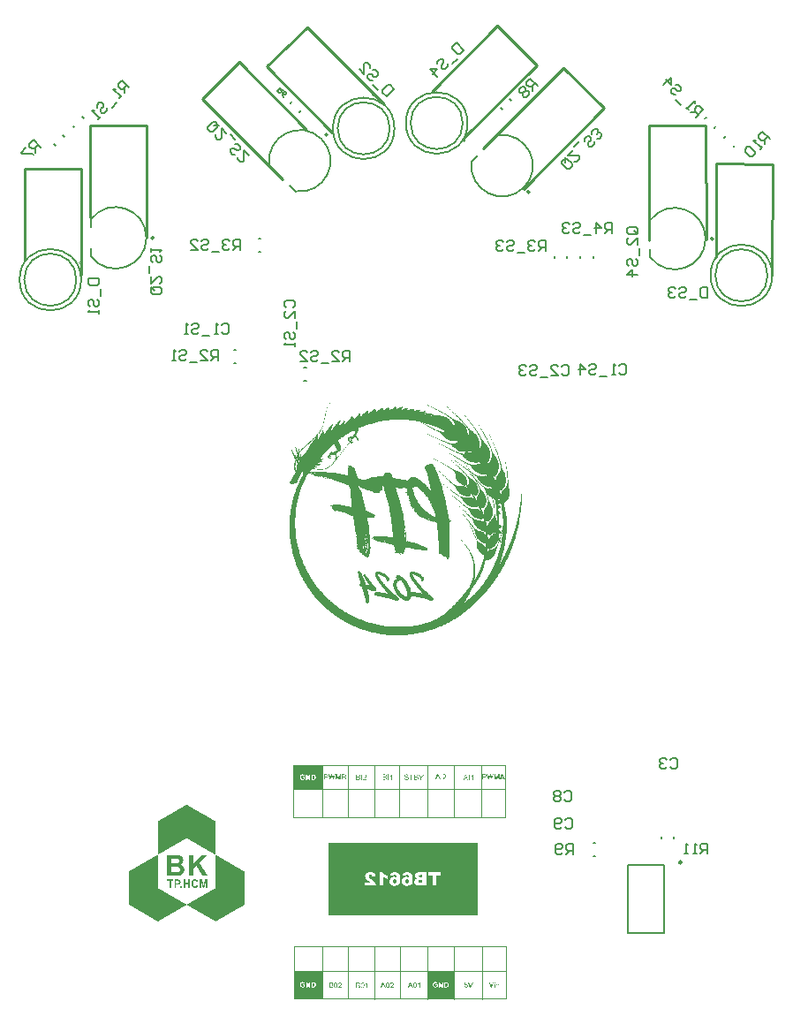
<source format=gbr>
G04*
G04 #@! TF.GenerationSoftware,Altium Limited,Altium Designer,26.2.0 (7)*
G04*
G04 Layer_Color=32896*
%FSTAX25Y25*%
%MOIN*%
G70*
G04*
G04 #@! TF.SameCoordinates,DDC7E0C6-02D7-4959-A8D0-6A7BEAAAFFDF*
G04*
G04*
G04 #@! TF.FilePolarity,Positive*
G04*
G01*
G75*
%ADD10C,0.00787*%
%ADD12C,0.00500*%
%ADD13C,0.00984*%
%ADD14C,0.01000*%
%ADD15C,0.00394*%
%ADD17C,0.00700*%
%ADD81C,0.00000*%
%ADD82C,0.00800*%
G36*
X0008941Y0056947D02*
X0008793D01*
Y0057095D01*
X0008941D01*
Y0056947D01*
D02*
G37*
G36*
X0009237Y0056799D02*
X0009089D01*
Y0056947D01*
X0009237D01*
Y0056799D01*
D02*
G37*
G36*
X-0026269D02*
X-0026417D01*
Y0056947D01*
X-0026269D01*
Y0056799D01*
D02*
G37*
G36*
X000968Y0056651D02*
X0009385D01*
Y0056799D01*
X000968D01*
Y0056651D01*
D02*
G37*
G36*
X0009976Y0056503D02*
X0009828D01*
Y0056651D01*
X0009976D01*
Y0056503D01*
D02*
G37*
G36*
X-0026417D02*
X-0026564D01*
Y0056651D01*
X-0026417D01*
Y0056503D01*
D02*
G37*
G36*
X0010272Y0056355D02*
X0010124D01*
Y0056503D01*
X0010272D01*
Y0056355D01*
D02*
G37*
G36*
X-0026564D02*
X-0026712D01*
Y0056503D01*
X-0026564D01*
Y0056355D01*
D02*
G37*
G36*
X-0026712Y005606D02*
X-002686D01*
Y0056208D01*
X-0026712D01*
Y005606D01*
D02*
G37*
G36*
X-002686Y0055764D02*
X-0027008D01*
Y0055912D01*
X-002686D01*
Y0055764D01*
D02*
G37*
G36*
X-0027008Y0055468D02*
X-0027156D01*
Y0055616D01*
Y0055764D01*
X-0027008D01*
Y0055468D01*
D02*
G37*
G36*
X0017965Y0055616D02*
X0018113D01*
Y0055468D01*
X0018261D01*
Y005532D01*
X0018409D01*
Y0055172D01*
X0018557D01*
Y0055024D01*
X0018409D01*
Y0055172D01*
X0018261D01*
Y005532D01*
X0018113D01*
Y0055468D01*
X0017965D01*
Y0055616D01*
X0017817D01*
Y0055764D01*
X0017965D01*
Y0055616D01*
D02*
G37*
G36*
X-0027156Y0055024D02*
X-0027304D01*
Y005532D01*
X-0027156D01*
Y0055024D01*
D02*
G37*
G36*
X-0027304Y0054728D02*
X-0027452D01*
Y0054876D01*
Y0055024D01*
X-0027304D01*
Y0054728D01*
D02*
G37*
G36*
X-0027452Y0054136D02*
X-00276D01*
Y0054284D01*
Y0054432D01*
Y005458D01*
X-0027452D01*
Y0054136D01*
D02*
G37*
G36*
X-00276Y0053693D02*
X-0027748D01*
Y0054136D01*
X-00276D01*
Y0053693D01*
D02*
G37*
G36*
X-0027748Y0052953D02*
X-0027896D01*
Y0053249D01*
Y0053397D01*
Y0053545D01*
X-0027748D01*
Y0052953D01*
D02*
G37*
G36*
X0023883Y0053249D02*
X0024031D01*
Y0053101D01*
X0024179D01*
Y0052953D01*
X0024326D01*
Y0052805D01*
X0024474D01*
Y0052657D01*
X0024326D01*
Y0052805D01*
X0024179D01*
Y0052953D01*
X0024031D01*
Y0053101D01*
X0023883D01*
Y0053249D01*
X0023735D01*
Y0053397D01*
X0023883D01*
Y0053249D01*
D02*
G37*
G36*
X-0027896Y0052213D02*
X-0028044D01*
Y0052953D01*
X-0027896D01*
Y0052213D01*
D02*
G37*
G36*
X-0028044Y0052065D02*
Y0051473D01*
X-0028192D01*
Y0052213D01*
X-0028044D01*
Y0052065D01*
D02*
G37*
G36*
X-0028192Y0050734D02*
X-002834D01*
Y0051178D01*
Y0051326D01*
Y0051473D01*
X-0028192D01*
Y0050734D01*
D02*
G37*
G36*
X-0022126Y0050438D02*
X-0022274D01*
Y0050586D01*
X-0022126D01*
Y0050438D01*
D02*
G37*
G36*
X0029208Y0049846D02*
X002906D01*
Y0049994D01*
X0029208D01*
Y0049846D01*
D02*
G37*
G36*
X0029504Y0049402D02*
X0029356D01*
Y004955D01*
X0029504D01*
Y0049402D01*
D02*
G37*
G36*
X0029652Y0049106D02*
X00298D01*
Y0048959D01*
X0029652D01*
Y0049106D01*
X0029504D01*
Y0049254D01*
X0029652D01*
Y0049106D01*
D02*
G37*
G36*
X-0025085Y0048959D02*
X-0025233D01*
Y0049106D01*
X-0025085D01*
Y0048959D01*
D02*
G37*
G36*
X0010716Y0056208D02*
X0011012D01*
Y005606D01*
X0011308D01*
Y0055912D01*
X0011604D01*
Y0055764D01*
X00119D01*
Y0055616D01*
X0012343D01*
Y0055468D01*
X0012639D01*
Y005532D01*
X0012935D01*
Y0055172D01*
X0013231D01*
Y0055024D01*
X0013527D01*
Y0054876D01*
X0013823D01*
Y0054728D01*
X0014119D01*
Y005458D01*
X0014414D01*
Y0054432D01*
X001471D01*
Y0054284D01*
X0015006D01*
Y0054136D01*
X0015302D01*
Y0053988D01*
X0015598D01*
Y0053841D01*
X0015746D01*
Y0053693D01*
X0016042D01*
Y0053545D01*
X0016338D01*
Y0053397D01*
X0016634D01*
Y0053249D01*
X0016929D01*
Y0053101D01*
X0017225D01*
Y0052953D01*
X0017373D01*
Y0052805D01*
X0017669D01*
Y0052657D01*
X0017817D01*
Y0052509D01*
X0018113D01*
Y0052361D01*
X0018409D01*
Y0052213D01*
X0018557D01*
Y0052065D01*
X0018853D01*
Y0051917D01*
X0019001D01*
Y0051769D01*
X0019297D01*
Y0051621D01*
X0019444D01*
Y0051473D01*
X0019592D01*
Y0051326D01*
X0019888D01*
Y0051178D01*
X0020184D01*
Y005103D01*
X002048D01*
Y0050882D01*
X0020776D01*
Y0050734D01*
X002122D01*
Y0050586D01*
X0021516D01*
Y0050438D01*
X0021959D01*
Y005029D01*
X0022255D01*
Y0050142D01*
X0022551D01*
Y0049994D01*
X0022847D01*
Y0049846D01*
X0022995D01*
Y0049698D01*
X0023291D01*
Y004955D01*
X0023439D01*
Y0049402D01*
X0023735D01*
Y0049254D01*
X0023883D01*
Y0049106D01*
X0024031D01*
Y0048959D01*
X0024179D01*
Y0048811D01*
X0024326D01*
Y0048663D01*
X0024474D01*
Y0048515D01*
X0024622D01*
Y0048367D01*
X002477D01*
Y0048071D01*
X0024918D01*
Y0047923D01*
X0025066D01*
Y0047627D01*
X0025214D01*
Y0047331D01*
X0025362D01*
Y0047035D01*
X002551D01*
Y0046444D01*
X0025658D01*
Y0045852D01*
X0025806D01*
Y0045112D01*
X0025954D01*
Y0044964D01*
X0026102D01*
Y0045112D01*
X002625D01*
Y0046D01*
X0026102D01*
Y0046591D01*
X0025954D01*
Y0047035D01*
X0025806D01*
Y0047331D01*
X0025658D01*
Y0047479D01*
X002551D01*
Y0047775D01*
X0025362D01*
Y0047923D01*
X0025214D01*
Y0048071D01*
X0025066D01*
Y0048367D01*
X0024918D01*
Y0048515D01*
X002477D01*
Y0048663D01*
X0024622D01*
Y0048811D01*
X0024474D01*
Y0049106D01*
X0024326D01*
Y0049254D01*
X0024179D01*
Y0049402D01*
X0024031D01*
Y004955D01*
X0023883D01*
Y0049698D01*
X0023735D01*
Y0049846D01*
X0023587D01*
Y0050142D01*
X0023439D01*
Y005029D01*
X0023291D01*
Y0050438D01*
X0023143D01*
Y0050586D01*
X0022995D01*
Y0050734D01*
X0022847D01*
Y0050882D01*
X0022699D01*
Y005103D01*
X0022551D01*
Y0051178D01*
X0022403D01*
Y0051326D01*
X0022255D01*
Y0051473D01*
X0022107D01*
Y0051621D01*
X0021959D01*
Y0051769D01*
X0021811D01*
Y0051917D01*
X0021664D01*
Y0052065D01*
X0021516D01*
Y0052213D01*
X0021368D01*
Y0052361D01*
X002122D01*
Y0052509D01*
X0021072D01*
Y0052657D01*
X0020924D01*
Y0052805D01*
X0020776D01*
Y0052953D01*
X0020628D01*
Y0053101D01*
X002048D01*
Y0053249D01*
X0020332D01*
Y0053397D01*
X0020184D01*
Y0053545D01*
X0020036D01*
Y0053693D01*
X0019888D01*
Y0053841D01*
X001974D01*
Y0053988D01*
X0019592D01*
Y0054136D01*
X0019444D01*
Y0054284D01*
X0019297D01*
Y0054432D01*
X0019149D01*
Y005458D01*
X0019001D01*
Y0054728D01*
X0018853D01*
Y0054876D01*
X0018705D01*
Y0055024D01*
X0018853D01*
Y0054876D01*
X0019001D01*
Y0054728D01*
X0019149D01*
Y005458D01*
X0019297D01*
Y0054432D01*
X0019444D01*
Y0054284D01*
X0019592D01*
Y0054136D01*
X001974D01*
Y0053988D01*
X0020036D01*
Y0053841D01*
X0020184D01*
Y0053693D01*
X0020332D01*
Y0053545D01*
X002048D01*
Y0053397D01*
X0020628D01*
Y0053249D01*
X0020776D01*
Y0053101D01*
X0020924D01*
Y0052953D01*
X0021072D01*
Y0052805D01*
X002122D01*
Y0052657D01*
X0021368D01*
Y0052509D01*
X0021516D01*
Y0052361D01*
X0021811D01*
Y0052213D01*
X0021959D01*
Y0052065D01*
X0022107D01*
Y0051917D01*
X0022255D01*
Y0051769D01*
X0022403D01*
Y0051621D01*
X0022551D01*
Y0051473D01*
X0022699D01*
Y0051326D01*
X0022847D01*
Y0051178D01*
X0022995D01*
Y005103D01*
X0023143D01*
Y0050882D01*
X0023291D01*
Y0050734D01*
X0023439D01*
Y0050586D01*
X0023587D01*
Y0050438D01*
X0023735D01*
Y005029D01*
X0023883D01*
Y0050142D01*
X0024031D01*
Y0049846D01*
X0024179D01*
Y0049698D01*
X0024326D01*
Y004955D01*
X0024474D01*
Y0049402D01*
X0024622D01*
Y0049254D01*
X002477D01*
Y0049106D01*
X0024918D01*
Y0048811D01*
X0025066D01*
Y0048663D01*
X0025214D01*
Y0048515D01*
X0025362D01*
Y0048367D01*
X002551D01*
Y0048071D01*
X0025658D01*
Y0047923D01*
X0025806D01*
Y0047775D01*
X0025954D01*
Y0047479D01*
X0026102D01*
Y0047331D01*
X0026397D01*
Y0047183D01*
X0026546D01*
Y0047035D01*
X0026693D01*
Y0046887D01*
X0026989D01*
Y0046739D01*
X0027137D01*
Y0046591D01*
X0027285D01*
Y0046444D01*
X0027581D01*
Y0046296D01*
X0027729D01*
Y0046148D01*
X0027877D01*
Y0046D01*
X0028025D01*
Y0045852D01*
X0028173D01*
Y0045704D01*
X0028321D01*
Y0045556D01*
X0028469D01*
Y0045408D01*
X0028617D01*
Y004526D01*
X0028765D01*
Y0045112D01*
X0028912D01*
Y0044964D01*
X002906D01*
Y0044668D01*
X0029208D01*
Y004452D01*
X0029356D01*
Y0044372D01*
X0029504D01*
Y0044076D01*
X0029652D01*
Y0043781D01*
X00298D01*
Y0043337D01*
X0029948D01*
Y0042893D01*
X0030096D01*
Y0042153D01*
X0030244D01*
Y004097D01*
X0030096D01*
Y0040082D01*
X0030392D01*
Y0039934D01*
X003054D01*
Y0040378D01*
X0030688D01*
Y0040822D01*
X0030836D01*
Y0041414D01*
X0030984D01*
Y0042449D01*
X0030836D01*
Y0043189D01*
X0030688D01*
Y0043485D01*
X003054D01*
Y0043781D01*
X0030392D01*
Y0044076D01*
X0030244D01*
Y0044372D01*
X0030096D01*
Y0044668D01*
X0029948D01*
Y0044964D01*
X00298D01*
Y0045112D01*
X0029652D01*
Y0045408D01*
X0029504D01*
Y0045704D01*
X0029356D01*
Y0045852D01*
X0029208D01*
Y0046148D01*
X002906D01*
Y0046296D01*
X0028912D01*
Y0046591D01*
X0028765D01*
Y0046887D01*
X0028617D01*
Y0047035D01*
X0028469D01*
Y0047331D01*
X0028321D01*
Y0047479D01*
X0028173D01*
Y0047775D01*
X0028025D01*
Y0047923D01*
X0027877D01*
Y0048071D01*
X0027729D01*
Y0048367D01*
X0027581D01*
Y0048515D01*
X0027433D01*
Y0048811D01*
X0027285D01*
Y0048959D01*
X0027137D01*
Y0049254D01*
X0026989D01*
Y0049402D01*
X0026841D01*
Y004955D01*
X0026693D01*
Y0049846D01*
X0026546D01*
Y0049994D01*
X0026397D01*
Y0050142D01*
X002625D01*
Y0050438D01*
X0026102D01*
Y0050586D01*
X0025954D01*
Y0050734D01*
X0025806D01*
Y0050882D01*
X0025658D01*
Y0051178D01*
X002551D01*
Y0051326D01*
X0025362D01*
Y0051473D01*
X0025214D01*
Y0051769D01*
X0025066D01*
Y0051917D01*
X0024918D01*
Y0052065D01*
X002477D01*
Y0052213D01*
X0024622D01*
Y0052361D01*
X0024474D01*
Y0052509D01*
X0024622D01*
Y0052361D01*
X002477D01*
Y0052213D01*
X0024918D01*
Y0052065D01*
X0025066D01*
Y0051917D01*
X0025214D01*
Y0051769D01*
X0025362D01*
Y0051621D01*
Y0051473D01*
X002551D01*
Y0051326D01*
X0025658D01*
Y0051178D01*
X0025806D01*
Y005103D01*
X0025954D01*
Y0050882D01*
X0026102D01*
Y0050586D01*
X002625D01*
Y0050438D01*
X0026397D01*
Y005029D01*
X0026546D01*
Y0050142D01*
X0026693D01*
Y0049994D01*
Y0049846D01*
X0026841D01*
Y0049698D01*
X0026989D01*
Y004955D01*
X0027137D01*
Y0049402D01*
X0027285D01*
Y0049106D01*
X0027433D01*
Y0048959D01*
X0027581D01*
Y0048811D01*
X0027729D01*
Y0048515D01*
X0027877D01*
Y0048367D01*
X0028025D01*
Y0048219D01*
X0028173D01*
Y0047923D01*
X0028321D01*
Y0047775D01*
X0028469D01*
Y0047479D01*
X0028617D01*
Y0047331D01*
X0028765D01*
Y0047183D01*
X0028912D01*
Y0046887D01*
X002906D01*
Y0046739D01*
X0029208D01*
Y0046444D01*
X0029356D01*
Y0046296D01*
X0029504D01*
Y0046D01*
X0029652D01*
Y0045852D01*
X00298D01*
Y0045556D01*
X0029948D01*
Y004526D01*
X0030096D01*
Y0045112D01*
X0030244D01*
Y0044816D01*
X0030392D01*
Y004452D01*
X003054D01*
Y0044225D01*
X0030688D01*
Y0043929D01*
X0030836D01*
Y0043633D01*
X0030984D01*
Y0043337D01*
X0031132D01*
Y0043189D01*
X003128D01*
Y0043041D01*
X0031427D01*
Y0042893D01*
X0031575D01*
Y0042745D01*
X0031723D01*
Y0042597D01*
X0031871D01*
Y0042301D01*
X0032019D01*
Y0042153D01*
X0032167D01*
Y0042005D01*
X0032315D01*
Y0041857D01*
X0032463D01*
Y004171D01*
X0032611D01*
Y0041562D01*
X0032759D01*
Y0041266D01*
X0032907D01*
Y0041118D01*
X0033055D01*
Y004097D01*
X0033203D01*
Y0040674D01*
X0033351D01*
Y0040526D01*
X0033499D01*
Y004023D01*
X0033647D01*
Y0039934D01*
X0033795D01*
Y0039638D01*
X0033942D01*
Y0039195D01*
X003409D01*
Y0038751D01*
X0034238D01*
Y003668D01*
X003409D01*
Y0036088D01*
X0033942D01*
Y0035496D01*
X0033795D01*
Y00352D01*
X0033647D01*
Y0034904D01*
X0033351D01*
Y0034756D01*
X0033055D01*
Y0034609D01*
X0033351D01*
Y0034461D01*
X0033499D01*
Y0034313D01*
X0033795D01*
Y0034609D01*
X0033942D01*
Y0034904D01*
X003409D01*
Y0035348D01*
X0034238D01*
Y0035496D01*
X0034386D01*
Y0035792D01*
X0034534D01*
Y0036088D01*
X0034682D01*
Y0036384D01*
X003483D01*
Y0037123D01*
X0034978D01*
Y0038011D01*
X003483D01*
Y0038751D01*
X0034682D01*
Y0039195D01*
X0034534D01*
Y0039638D01*
X0034386D01*
Y0039934D01*
X0034238D01*
Y0040378D01*
X003409D01*
Y0040674D01*
X0033942D01*
Y0041118D01*
X0033795D01*
Y0041414D01*
X0033647D01*
Y004171D01*
X0033499D01*
Y0042153D01*
X0033351D01*
Y0042449D01*
X0033203D01*
Y0042745D01*
X0033055D01*
Y0043041D01*
X0032907D01*
Y0043337D01*
X0032759D01*
Y0043633D01*
X0032611D01*
Y0043929D01*
X0032463D01*
Y0044225D01*
X0032315D01*
Y004452D01*
X0032167D01*
Y0044816D01*
X0032019D01*
Y0045112D01*
X0031871D01*
Y0045408D01*
X0031723D01*
Y0045556D01*
X0031575D01*
Y0045852D01*
X0031427D01*
Y0046148D01*
X003128D01*
Y0046444D01*
X0031132D01*
Y0046591D01*
Y0046739D01*
X0030984D01*
Y0047035D01*
X0030836D01*
Y0047183D01*
X0030688D01*
Y0047479D01*
X003054D01*
Y0047627D01*
X0030392D01*
Y0047923D01*
X0030244D01*
Y0048071D01*
X0030392D01*
Y0047923D01*
X003054D01*
Y0047627D01*
X0030688D01*
Y0047479D01*
X0030836D01*
Y0047183D01*
X0030984D01*
Y0047035D01*
X0031132D01*
Y0046887D01*
Y0046739D01*
X003128D01*
Y0046444D01*
X0031427D01*
Y0046296D01*
X0031575D01*
Y0046D01*
X0031723D01*
Y0045704D01*
X0031871D01*
Y0045556D01*
X0032019D01*
Y004526D01*
X0032167D01*
Y0044964D01*
X0032315D01*
Y0044668D01*
X0032463D01*
Y004452D01*
X0032611D01*
Y0044225D01*
X0032759D01*
Y0043929D01*
X0032907D01*
Y0043633D01*
X0033055D01*
Y0043337D01*
X0033203D01*
Y0043041D01*
X0033351D01*
Y0042745D01*
X0033499D01*
Y0042449D01*
X0033647D01*
Y0042153D01*
X0033795D01*
Y0041857D01*
X0033942D01*
Y0041562D01*
X003409D01*
Y0041266D01*
X0034238D01*
Y0040822D01*
X0034386D01*
Y0040526D01*
X0034534D01*
Y004023D01*
X0034682D01*
Y0039786D01*
X003483D01*
Y0039342D01*
X0034978D01*
Y0038899D01*
X0035126D01*
Y0038455D01*
X0035274D01*
Y0038159D01*
X0035422D01*
Y0038011D01*
X003557D01*
Y0037715D01*
X0035718D01*
Y0037567D01*
X0035866D01*
Y0037271D01*
X0036013D01*
Y0037123D01*
X0036162D01*
Y0036828D01*
X0036309D01*
Y003668D01*
X0036457D01*
Y0036384D01*
X0036605D01*
Y0036088D01*
X0036753D01*
Y003594D01*
X0036901D01*
Y0035496D01*
X0037049D01*
Y00352D01*
X0037197D01*
Y0034756D01*
X0037345D01*
Y0034313D01*
X0037493D01*
Y0033425D01*
X0037641D01*
Y0032981D01*
X0037493D01*
Y0031946D01*
X0037345D01*
Y0031354D01*
X0037197D01*
Y0031058D01*
X0037049D01*
Y0030614D01*
X0036901D01*
Y0030318D01*
X0036753D01*
Y0030022D01*
X0036605D01*
Y0029875D01*
X0036457D01*
Y0029726D01*
X0036309D01*
Y0029579D01*
X0036013D01*
Y0029431D01*
X0036162D01*
Y0029135D01*
X0036013D01*
Y0029283D01*
X0035422D01*
Y0029135D01*
X003557D01*
Y0028839D01*
X0035718D01*
Y0028543D01*
X0035866D01*
Y0028395D01*
X0036013D01*
Y0028247D01*
X0036162D01*
Y0028099D01*
X0036309D01*
Y0028247D01*
X0036457D01*
Y0028839D01*
X0036605D01*
Y0029283D01*
X0036753D01*
Y0029579D01*
X0036901D01*
Y0029726D01*
X0037049D01*
Y0030022D01*
X0037197D01*
Y003017D01*
X0037345D01*
Y0030466D01*
X0037493D01*
Y0030614D01*
X0037641D01*
Y003091D01*
X0037789D01*
Y0031206D01*
X0037937D01*
Y0031502D01*
X0038085D01*
Y0032537D01*
X0038233D01*
Y0032981D01*
X0038085D01*
Y0033721D01*
X0037937D01*
Y0034461D01*
X0037789D01*
Y0035052D01*
X0037641D01*
Y0035644D01*
X0037493D01*
Y0036088D01*
X0037345D01*
Y003668D01*
X0037197D01*
Y0037123D01*
X0037049D01*
Y0037567D01*
X0036901D01*
Y0038011D01*
X0036753D01*
Y0038455D01*
X0036605D01*
Y0038899D01*
X0036457D01*
Y0039195D01*
X0036309D01*
Y0039638D01*
X0036162D01*
Y0040082D01*
X0036013D01*
Y0040378D01*
X0035866D01*
Y0040822D01*
X0035718D01*
Y0041118D01*
X003557D01*
Y0041562D01*
X0035422D01*
Y0041857D01*
X0035274D01*
Y0042153D01*
X0035126D01*
Y0042597D01*
X0034978D01*
Y0042893D01*
X003483D01*
Y0043041D01*
Y0043189D01*
X0034682D01*
Y0043485D01*
X0034534D01*
Y0043781D01*
X0034386D01*
Y0044076D01*
X0034534D01*
Y0043929D01*
Y0043781D01*
X0034682D01*
Y0043485D01*
X003483D01*
Y0043189D01*
X0034978D01*
Y0042893D01*
X0035126D01*
Y0042745D01*
Y0042597D01*
X0035274D01*
Y0042449D01*
Y0042301D01*
Y0042153D01*
X0035422D01*
Y0041857D01*
X003557D01*
Y0041562D01*
X0035718D01*
Y0041266D01*
X0035866D01*
Y0040822D01*
X0036013D01*
Y0040526D01*
X0036162D01*
Y004023D01*
X0036309D01*
Y0039786D01*
X0036457D01*
Y0039491D01*
X0036605D01*
Y0039047D01*
X0036753D01*
Y0038751D01*
X0036901D01*
Y0038307D01*
X0037049D01*
Y0038011D01*
X0037197D01*
Y0037567D01*
X0037345D01*
Y0037123D01*
X0037493D01*
Y003668D01*
X0037641D01*
Y0036236D01*
X0037789D01*
Y0035792D01*
X0037937D01*
Y00352D01*
X0038085D01*
Y0034609D01*
X0038233D01*
Y0034017D01*
X0038381D01*
Y0033277D01*
X0038528D01*
Y0032685D01*
X0038676D01*
Y0032389D01*
X0038824D01*
Y0032094D01*
X0038972D01*
Y0031798D01*
X003912D01*
Y0031502D01*
X0039268D01*
Y0031206D01*
X0039416D01*
Y003091D01*
X0039564D01*
Y0030614D01*
X0039712D01*
Y003017D01*
X003986D01*
Y0029726D01*
X0040008D01*
Y0029135D01*
X0040156D01*
Y0026768D01*
X0040008D01*
Y0026324D01*
X003986D01*
Y002588D01*
X0039712D01*
Y0025584D01*
X0039564D01*
Y0025288D01*
X0039416D01*
Y002514D01*
X0039268D01*
Y0024845D01*
X003912D01*
Y0024697D01*
X0038972D01*
Y0024401D01*
X0038824D01*
Y0024253D01*
X0038676D01*
Y0024105D01*
X0037641D01*
Y0023957D01*
X0037789D01*
Y0023661D01*
X0037937D01*
Y0023217D01*
X0038085D01*
Y0022773D01*
X0038381D01*
Y0023217D01*
X0038528D01*
Y0023513D01*
X0038676D01*
Y0023809D01*
X0038824D01*
Y0023957D01*
X0038972D01*
Y0024105D01*
X003912D01*
Y0024253D01*
X0039268D01*
Y0024401D01*
X0039416D01*
Y0024549D01*
X0039564D01*
Y0024697D01*
X0039712D01*
Y0024845D01*
X003986D01*
Y0024993D01*
X0040008D01*
Y002514D01*
X0040156D01*
Y0025288D01*
X0040304D01*
Y0025732D01*
X0040452D01*
Y0026028D01*
X00406D01*
Y002662D01*
X0040748D01*
Y0028691D01*
X00406D01*
Y0030762D01*
X0040452D01*
Y0032094D01*
X0040304D01*
Y0033129D01*
X0040156D01*
Y0033869D01*
Y0034017D01*
X0040304D01*
Y0033129D01*
X0040452D01*
Y0032389D01*
X00406D01*
Y0031354D01*
X0040748D01*
Y003017D01*
X0040896D01*
Y0028247D01*
X0041043D01*
Y0026028D01*
X0041191D01*
Y0025436D01*
X0041339D01*
Y0024845D01*
X0041487D01*
Y0024105D01*
X0041635D01*
Y0022182D01*
X0041487D01*
Y0021738D01*
X0041339D01*
Y0021294D01*
X0041191D01*
Y0020998D01*
X0041043D01*
Y002085D01*
X0040896D01*
Y0020554D01*
X0040748D01*
Y0020406D01*
X00406D01*
Y002011D01*
X0040452D01*
Y0019963D01*
X0040304D01*
Y0019815D01*
X0040156D01*
Y0019667D01*
X0040008D01*
Y0019519D01*
X003986D01*
Y0019371D01*
X0039416D01*
Y0019223D01*
X0039268D01*
Y0018927D01*
X0039416D01*
Y0018483D01*
X0039564D01*
Y0017891D01*
X0039712D01*
Y00173D01*
X003986D01*
Y0016708D01*
X0040008D01*
Y0015968D01*
X0040156D01*
Y0015229D01*
X0040304D01*
Y0014341D01*
X0040452D01*
Y0012862D01*
X00406D01*
Y0009607D01*
X0040452D01*
Y0007684D01*
X0040304D01*
Y0006352D01*
X0040156D01*
Y0005465D01*
X0040008D01*
Y0004429D01*
X003986D01*
Y0003689D01*
X0039712D01*
Y000295D01*
X0039564D01*
Y000221D01*
X0039416D01*
Y000147D01*
X0039268D01*
Y0000879D01*
X003912D01*
Y0000287D01*
X0038972D01*
Y-0000157D01*
X0038824D01*
Y-0000749D01*
X0038676D01*
Y-0001193D01*
X0038528D01*
Y-0001784D01*
X0038381D01*
Y-0002228D01*
X0038233D01*
Y-0002672D01*
X0038085D01*
Y-0003116D01*
X0038233D01*
Y-000282D01*
X0038381D01*
Y-0002524D01*
X0038528D01*
Y-0002376D01*
X0038676D01*
Y-000208D01*
X0038824D01*
Y-0001784D01*
X0038972D01*
Y-0001488D01*
X003912D01*
Y-0001193D01*
X0039268D01*
Y-0000897D01*
X0039416D01*
Y-0000749D01*
X0039564D01*
Y-0000453D01*
X0039712D01*
Y-0000157D01*
X003986D01*
Y0000139D01*
X0040008D01*
Y0000435D01*
X0040156D01*
Y0000731D01*
X0040304D01*
Y0001027D01*
X0040452D01*
Y0001322D01*
X00406D01*
Y0001618D01*
X0040748D01*
Y0002062D01*
X0040896D01*
Y0002358D01*
X0041043D01*
Y0002654D01*
X0041191D01*
Y000295D01*
X0041339D01*
Y0003393D01*
X0041487D01*
Y0003689D01*
X0041635D01*
Y0004133D01*
X0041783D01*
Y0004429D01*
X0041931D01*
Y0004725D01*
X0042079D01*
Y0005169D01*
X0042227D01*
Y0005613D01*
X0042375D01*
Y0006056D01*
X0042523D01*
Y0006352D01*
X0042671D01*
Y0006796D01*
X0042819D01*
Y000724D01*
X0042967D01*
Y0007684D01*
X0043115D01*
Y0008128D01*
X0043262D01*
Y0008719D01*
X004341D01*
Y0009163D01*
X0043558D01*
Y0009607D01*
X0043706D01*
Y0010199D01*
X0043854D01*
Y0010643D01*
X0044002D01*
Y0011234D01*
X004415D01*
Y0011826D01*
X0044298D01*
Y0012418D01*
X0044446D01*
Y001301D01*
X0044594D01*
Y0013749D01*
X0044742D01*
Y0014341D01*
X004489D01*
Y0015081D01*
X0045038D01*
Y0015968D01*
X0045186D01*
Y0016708D01*
X0045334D01*
Y0017596D01*
X0045482D01*
Y0018631D01*
X004563D01*
Y0019815D01*
X0045777D01*
Y0021146D01*
X0045925D01*
Y0022921D01*
X0046073D01*
Y002588D01*
X0046221D01*
Y0020554D01*
X0046073D01*
Y0018483D01*
X0045925D01*
Y0017004D01*
X0045777D01*
Y001582D01*
X004563D01*
Y0014637D01*
X0045482D01*
Y0013749D01*
X0045334D01*
Y0012862D01*
X0045186D01*
Y0011974D01*
X0045038D01*
Y0011234D01*
X004489D01*
Y0010494D01*
X0044742D01*
Y0009903D01*
X0044594D01*
Y0009311D01*
X0044446D01*
Y0008719D01*
X0044298D01*
Y000798D01*
X004415D01*
Y0007536D01*
X0044002D01*
Y0006944D01*
X0043854D01*
Y00065D01*
X0043706D01*
Y0005908D01*
X0043558D01*
Y0005465D01*
X004341D01*
Y0005021D01*
X0043262D01*
Y0004577D01*
X0043115D01*
Y0004133D01*
X0042967D01*
Y0003689D01*
X0042819D01*
Y0003246D01*
X0042671D01*
Y0002802D01*
X0042523D01*
Y0002358D01*
X0042375D01*
Y0002062D01*
X0042227D01*
Y0001618D01*
X0042079D01*
Y0001322D01*
X0041931D01*
Y0000879D01*
X0041783D01*
Y0000583D01*
X0041635D01*
Y0000139D01*
X0041487D01*
Y-0000157D01*
X0041339D01*
Y-0000453D01*
X0041191D01*
Y-0000897D01*
X0041043D01*
Y-0001193D01*
X0040896D01*
Y-0001488D01*
X0040748D01*
Y-0001784D01*
X00406D01*
Y-000208D01*
X0040452D01*
Y-0002376D01*
X0040304D01*
Y-0002672D01*
X0040156D01*
Y-0002968D01*
X0040008D01*
Y-0003264D01*
X003986D01*
Y-000356D01*
X0039712D01*
Y-0003855D01*
X0039564D01*
Y-0004151D01*
X0039416D01*
Y-0004447D01*
X0039268D01*
Y-0004743D01*
X003912D01*
Y-0005039D01*
X0038972D01*
Y-0005335D01*
X0038824D01*
Y-0005483D01*
X0038676D01*
Y-0005779D01*
X0038528D01*
Y-0006075D01*
X0038381D01*
Y-000637D01*
X0038233D01*
Y-0006518D01*
X0038085D01*
Y-0006814D01*
X0037937D01*
Y-000711D01*
X0037789D01*
Y-0007258D01*
X0037641D01*
Y-0007554D01*
X0037493D01*
Y-0007702D01*
X0037345D01*
Y-0007998D01*
X0037197D01*
Y-0008294D01*
X0037049D01*
Y-0008442D01*
X0036901D01*
Y-0008738D01*
X0036753D01*
Y-0008885D01*
X0036605D01*
Y-0009181D01*
X0036457D01*
Y-0009329D01*
X0036309D01*
Y-0009625D01*
X0036162D01*
Y-0009773D01*
X0036013D01*
Y-0009921D01*
X0035866D01*
Y-0010217D01*
X0035718D01*
Y-0010365D01*
X003557D01*
Y-0010661D01*
X0035422D01*
Y-0010809D01*
X0035274D01*
Y-0010956D01*
X0035126D01*
Y-0011252D01*
X0034978D01*
Y-00114D01*
X003483D01*
Y-0011548D01*
X0034682D01*
Y-0011844D01*
X0034534D01*
Y-0011992D01*
X0034386D01*
Y-001214D01*
X0034238D01*
Y-0012288D01*
X003409D01*
Y-0012584D01*
X0033942D01*
Y-0012732D01*
X0033795D01*
Y-001288D01*
X0033647D01*
Y-0013028D01*
X0033499D01*
Y-0013324D01*
X0033351D01*
Y-0013472D01*
X0033203D01*
Y-0013619D01*
X0033055D01*
Y-0013767D01*
X0032907D01*
Y-0013915D01*
X0032759D01*
Y-0014211D01*
X0032611D01*
Y-0014359D01*
X0032463D01*
Y-0014507D01*
X0032315D01*
Y-0014655D01*
X0032167D01*
Y-0014803D01*
X0032019D01*
Y-0014951D01*
X0031871D01*
Y-0015247D01*
X0031723D01*
Y-0015395D01*
X0031575D01*
Y-0015543D01*
X0031427D01*
Y-0015691D01*
X003128D01*
Y-0015838D01*
X0031132D01*
Y-0015986D01*
X0030984D01*
Y-0016134D01*
X0030836D01*
Y-0016282D01*
X0030688D01*
Y-001643D01*
X003054D01*
Y-0016578D01*
X0030392D01*
Y-0016726D01*
X0030244D01*
Y-0016874D01*
X0030096D01*
Y-0017022D01*
X0029948D01*
Y-001717D01*
X00298D01*
Y-0017318D01*
X0029652D01*
Y-0017466D01*
X0029504D01*
Y-0017614D01*
X0029356D01*
Y-0017762D01*
X0029208D01*
Y-001791D01*
X002906D01*
Y-0018058D01*
X0028912D01*
Y-0018205D01*
X0028765D01*
Y-0018353D01*
X0028617D01*
Y-0018501D01*
X0028469D01*
Y-0018649D01*
X0028173D01*
Y-0018797D01*
X0028025D01*
Y-0018945D01*
X0027877D01*
Y-0019093D01*
X0027729D01*
Y-0019241D01*
X0027581D01*
Y-0019389D01*
X0027433D01*
Y-0019537D01*
X0027285D01*
Y-0019685D01*
X0027137D01*
Y-0019833D01*
X0026989D01*
Y-0019981D01*
X0026841D01*
Y-0020129D01*
X0026546D01*
Y-0020277D01*
X0026397D01*
Y-0020425D01*
X002625D01*
Y-0020572D01*
X0026102D01*
Y-002072D01*
X0025954D01*
Y-0020868D01*
X0025806D01*
Y-0021016D01*
X002551D01*
Y-0021164D01*
X0025362D01*
Y-0021312D01*
X0025214D01*
Y-002146D01*
X0025066D01*
Y-0021608D01*
X002477D01*
Y-0021756D01*
X0024622D01*
Y-0021904D01*
X0024474D01*
Y-0022052D01*
X0024326D01*
Y-00222D01*
X0024031D01*
Y-0022348D01*
X0023883D01*
Y-0022496D01*
X0023735D01*
Y-0022644D01*
X0023439D01*
Y-0022792D01*
X0023291D01*
Y-002294D01*
X0023143D01*
Y-0023088D01*
X0022847D01*
Y-0023235D01*
X0022699D01*
Y-0023383D01*
X0022403D01*
Y-0023531D01*
X0022255D01*
Y-0023679D01*
X0022107D01*
Y-0023827D01*
X0021811D01*
Y-0023975D01*
X0021516D01*
Y-0024123D01*
X002122D01*
Y-0024271D01*
X0021072D01*
Y-0024419D01*
X0020776D01*
Y-0024567D01*
X0020628D01*
Y-0024715D01*
X0020332D01*
Y-0024863D01*
X0020036D01*
Y-0025011D01*
X0019888D01*
Y-0025159D01*
X0019592D01*
Y-0025307D01*
X0019297D01*
Y-0025455D01*
X0019001D01*
Y-0025602D01*
X0018705D01*
Y-002575D01*
X0018557D01*
Y-0025898D01*
X0018261D01*
Y-0026046D01*
X0017965D01*
Y-0026194D01*
X0017669D01*
Y-0026342D01*
X0017373D01*
Y-002649D01*
X0017077D01*
Y-0026638D01*
X0016634D01*
Y-0026786D01*
X0016338D01*
Y-0026934D01*
X0016042D01*
Y-0027082D01*
X0015746D01*
Y-002723D01*
X0015302D01*
Y-0027378D01*
X0015006D01*
Y-0027526D01*
X001471D01*
Y-0027674D01*
X0014267D01*
Y-0027821D01*
X0013971D01*
Y-002797D01*
X0013527D01*
Y-0028117D01*
X0013083D01*
Y-0028265D01*
X0012639D01*
Y-0028413D01*
X0012343D01*
Y-0028561D01*
X00119D01*
Y-0028709D01*
X0011308D01*
Y-0028857D01*
X0010864D01*
Y-0029005D01*
X0010272D01*
Y-0029153D01*
X000968D01*
Y-0029301D01*
X0009089D01*
Y-0029449D01*
X0008497D01*
Y-0029597D01*
X0007905D01*
Y-0029745D01*
X0007165D01*
Y-0029893D01*
X0006426D01*
Y-0030041D01*
X0005538D01*
Y-0030189D01*
X0004503D01*
Y-0030336D01*
X0003171D01*
Y-0030484D01*
X0000656D01*
Y-0030632D01*
X-0002451D01*
Y-0030484D01*
X-0004965D01*
Y-0030336D01*
X-0006149D01*
Y-0030189D01*
X-0007332D01*
Y-0030041D01*
X-0008072D01*
Y-0029893D01*
X-0008812D01*
Y-0029745D01*
X-0009551D01*
Y-0029597D01*
X-0010143D01*
Y-0029449D01*
X-0010735D01*
Y-0029301D01*
X-0011327D01*
Y-0029153D01*
X-0011919D01*
Y-0029005D01*
X-0012362D01*
Y-0028857D01*
X-0012806D01*
Y-0028709D01*
X-001325D01*
Y-0028561D01*
X-0013694D01*
Y-0028413D01*
X-0014138D01*
Y-0028265D01*
X-0014581D01*
Y-0028117D01*
X-0015025D01*
Y-002797D01*
X-0015321D01*
Y-0027821D01*
X-0015765D01*
Y-0027674D01*
X-0016209D01*
Y-0027526D01*
X-0016505D01*
Y-0027378D01*
X-0016801D01*
Y-002723D01*
X-0017096D01*
Y-0027082D01*
X-001754D01*
Y-0026934D01*
X-0017836D01*
Y-0026786D01*
X-0018132D01*
Y-0026638D01*
X-0018428D01*
Y-002649D01*
X-0018724D01*
Y-0026342D01*
X-001902D01*
Y-0026194D01*
X-0019315D01*
Y-0026046D01*
X-0019463D01*
Y-0025898D01*
X-0019759D01*
Y-002575D01*
X-0020055D01*
Y-0025602D01*
X-0020351D01*
Y-0025455D01*
X-0020647D01*
Y-0025307D01*
X-0020943D01*
Y-0025159D01*
X-0021091D01*
Y-0025011D01*
X-0021387D01*
Y-0024863D01*
X-0021682D01*
Y-0024715D01*
X-0021978D01*
Y-0024567D01*
X-0022126D01*
Y-0024419D01*
X-0022422D01*
Y-0024271D01*
X-0022718D01*
Y-0024123D01*
X-0022866D01*
Y-0023975D01*
X-0023162D01*
Y-0023827D01*
X-002331D01*
Y-0023679D01*
X-0023606D01*
Y-0023531D01*
X-0023754D01*
Y-0023383D01*
X-0024049D01*
Y-0023235D01*
X-0024197D01*
Y-0023088D01*
X-0024345D01*
Y-002294D01*
X-0024641D01*
Y-0022792D01*
X-0024789D01*
Y-0022644D01*
X-0025085D01*
Y-0022496D01*
X-0025233D01*
Y-0022348D01*
X-0025381D01*
Y-00222D01*
X-0025677D01*
Y-0022052D01*
X-0025825D01*
Y-0021904D01*
X-0025973D01*
Y-0021756D01*
X-0026121D01*
Y-0021608D01*
X-0026417D01*
Y-002146D01*
X-0026564D01*
Y-0021312D01*
X-0026712D01*
Y-0021164D01*
X-002686D01*
Y-0021016D01*
X-0027008D01*
Y-0020868D01*
X-0027304D01*
Y-002072D01*
X-0027452D01*
Y-0020572D01*
X-00276D01*
Y-0020425D01*
X-0027748D01*
Y-0020277D01*
X-0027896D01*
Y-0020129D01*
X-0028044D01*
Y-0019981D01*
X-0028192D01*
Y-0019833D01*
X-0028488D01*
Y-0019685D01*
X-0028636D01*
Y-0019537D01*
X-0028784D01*
Y-0019389D01*
X-0028931D01*
Y-0019241D01*
X-0029079D01*
Y-0019093D01*
X-0029227D01*
Y-0018945D01*
X-0029375D01*
Y-0018797D01*
X-0029523D01*
Y-0018649D01*
X-0029671D01*
Y-0018501D01*
X-0029819D01*
Y-0018353D01*
X-0029967D01*
Y-0018205D01*
X-0030115D01*
Y-0018058D01*
X-0030263D01*
Y-001791D01*
X-0030411D01*
Y-0017762D01*
X-0030559D01*
Y-0017614D01*
X-0030707D01*
Y-0017466D01*
X-0030855D01*
Y-0017318D01*
X-0031003D01*
Y-0017022D01*
X-003115D01*
Y-0016874D01*
X-0031299D01*
Y-0016726D01*
X-0031446D01*
Y-0016578D01*
X-0031594D01*
Y-001643D01*
X-0031742D01*
Y-0016282D01*
X-003189D01*
Y-0016134D01*
X-0032038D01*
Y-0015838D01*
X-0032186D01*
Y-0015691D01*
X-0032334D01*
Y-0015543D01*
X-0032482D01*
Y-0015395D01*
X-003263D01*
Y-0015099D01*
X-0032778D01*
Y-0014951D01*
X-0032926D01*
Y-0014803D01*
X-0033074D01*
Y-0014507D01*
X-0033222D01*
Y-0014359D01*
X-003337D01*
Y-0014211D01*
X-0033518D01*
Y-0013915D01*
X-0033665D01*
Y-0013767D01*
X-0033813D01*
Y-0013619D01*
X-0033961D01*
Y-0013324D01*
X-0034109D01*
Y-0013176D01*
X-0034257D01*
Y-001288D01*
X-0034405D01*
Y-0012732D01*
X-0034553D01*
Y-0012436D01*
X-0034701D01*
Y-0012288D01*
X-0034849D01*
Y-0011992D01*
X-0034997D01*
Y-0011844D01*
X-0035145D01*
Y-0011548D01*
X-0035293D01*
Y-00114D01*
X-0035441D01*
Y-0011105D01*
X-0035589D01*
Y-0010809D01*
X-0035737D01*
Y-0010661D01*
X-0035884D01*
Y-0010365D01*
X-0036033D01*
Y-0010069D01*
X-003618D01*
Y-0009921D01*
X-0036328D01*
Y-0009625D01*
X-0036476D01*
Y-0009329D01*
X-0036624D01*
Y-0009033D01*
X-0036772D01*
Y-0008738D01*
X-003692D01*
Y-0008442D01*
X-0037068D01*
Y-0008146D01*
X-0037216D01*
Y-000785D01*
X-0037364D01*
Y-0007554D01*
X-0037512D01*
Y-0007258D01*
X-003766D01*
Y-0006962D01*
X-0037808D01*
Y-0006666D01*
X-0037956D01*
Y-0006222D01*
X-0038104D01*
Y-0005927D01*
X-0038252D01*
Y-0005631D01*
X-0038399D01*
Y-0005187D01*
X-0038547D01*
Y-0004891D01*
X-0038695D01*
Y-0004447D01*
X-0038843D01*
Y-0004151D01*
X-0038991D01*
Y-0003708D01*
X-0039139D01*
Y-0003264D01*
X-0039287D01*
Y-000282D01*
X-0039435D01*
Y-0002376D01*
X-0039583D01*
Y-0001932D01*
X-0039731D01*
Y-0001488D01*
X-0039879D01*
Y-0001045D01*
X-0040027D01*
Y-0000453D01*
X-0040175D01*
Y0000139D01*
X-0040323D01*
Y0000731D01*
X-0040471D01*
Y0001322D01*
X-0040619D01*
Y0002062D01*
X-0040767D01*
Y0002802D01*
X-0040914D01*
Y0003541D01*
Y0003689D01*
X-0041062D01*
Y0004577D01*
X-004121D01*
Y000576D01*
X-0041358D01*
Y0007388D01*
X-0041506D01*
Y0013157D01*
X-0041358D01*
Y0014785D01*
X-004121D01*
Y0015968D01*
X-0041062D01*
Y0017004D01*
X-0040914D01*
Y0017891D01*
X-0040767D01*
Y0018631D01*
X-0040619D01*
Y0019223D01*
X-0040471D01*
Y0019963D01*
X-0040323D01*
Y0020554D01*
X-0040175D01*
Y0021146D01*
X-0040027D01*
Y002159D01*
X-0039879D01*
Y0022182D01*
X-0039731D01*
Y0022625D01*
X-0039583D01*
Y0023069D01*
X-0039435D01*
Y0023513D01*
X-0039287D01*
Y0023957D01*
X-0039139D01*
Y0024253D01*
X-0038991D01*
Y0024697D01*
X-0038843D01*
Y002514D01*
X-0038695D01*
Y0025436D01*
X-0038547D01*
Y002588D01*
X-0038399D01*
Y0026176D01*
X-0038252D01*
Y0026472D01*
X-0038104D01*
Y0026916D01*
X-0037956D01*
Y0027212D01*
X-0037808D01*
Y0027507D01*
X-003766D01*
Y0027803D01*
X-0037512D01*
Y0028099D01*
X-0037364D01*
Y0028395D01*
X-0037216D01*
Y0028691D01*
X-0037068D01*
Y0028987D01*
X-003692D01*
Y0029283D01*
X-0036772D01*
Y0029579D01*
X-0036624D01*
Y0029875D01*
X-0036476D01*
Y0031354D01*
X-0036624D01*
Y0031206D01*
X-0036772D01*
Y003091D01*
X-003692D01*
Y0030614D01*
X-0037068D01*
Y0030466D01*
X-0037216D01*
Y003017D01*
X-0037364D01*
Y0029875D01*
X-0037512D01*
Y0029579D01*
X-003766D01*
Y0029431D01*
X-0037808D01*
Y0029135D01*
X-0037956D01*
Y0028839D01*
X-0038104D01*
Y0028543D01*
X-0038252D01*
Y0028247D01*
X-0038399D01*
Y0027951D01*
X-0038547D01*
Y002736D01*
X-0038399D01*
Y0027212D01*
X-0038695D01*
Y0027064D01*
X-0038843D01*
Y0026768D01*
X-0038991D01*
Y002662D01*
X-0039879D01*
Y0026472D01*
X-004121D01*
Y002662D01*
X-0041358D01*
Y0026768D01*
X-0041506D01*
Y0027212D01*
X-0041358D01*
Y0027507D01*
X-004121D01*
Y0027655D01*
X-0041062D01*
Y0027803D01*
X-0040914D01*
Y0028099D01*
X-0040767D01*
Y0028395D01*
X-0040619D01*
Y0028691D01*
X-0040471D01*
Y0028839D01*
X-0040323D01*
Y0028987D01*
X-0040175D01*
Y0029135D01*
X-0040027D01*
Y0029726D01*
X-0039879D01*
Y0029875D01*
X-0039731D01*
Y003017D01*
X-0039583D01*
Y0030318D01*
X-0039435D01*
Y0030614D01*
X-0039287D01*
Y0031058D01*
X-0039435D01*
Y0031354D01*
X-0039583D01*
Y003165D01*
X-0039731D01*
Y0032537D01*
X-0039879D01*
Y0033425D01*
X-0039731D01*
Y0034461D01*
X-0039583D01*
Y0035052D01*
X-0039435D01*
Y0035496D01*
X-0039287D01*
Y0035792D01*
X-0039435D01*
Y0036088D01*
X-0039583D01*
Y0036236D01*
X-0039731D01*
Y0036532D01*
X-0039879D01*
Y0036975D01*
X-0040027D01*
Y0037271D01*
X-0040175D01*
Y0037715D01*
X-0040323D01*
Y0038011D01*
X-0040471D01*
Y0038307D01*
X-0040619D01*
Y0038603D01*
X-0040767D01*
Y0039047D01*
X-0040914D01*
Y0039491D01*
X-0040767D01*
Y0039342D01*
X-0040619D01*
Y0039195D01*
X-0040471D01*
Y0039047D01*
X-0040323D01*
Y0038751D01*
X-0040175D01*
Y0038307D01*
X-0040027D01*
Y0038011D01*
X-0039879D01*
Y0037715D01*
X-0039731D01*
Y0037271D01*
X-0039583D01*
Y0036975D01*
X-0039435D01*
Y0037419D01*
X-0039287D01*
Y0038159D01*
X-0039139D01*
Y0038011D01*
X-0038991D01*
Y003668D01*
X-0038843D01*
Y0036975D01*
X-0038695D01*
Y0037271D01*
X-0038547D01*
Y0037863D01*
X-0038695D01*
Y0038307D01*
X-0038843D01*
Y0038751D01*
X-0038991D01*
Y0039047D01*
X-0039139D01*
Y0039638D01*
X-0039287D01*
Y0040082D01*
X-0039435D01*
Y0040526D01*
X-0039287D01*
Y0040378D01*
X-0039139D01*
Y004023D01*
X-0038991D01*
Y0039934D01*
X-0038843D01*
Y0039491D01*
X-0038695D01*
Y0039047D01*
X-0038547D01*
Y0038603D01*
X-0038399D01*
Y0038307D01*
X-0038252D01*
Y0039491D01*
X-0038104D01*
Y0039786D01*
X-0037956D01*
Y0039047D01*
X-0037808D01*
Y0038751D01*
X-003766D01*
Y0038899D01*
X-0037512D01*
Y0039047D01*
X-0037364D01*
Y0039195D01*
X-0037216D01*
Y0039342D01*
X-0037068D01*
Y0039638D01*
X-003692D01*
Y0039786D01*
X-0036772D01*
Y0039934D01*
X-0036624D01*
Y0040082D01*
X-0036476D01*
Y004023D01*
X-003618D01*
Y0040378D01*
X-0036033D01*
Y0040526D01*
X-0035884D01*
Y0040674D01*
X-0035737D01*
Y0040822D01*
X-0035589D01*
Y004097D01*
X-0035441D01*
Y0041118D01*
X-0035293D01*
Y0041266D01*
X-0035145D01*
Y0041414D01*
X-0034997D01*
Y0041562D01*
X-0034701D01*
Y004171D01*
X-0034553D01*
Y0041857D01*
X-0034405D01*
Y0042005D01*
X-0034257D01*
Y0042153D01*
X-0034109D01*
Y0042301D01*
X-0033813D01*
Y0042449D01*
X-0033665D01*
Y0042597D01*
X-0033518D01*
Y0042745D01*
X-003337D01*
Y0042893D01*
X-0033222D01*
Y0043041D01*
X-0033074D01*
Y0043189D01*
X-0032926D01*
Y0043337D01*
X-0032778D01*
Y0043485D01*
X-003263D01*
Y0043633D01*
X-0032334D01*
Y0043781D01*
X-0032186D01*
Y0043929D01*
X-0032038D01*
Y0044076D01*
X-003189D01*
Y0044225D01*
X-0031742D01*
Y0044372D01*
X-0031594D01*
Y004452D01*
X-0031446D01*
Y0044668D01*
X-0031299D01*
Y0044964D01*
X-003115D01*
Y0045112D01*
X-0031003D01*
Y004526D01*
X-0030855D01*
Y0045408D01*
X-0030707D01*
Y0045556D01*
X-0030559D01*
Y0045852D01*
X-0030411D01*
Y0046D01*
X-0030263D01*
Y0046148D01*
X-0030115D01*
Y0046444D01*
X-0029967D01*
Y0046591D01*
X-0029819D01*
Y0046887D01*
X-0029671D01*
Y0047183D01*
X-0029523D01*
Y0047479D01*
X-0029375D01*
Y0047775D01*
X-0029227D01*
Y0048219D01*
X-0029079D01*
Y0048515D01*
X-0028931D01*
Y0049106D01*
X-0028784D01*
Y004955D01*
X-0028636D01*
Y0050142D01*
X-0028488D01*
Y0050734D01*
X-002834D01*
Y0049994D01*
X-0028488D01*
Y0049402D01*
X-0028636D01*
Y0048811D01*
X-0028784D01*
Y0048367D01*
X-0028931D01*
Y0047923D01*
X-0029079D01*
Y0047627D01*
X-0029227D01*
Y0047331D01*
X-0029375D01*
Y0047035D01*
X-0029523D01*
Y0046739D01*
X-0029671D01*
Y0046444D01*
X-0029819D01*
Y0046148D01*
X-0029967D01*
Y0046D01*
X-0030115D01*
Y0045704D01*
X-0030263D01*
Y0045556D01*
X-0030411D01*
Y0045408D01*
X-0030559D01*
Y004526D01*
X-0030707D01*
Y0044964D01*
X-0030855D01*
Y0044372D01*
X-0030707D01*
Y0044076D01*
X-0030855D01*
Y0043189D01*
X-0030707D01*
Y0043337D01*
X-0030559D01*
Y0043633D01*
X-0030411D01*
Y0043929D01*
X-0030263D01*
Y0044076D01*
X-0030115D01*
Y0044372D01*
X-0029967D01*
Y0044668D01*
X-0029819D01*
Y0044964D01*
X-0029671D01*
Y004526D01*
X-0029523D01*
Y0045556D01*
X-0029375D01*
Y0045852D01*
X-0029227D01*
Y0046148D01*
X-0029079D01*
Y0046591D01*
X-0028931D01*
Y0046887D01*
X-0028784D01*
Y0046591D01*
X-0028636D01*
Y0046D01*
X-0028488D01*
Y0045112D01*
X-002834D01*
Y0045408D01*
X-0028192D01*
Y0045556D01*
X-0028044D01*
Y0045852D01*
X-0027896D01*
Y0046D01*
X-0027748D01*
Y0046296D01*
X-00276D01*
Y0046444D01*
X-0027452D01*
Y0046739D01*
X-0027304D01*
Y0046887D01*
X-0027156D01*
Y0047035D01*
X-0027008D01*
Y0047183D01*
X-002686D01*
Y0047479D01*
X-0026712D01*
Y0047627D01*
X-0026564D01*
Y0047775D01*
X-0026417D01*
Y0047923D01*
X-0026269D01*
Y0048071D01*
X-0026121D01*
Y0048219D01*
X-0025973D01*
Y0048367D01*
X-0025825D01*
Y0048515D01*
X-0025677D01*
Y0048663D01*
X-0025529D01*
Y0048811D01*
X-0025381D01*
Y0048959D01*
X-0025233D01*
Y0048515D01*
X-0025381D01*
Y0047923D01*
X-0025529D01*
Y0047331D01*
X-0025677D01*
Y0046739D01*
X-0025529D01*
Y0047035D01*
X-0025381D01*
Y0047183D01*
X-0025233D01*
Y0047479D01*
X-0025085D01*
Y0047627D01*
X-0024937D01*
Y0047775D01*
X-0024789D01*
Y0048071D01*
X-0024641D01*
Y0048219D01*
X-0024493D01*
Y0048367D01*
X-0024345D01*
Y0048515D01*
X-0024197D01*
Y0048811D01*
X-0024049D01*
Y0048959D01*
X-0023901D01*
Y0049106D01*
X-0023754D01*
Y0049254D01*
X-0023606D01*
Y0049402D01*
X-0023458D01*
Y004955D01*
X-002331D01*
Y0049698D01*
X-0023162D01*
Y0049846D01*
X-0023014D01*
Y0049994D01*
X-0022866D01*
Y0050142D01*
X-0022718D01*
Y005029D01*
X-0022422D01*
Y0050438D01*
X-0022274D01*
Y0050142D01*
X-0022422D01*
Y0049846D01*
X-002257D01*
Y004955D01*
X-0022718D01*
Y0048811D01*
X-002257D01*
Y0048663D01*
X-0022274D01*
Y0048811D01*
X-0022126D01*
Y0048959D01*
X-0021978D01*
Y0049106D01*
X-002183D01*
Y0049402D01*
X-0021682D01*
Y004955D01*
X-0021534D01*
Y0049698D01*
X-0021387D01*
Y0049846D01*
X-0021239D01*
Y0050142D01*
X-0021091D01*
Y005029D01*
X-0020943D01*
Y0050438D01*
X-0020795D01*
Y0050586D01*
X-0020647D01*
Y0050142D01*
X-0020499D01*
Y0049698D01*
X-0020647D01*
Y0049106D01*
X-0020499D01*
Y0049254D01*
X-0020351D01*
Y0049402D01*
X-0020203D01*
Y004955D01*
X-0020055D01*
Y0049698D01*
X-0019907D01*
Y0049846D01*
X-0019759D01*
Y0049994D01*
X-0019611D01*
Y0050142D01*
X-0019463D01*
Y005029D01*
X-0019315D01*
Y0050586D01*
X-0019168D01*
Y0050734D01*
X-001902D01*
Y0050882D01*
X-0018872D01*
Y005103D01*
X-0018724D01*
Y0051178D01*
X-0018576D01*
Y0051473D01*
X-0018428D01*
Y0051621D01*
X-001828D01*
Y0051769D01*
X-0018132D01*
Y0051917D01*
X-0017984D01*
Y0052065D01*
X-0017836D01*
Y0051917D01*
X-0017688D01*
Y0051769D01*
X-001754D01*
Y0051621D01*
X-0017392D01*
Y0051473D01*
X-0017244D01*
Y0051326D01*
X-0017096D01*
Y005103D01*
X-0016948D01*
Y0051178D01*
X-0016801D01*
Y0051326D01*
X-0016653D01*
Y0051473D01*
X-0016505D01*
Y0051621D01*
X-0016357D01*
Y0051769D01*
X-0016209D01*
Y0051917D01*
X-0016061D01*
Y0052065D01*
X-0015913D01*
Y0052213D01*
X-0015765D01*
Y0052361D01*
X-0015617D01*
Y0052509D01*
X-0015469D01*
Y0052657D01*
X-0015321D01*
Y0052953D01*
X-0015173D01*
Y0053101D01*
X-0014877D01*
Y0052953D01*
X-0014729D01*
Y0052065D01*
X-0014434D01*
Y0052213D01*
X-0014286D01*
Y0052361D01*
X-0014138D01*
Y0052509D01*
X-001399D01*
Y0052657D01*
X-0013842D01*
Y0052805D01*
X-0013694D01*
Y0052953D01*
X-0013546D01*
Y0053101D01*
X-001325D01*
Y0053249D01*
X-0013102D01*
Y0053397D01*
X-0012954D01*
Y0053545D01*
X-0012806D01*
Y0053693D01*
X-0012658D01*
Y0053841D01*
X-001251D01*
Y0053988D01*
X-0012362D01*
Y0054136D01*
X-0012066D01*
Y0053988D01*
X-0011919D01*
Y0053693D01*
X-0011771D01*
Y0053397D01*
X-0011919D01*
Y0052953D01*
X-0011771D01*
Y0053101D01*
X-0011623D01*
Y0053249D01*
X-0011475D01*
Y0053397D01*
X-0011327D01*
Y0053545D01*
X-0011031D01*
Y0053693D01*
X-0010883D01*
Y0053841D01*
X-0010587D01*
Y0053988D01*
X-0010439D01*
Y0054136D01*
X-0010291D01*
Y0054284D01*
X-0010143D01*
Y0054432D01*
X-0009995D01*
Y005458D01*
X-0009847D01*
Y0054728D01*
X-0009699D01*
Y0054876D01*
X-0009256D01*
Y0054728D01*
X-0009108D01*
Y005458D01*
X-000896D01*
Y0053841D01*
X-0009108D01*
Y0053693D01*
X-0008812D01*
Y0053841D01*
X-0008516D01*
Y0053988D01*
X-0008368D01*
Y0054136D01*
X-0008072D01*
Y0054284D01*
X-0007924D01*
Y0054432D01*
X-0007628D01*
Y005458D01*
X-000748D01*
Y0054728D01*
X-0007185D01*
Y0054876D01*
X-0007036D01*
Y0055024D01*
X-0006889D01*
Y0055172D01*
X-0006593D01*
Y005532D01*
X-0006445D01*
Y0055172D01*
X-0006297D01*
Y0055024D01*
X-0006149D01*
Y0054284D01*
X-0005853D01*
Y0054432D01*
X-0005705D01*
Y005458D01*
X-0005409D01*
Y0054728D01*
X-0005261D01*
Y0054876D01*
X-0004965D01*
Y0055024D01*
X-0004817D01*
Y0055172D01*
X-0004522D01*
Y005532D01*
X-0004374D01*
Y0055468D01*
X-0004226D01*
Y005532D01*
X-0004078D01*
Y0055172D01*
X-000393D01*
Y0055024D01*
X-0003782D01*
Y0054876D01*
X-0003634D01*
Y005458D01*
X-0003338D01*
Y0054728D01*
X-0002894D01*
Y0054876D01*
X-0002598D01*
Y0055024D01*
X-0002451D01*
Y0055172D01*
X-0002155D01*
Y005532D01*
X-0001859D01*
Y0055468D01*
X-0001711D01*
Y0055616D01*
X-0001415D01*
Y005532D01*
X-0001267D01*
Y0054728D01*
X-0001119D01*
Y0054876D01*
X-0000823D01*
Y0055024D01*
X-0000527D01*
Y0055172D01*
X-0000083D01*
Y005532D01*
X0000212D01*
Y0055468D01*
X0000952D01*
Y0055616D01*
X0001248D01*
Y0055468D01*
X00011D01*
Y0055172D01*
X0000952D01*
Y005458D01*
X0001248D01*
Y0054728D01*
X0001544D01*
Y0054876D01*
X0001988D01*
Y0055024D01*
X0002431D01*
Y0055172D01*
X0003171D01*
Y0054876D01*
X0003023D01*
Y005458D01*
X0003171D01*
Y0054432D01*
X0003319D01*
Y005458D01*
X0003911D01*
Y0054728D01*
X0004355D01*
Y0054876D01*
X0005834D01*
Y0054728D01*
X0005538D01*
Y005458D01*
X000539D01*
Y0054136D01*
X000613D01*
Y0054284D01*
X0006426D01*
Y0054432D01*
X000687D01*
Y005458D01*
X0008053D01*
Y0054432D01*
X0007905D01*
Y0054284D01*
X0007757D01*
Y0054136D01*
X0007609D01*
Y0053841D01*
X0008053D01*
Y0053693D01*
X0008349D01*
Y0053841D01*
X0009089D01*
Y0053988D01*
X0009976D01*
Y0053841D01*
X0009828D01*
Y0053693D01*
X000968D01*
Y0053397D01*
X0010124D01*
Y0053249D01*
X0012195D01*
Y0053101D01*
X0012048D01*
Y0052805D01*
X0012343D01*
Y0052657D01*
X0012787D01*
Y0052509D01*
X0014119D01*
Y0052361D01*
X0015598D01*
Y0052213D01*
X0016338D01*
Y0052065D01*
X0016781D01*
Y0051917D01*
X0017225D01*
Y0051769D01*
X0017521D01*
Y0051621D01*
X0017817D01*
Y0051473D01*
X0018113D01*
Y0051326D01*
X0018261D01*
Y0051178D01*
X0018409D01*
Y005103D01*
X0018705D01*
Y0050882D01*
X0018853D01*
Y0050586D01*
X0019001D01*
Y0050438D01*
X0019149D01*
Y005029D01*
X0019297D01*
Y0050142D01*
X0019444D01*
Y0049994D01*
X0019592D01*
Y0049698D01*
X001974D01*
Y0049402D01*
X0019888D01*
Y0049254D01*
X0020036D01*
Y0048959D01*
X0020184D01*
Y0048663D01*
X0020776D01*
Y0049402D01*
X0020628D01*
Y0049698D01*
X002048D01*
Y0049994D01*
X0020332D01*
Y005029D01*
X0020184D01*
Y0050438D01*
X0020036D01*
Y0050734D01*
X0019888D01*
Y0050882D01*
X001974D01*
Y005103D01*
X0019444D01*
Y0051178D01*
X0019297D01*
Y0051326D01*
X0019001D01*
Y0051473D01*
X0018853D01*
Y0051621D01*
X0018705D01*
Y0051769D01*
X0018409D01*
Y0051917D01*
X0018261D01*
Y0052065D01*
X0017965D01*
Y0052213D01*
X0017817D01*
Y0052361D01*
X0017521D01*
Y0052509D01*
X0017373D01*
Y0052657D01*
X0017077D01*
Y0052805D01*
X0016781D01*
Y0052953D01*
X0016634D01*
Y0053101D01*
X0016338D01*
Y0053249D01*
X0016042D01*
Y0053397D01*
X0015894D01*
Y0053545D01*
X0015598D01*
Y0053693D01*
X0015302D01*
Y0053841D01*
X0015006D01*
Y0053988D01*
X0014858D01*
Y0054136D01*
X0014562D01*
Y0054284D01*
X0014267D01*
Y0054432D01*
X0013971D01*
Y005458D01*
X0013675D01*
Y0054728D01*
X0013379D01*
Y0054876D01*
X0013083D01*
Y0055024D01*
X0012787D01*
Y0055172D01*
X0012491D01*
Y005532D01*
X0012195D01*
Y0055468D01*
X00119D01*
Y0055616D01*
X0011604D01*
Y0055764D01*
X0011308D01*
Y0055912D01*
X0011012D01*
Y005606D01*
X0010716D01*
Y0056208D01*
X001042D01*
Y0056355D01*
X0010716D01*
Y0056208D01*
D02*
G37*
G36*
X0029948Y0048663D02*
X0030096D01*
Y0048367D01*
X0030244D01*
Y0048219D01*
X0030096D01*
Y0048367D01*
X0029948D01*
Y0048515D01*
Y0048663D01*
X00298D01*
Y0048811D01*
X0029948D01*
Y0048663D01*
D02*
G37*
G36*
X0033795Y0045408D02*
X0033647D01*
Y0045556D01*
X0033795D01*
Y0045408D01*
D02*
G37*
G36*
X0033942Y0045112D02*
X0033795D01*
Y004526D01*
X0033942D01*
Y0045112D01*
D02*
G37*
G36*
X003409Y0044816D02*
X0033942D01*
Y0044964D01*
X003409D01*
Y0044816D01*
D02*
G37*
G36*
X0034238Y004452D02*
X003409D01*
Y0044668D01*
X0034238D01*
Y004452D01*
D02*
G37*
G36*
X0034386Y0044225D02*
X0034238D01*
Y0044372D01*
X0034386D01*
Y0044225D01*
D02*
G37*
G36*
X003986Y0035792D02*
X0039712D01*
Y0036236D01*
X003986D01*
Y0035792D01*
D02*
G37*
G36*
X0040008Y0035052D02*
X003986D01*
Y00352D01*
Y0035496D01*
X0040008D01*
Y0035052D01*
D02*
G37*
G36*
X0040156Y0034165D02*
X0040008D01*
Y0034461D01*
Y0034609D01*
Y0034756D01*
X0040156D01*
Y0034165D01*
D02*
G37*
G36*
X-0080301Y-009453D02*
X-008026D01*
Y-009457D01*
X-0080178D01*
Y-0094611D01*
X-0080097D01*
Y-0094652D01*
X-0080015D01*
Y-0094693D01*
X-0079974D01*
Y-0094734D01*
X-0079892D01*
Y-0094775D01*
X-0079811D01*
Y-0094815D01*
X-007977D01*
Y-0094856D01*
X-0079688D01*
Y-0094897D01*
X-0079606D01*
Y-0094938D01*
X-0079525D01*
Y-0094979D01*
X-0079443D01*
Y-009502D01*
X-0079402D01*
Y-009506D01*
X-0079321D01*
Y-0095101D01*
X-0079239D01*
Y-0095142D01*
X-0079198D01*
Y-0095183D01*
X-0079116D01*
Y-0095224D01*
X-0079035D01*
Y-0095265D01*
X-0078994D01*
Y-0095306D01*
X-0078912D01*
Y-0095346D01*
X-0078831D01*
Y-0095387D01*
X-0078749D01*
Y-0095428D01*
X-0078708D01*
Y-0095469D01*
X-0078627D01*
Y-009551D01*
X-0078545D01*
Y-0095551D01*
X-0078504D01*
Y-0095591D01*
X-0078422D01*
Y-0095632D01*
X-0078341D01*
Y-0095673D01*
X-0078259D01*
Y-0095714D01*
X-0078177D01*
Y-0095755D01*
X-0078136D01*
Y-0095796D01*
X-0078055D01*
Y-0095836D01*
X-0077973D01*
Y-0095877D01*
X-0077932D01*
Y-0095918D01*
X-0077851D01*
Y-0095959D01*
X-0077769D01*
Y-0096D01*
X-0077687D01*
Y-009604D01*
X-0077646D01*
Y-0096081D01*
X-0077565D01*
Y-0096122D01*
X-0077483D01*
Y-0096163D01*
X-0077442D01*
Y-0096204D01*
X-0077361D01*
Y-0096245D01*
X-0077279D01*
Y-0096285D01*
X-0077197D01*
Y-0096326D01*
X-0077116D01*
Y-0096367D01*
X-0077075D01*
Y-0096408D01*
X-0076993D01*
Y-0096449D01*
X-0076952D01*
Y-009649D01*
X-0076871D01*
Y-009653D01*
X-0076789D01*
Y-0096571D01*
X-0076707D01*
Y-0096612D01*
X-0076626D01*
Y-0096653D01*
X-0076585D01*
Y-0096694D01*
X-0076503D01*
Y-0096735D01*
X-0076422D01*
Y-0096775D01*
X-0076381D01*
Y-0096816D01*
X-0076299D01*
Y-0096857D01*
X-0076217D01*
Y-0096898D01*
X-0076136D01*
Y-0096939D01*
X-0076054D01*
Y-009698D01*
X-0076013D01*
Y-009702D01*
X-0075932D01*
Y-0097061D01*
X-007585D01*
Y-0097102D01*
X-0075809D01*
Y-0097143D01*
X-0075727D01*
Y-0097184D01*
X-0075646D01*
Y-0097225D01*
X-0075564D01*
Y-0097265D01*
X-0075523D01*
Y-0097306D01*
X-0075442D01*
Y-0097347D01*
X-007536D01*
Y-0097388D01*
X-0075319D01*
Y-0097429D01*
X-0075237D01*
Y-009747D01*
X-0075156D01*
Y-009751D01*
X-0075074D01*
Y-0097551D01*
X-0074992D01*
Y-0097592D01*
X-0074952D01*
Y-0097633D01*
X-007487D01*
Y-0097674D01*
X-0074829D01*
Y-0097715D01*
X-0074747D01*
Y-0097755D01*
X-0074666D01*
Y-0097796D01*
X-0074584D01*
Y-0097837D01*
X-0074502D01*
Y-0097878D01*
X-0074462D01*
Y-0097919D01*
X-007438D01*
Y-009796D01*
X-0074298D01*
Y-0098D01*
X-0074257D01*
Y-0098041D01*
X-0074176D01*
Y-0098082D01*
X-0074094D01*
Y-0098123D01*
X-0074013D01*
Y-0098164D01*
X-0073931D01*
Y-0098205D01*
X-007389D01*
Y-0098245D01*
X-0073808D01*
Y-0098286D01*
X-0073727D01*
Y-0098327D01*
X-0073686D01*
Y-0098368D01*
X-0073604D01*
Y-0098409D01*
X-0073523D01*
Y-009845D01*
X-0073441D01*
Y-009849D01*
X-00734D01*
Y-0098531D01*
X-0073318D01*
Y-0098572D01*
X-0073237D01*
Y-0098613D01*
X-0073196D01*
Y-0098654D01*
X-0073114D01*
Y-0098695D01*
X-0073032D01*
Y-0098735D01*
X-0072951D01*
Y-0098776D01*
X-0072869D01*
Y-0098817D01*
X-0072828D01*
Y-0098858D01*
X-0072747D01*
Y-0098899D01*
X-0072665D01*
Y-009894D01*
X-0072624D01*
Y-009898D01*
X-0072543D01*
Y-0099021D01*
X-0072461D01*
Y-0099062D01*
X-0072379D01*
Y-0099103D01*
X-0072338D01*
Y-0099144D01*
X-0072257D01*
Y-0099185D01*
X-0072175D01*
Y-0099225D01*
X-0072134D01*
Y-0099266D01*
X-0072053D01*
Y-0099307D01*
X-0071971D01*
Y-0099348D01*
X-0071889D01*
Y-0099389D01*
X-0071807D01*
Y-009943D01*
X-0071767D01*
Y-009947D01*
X-0071685D01*
Y-0099511D01*
X-0071603D01*
Y-0099552D01*
X-0071562D01*
Y-0099593D01*
X-0071481D01*
Y-0099634D01*
X-0071399D01*
Y-0099674D01*
X-0071317D01*
Y-0099715D01*
X-0071277D01*
Y-0099756D01*
X-0071195D01*
Y-0099797D01*
X-0071113D01*
Y-0099838D01*
X-0071073D01*
Y-0099879D01*
X-0070991D01*
Y-0099919D01*
X-0070909D01*
Y-009996D01*
X-0070828D01*
Y-0100001D01*
X-0070787D01*
Y-0100042D01*
X-0070705D01*
Y-0100083D01*
X-0070623D01*
Y-0100124D01*
X-0070542D01*
Y-0100164D01*
X-0070501D01*
Y-0100205D01*
X-0070419D01*
Y-0100246D01*
X-0070378D01*
Y-0100287D01*
X-0070297D01*
Y-0100328D01*
X-0070215D01*
Y-0100369D01*
X-0070133D01*
Y-0100409D01*
X-0070052D01*
Y-010045D01*
X-0070011D01*
Y-0100491D01*
X-0069929D01*
Y-0100532D01*
X-0069848D01*
Y-0100573D01*
X-0069807D01*
Y-0100614D01*
X-0069725D01*
Y-0100654D01*
X-0069643D01*
Y-0100695D01*
X-0069562D01*
Y-0100736D01*
X-006948D01*
Y-0100777D01*
X-0069439D01*
Y-0113394D01*
X-0069358D01*
Y-0113435D01*
X-0069317D01*
Y-0113476D01*
X-0069235D01*
Y-0113517D01*
X-0069153D01*
Y-0113558D01*
X-0069072D01*
Y-0113598D01*
X-0069031D01*
Y-0113639D01*
X-0068949D01*
Y-011368D01*
X-0068868D01*
Y-0113721D01*
X-0068827D01*
Y-0113762D01*
X-0068745D01*
Y-0113803D01*
X-0068663D01*
Y-0113843D01*
X-0068582D01*
Y-0113884D01*
X-0068541D01*
Y-0113925D01*
X-0068459D01*
Y-0113966D01*
X-0068378D01*
Y-0114007D01*
X-0068337D01*
Y-0114048D01*
X-0068255D01*
Y-0114088D01*
X-0068173D01*
Y-0114129D01*
X-0068133D01*
Y-011417D01*
X-0068051D01*
Y-0114211D01*
X-0067969D01*
Y-0114252D01*
X-0067888D01*
Y-0114293D01*
X-0067847D01*
Y-0114333D01*
X-0067765D01*
Y-0114374D01*
X-0067684D01*
Y-0114415D01*
X-0067643D01*
Y-0114456D01*
X-0067561D01*
Y-0114497D01*
X-0067479D01*
Y-0114538D01*
X-0067398D01*
Y-0114578D01*
X-0067357D01*
Y-0114619D01*
X-0067275D01*
Y-011466D01*
X-0067194D01*
Y-0114701D01*
X-0067153D01*
Y-0114742D01*
X-0067071D01*
Y-0114783D01*
X-0066989D01*
Y-0114823D01*
X-0066908D01*
Y-0114864D01*
X-0066867D01*
Y-0114905D01*
X-0066785D01*
Y-0114946D01*
X-0066703D01*
Y-0114987D01*
X-0066663D01*
Y-0115027D01*
X-0066581D01*
Y-0115068D01*
X-0066499D01*
Y-0115109D01*
X-0066458D01*
Y-011515D01*
X-0066377D01*
Y-0115191D01*
X-0066295D01*
Y-0115232D01*
X-0066214D01*
Y-0115272D01*
X-0066173D01*
Y-0115313D01*
X-0066091D01*
Y-0115354D01*
X-0066009D01*
Y-0115395D01*
X-0065969D01*
Y-0115436D01*
X-0065887D01*
Y-0115477D01*
X-0065805D01*
Y-0115517D01*
X-0065724D01*
Y-0115558D01*
X-0065683D01*
Y-0115599D01*
X-0065601D01*
Y-011564D01*
X-0065519D01*
Y-0115681D01*
X-0065478D01*
Y-0115722D01*
X-0065397D01*
Y-0115762D01*
X-0065315D01*
Y-0115803D01*
X-0065233D01*
Y-0115844D01*
X-0065193D01*
Y-0115885D01*
X-0065111D01*
Y-0115926D01*
X-0065029D01*
Y-0115967D01*
X-0064988D01*
Y-0116007D01*
X-0064907D01*
Y-0116048D01*
X-0064825D01*
Y-0116089D01*
X-0064744D01*
Y-011613D01*
X-0064703D01*
Y-0116171D01*
X-0064621D01*
Y-0116212D01*
X-0064539D01*
Y-0116252D01*
X-0064499D01*
Y-0116293D01*
X-0064417D01*
Y-0116334D01*
X-0064335D01*
Y-0116375D01*
X-0064294D01*
Y-0116416D01*
X-0064213D01*
Y-0116457D01*
X-0064131D01*
Y-0116497D01*
X-0064049D01*
Y-0116538D01*
X-0064008D01*
Y-0116579D01*
X-0063927D01*
Y-011662D01*
X-0063845D01*
Y-0116661D01*
X-0063804D01*
Y-0116702D01*
X-0063723D01*
Y-0116742D01*
X-0063641D01*
Y-0116783D01*
X-0063559D01*
Y-0116824D01*
X-0063519D01*
Y-0116865D01*
X-0063437D01*
Y-0116906D01*
X-0063355D01*
Y-0116947D01*
X-0063314D01*
Y-0116987D01*
X-0063233D01*
Y-0117028D01*
X-0063151D01*
Y-0117069D01*
X-0063069D01*
Y-011711D01*
X-0063029D01*
Y-0117151D01*
X-0062947D01*
Y-0117192D01*
X-0062906D01*
Y-0117232D01*
X-0062824D01*
Y-0117273D01*
X-0062743D01*
Y-0117314D01*
X-0062661D01*
Y-0117355D01*
X-0062579D01*
Y-0117396D01*
X-0062539D01*
Y-0117437D01*
X-0062457D01*
Y-0117477D01*
X-0062375D01*
Y-0117518D01*
X-0062334D01*
Y-0117559D01*
X-0062253D01*
Y-01176D01*
X-0062212D01*
Y-0117641D01*
X-0062089D01*
Y-0117682D01*
X-0062049D01*
Y-0117722D01*
X-0061967D01*
Y-0117763D01*
X-0061885D01*
Y-0117804D01*
X-0061844D01*
Y-0117845D01*
X-0061763D01*
Y-0117886D01*
X-0061681D01*
Y-0117927D01*
X-006164D01*
Y-0117967D01*
X-0061559D01*
Y-0118008D01*
X-0061477D01*
Y-0118049D01*
X-0061395D01*
Y-011809D01*
X-0061354D01*
Y-0118131D01*
X-0061273D01*
Y-0118172D01*
X-0061232D01*
Y-0118212D01*
X-006115D01*
Y-0118253D01*
X-0061069D01*
Y-0118294D01*
X-0060987D01*
Y-0118335D01*
X-0060905D01*
Y-0118376D01*
X-0060864D01*
Y-0118417D01*
X-0060783D01*
Y-0118457D01*
X-0060742D01*
Y-0118498D01*
X-006066D01*
Y-0118539D01*
X-0060579D01*
Y-011858D01*
X-0060497D01*
Y-0118621D01*
X-0060415D01*
Y-0118662D01*
X-0060374D01*
Y-0118702D01*
X-0060293D01*
Y-0118743D01*
X-0060211D01*
Y-0118784D01*
X-006017D01*
Y-0118825D01*
X-0060089D01*
Y-0118866D01*
X-0060007D01*
Y-0118906D01*
X-0059925D01*
Y-0118947D01*
X-0059885D01*
Y-0118988D01*
X-0059803D01*
Y-0119029D01*
X-0059721D01*
Y-011907D01*
X-005968D01*
Y-0119111D01*
X-0059599D01*
Y-0119151D01*
X-0059517D01*
Y-0119192D01*
X-0059476D01*
Y-0119233D01*
X-0059395D01*
Y-0119274D01*
X-0059313D01*
Y-0119315D01*
X-0059231D01*
Y-0119356D01*
X-005919D01*
Y-0119396D01*
X-0059109D01*
Y-0119437D01*
X-0059068D01*
Y-0119478D01*
X-0058986D01*
Y-0119519D01*
X-0058904D01*
Y-011956D01*
X-0058823D01*
Y-0119601D01*
X-0058741D01*
Y-0119641D01*
X-00587D01*
Y-0119682D01*
X-0058619D01*
Y-0119723D01*
X-0058578D01*
Y-0125113D01*
X-0058537D01*
Y-0132299D01*
X-0058578D01*
Y-013234D01*
X-0058619D01*
Y-0132381D01*
X-00587D01*
Y-0132422D01*
X-0058782D01*
Y-0132463D01*
X-0058864D01*
Y-0132504D01*
X-0058904D01*
Y-0132545D01*
X-0058986D01*
Y-0132585D01*
X-0059068D01*
Y-0132626D01*
X-0059149D01*
Y-0132667D01*
X-005919D01*
Y-0132708D01*
X-0059272D01*
Y-0132749D01*
X-0059354D01*
Y-013279D01*
X-0059435D01*
Y-013283D01*
X-0059476D01*
Y-0132871D01*
X-0059558D01*
Y-0132912D01*
X-005964D01*
Y-0132953D01*
X-005968D01*
Y-0132994D01*
X-0059762D01*
Y-0133035D01*
X-0059844D01*
Y-0133075D01*
X-0059925D01*
Y-0133116D01*
X-0060007D01*
Y-0133157D01*
X-0060048D01*
Y-0133198D01*
X-0060129D01*
Y-0133239D01*
X-0060211D01*
Y-013328D01*
X-0060252D01*
Y-013332D01*
X-0060334D01*
Y-0133361D01*
X-0060415D01*
Y-0133402D01*
X-0060497D01*
Y-0133443D01*
X-0060579D01*
Y-0133484D01*
X-0060619D01*
Y-0133525D01*
X-0060701D01*
Y-0133565D01*
X-0060783D01*
Y-0133606D01*
X-0060824D01*
Y-0133647D01*
X-0060905D01*
Y-0133688D01*
X-0060987D01*
Y-0133729D01*
X-0061069D01*
Y-013377D01*
X-006115D01*
Y-013381D01*
X-0061191D01*
Y-0133851D01*
X-0061273D01*
Y-0133892D01*
X-0061354D01*
Y-0133933D01*
X-0061395D01*
Y-0133974D01*
X-0061477D01*
Y-0134014D01*
X-0061559D01*
Y-0134055D01*
X-006164D01*
Y-0134096D01*
X-0061722D01*
Y-0134137D01*
X-0061763D01*
Y-0134178D01*
X-0061844D01*
Y-0134219D01*
X-0061926D01*
Y-0134259D01*
X-0061967D01*
Y-01343D01*
X-0062049D01*
Y-0134341D01*
X-006213D01*
Y-0134382D01*
X-0062212D01*
Y-0134423D01*
X-0062294D01*
Y-0134464D01*
X-0062334D01*
Y-0134504D01*
X-0062416D01*
Y-0134545D01*
X-0062498D01*
Y-0134586D01*
X-0062539D01*
Y-0134627D01*
X-006262D01*
Y-0134668D01*
X-0062702D01*
Y-0134709D01*
X-0062784D01*
Y-0134749D01*
X-0062865D01*
Y-013479D01*
X-0062906D01*
Y-0134831D01*
X-0062988D01*
Y-0134872D01*
X-0063069D01*
Y-0134913D01*
X-006311D01*
Y-0134954D01*
X-0063192D01*
Y-0134994D01*
X-0063274D01*
Y-0135035D01*
X-0063355D01*
Y-0135076D01*
X-0063437D01*
Y-0135117D01*
X-0063478D01*
Y-0135158D01*
X-0063559D01*
Y-0135199D01*
X-0063641D01*
Y-013524D01*
X-0063682D01*
Y-013528D01*
X-0063763D01*
Y-0135321D01*
X-0063845D01*
Y-0135362D01*
X-0063927D01*
Y-0135403D01*
X-0064008D01*
Y-0135444D01*
X-0064049D01*
Y-0135485D01*
X-0064131D01*
Y-0135525D01*
X-0064213D01*
Y-0135566D01*
X-0064294D01*
Y-0135607D01*
X-0064376D01*
Y-0135648D01*
X-0064417D01*
Y-0135689D01*
X-0064499D01*
Y-013573D01*
X-006458D01*
Y-013577D01*
X-0064621D01*
Y-0135811D01*
X-0064703D01*
Y-0135852D01*
X-0064784D01*
Y-0135893D01*
X-0064866D01*
Y-0135934D01*
X-0064948D01*
Y-0135975D01*
X-0064988D01*
Y-0136015D01*
X-006507D01*
Y-0136056D01*
X-0065152D01*
Y-0136097D01*
X-0065193D01*
Y-0136138D01*
X-0065274D01*
Y-0136179D01*
X-0065356D01*
Y-013622D01*
X-0065438D01*
Y-013626D01*
X-0065478D01*
Y-0136301D01*
X-006556D01*
Y-0136342D01*
X-0065642D01*
Y-0136383D01*
X-0065724D01*
Y-0136424D01*
X-0065764D01*
Y-0136464D01*
X-0065846D01*
Y-0136505D01*
X-0065928D01*
Y-0136546D01*
X-0066009D01*
Y-0136587D01*
X-006605D01*
Y-0136628D01*
X-0066132D01*
Y-0136669D01*
X-0066214D01*
Y-0136709D01*
X-0066295D01*
Y-013675D01*
X-0066336D01*
Y-0136791D01*
X-0066418D01*
Y-0136832D01*
X-0066499D01*
Y-0136873D01*
X-0066581D01*
Y-0136914D01*
X-0066663D01*
Y-0136954D01*
X-0066703D01*
Y-0136995D01*
X-0066785D01*
Y-0137036D01*
X-0066826D01*
Y-0137077D01*
X-0066908D01*
Y-0137118D01*
X-0066989D01*
Y-0137159D01*
X-0067071D01*
Y-0137199D01*
X-0067153D01*
Y-013724D01*
X-0067234D01*
Y-0137281D01*
X-0067275D01*
Y-0137322D01*
X-0067357D01*
Y-0137363D01*
X-0067398D01*
Y-0137404D01*
X-0067479D01*
Y-0137444D01*
X-0067561D01*
Y-0137485D01*
X-0067643D01*
Y-0137526D01*
X-0067724D01*
Y-0137567D01*
X-0067765D01*
Y-0137608D01*
X-0067847D01*
Y-0137649D01*
X-0067928D01*
Y-0137689D01*
X-0067969D01*
Y-013773D01*
X-0068051D01*
Y-0137771D01*
X-0068133D01*
Y-0137812D01*
X-0068214D01*
Y-0137853D01*
X-0068296D01*
Y-0137894D01*
X-0068337D01*
Y-0137934D01*
X-0068418D01*
Y-0137975D01*
X-00685D01*
Y-0138016D01*
X-0068582D01*
Y-0138057D01*
X-0068623D01*
Y-0138098D01*
X-0068704D01*
Y-0138139D01*
X-0068786D01*
Y-0138179D01*
X-0068868D01*
Y-013822D01*
X-0068908D01*
Y-0138261D01*
X-006899D01*
Y-0138302D01*
X-0069072D01*
Y-0138343D01*
X-0069113D01*
Y-0138384D01*
X-0069194D01*
Y-0138424D01*
X-0069276D01*
Y-0138465D01*
X-0069358D01*
Y-0138506D01*
X-0069439D01*
Y-0138465D01*
X-0069521D01*
Y-0138424D01*
X-0069603D01*
Y-0138384D01*
X-0069684D01*
Y-0138343D01*
X-0069766D01*
Y-0138302D01*
X-0069807D01*
Y-0138261D01*
X-0069888D01*
Y-013822D01*
X-006997D01*
Y-0138179D01*
X-0070011D01*
Y-0138139D01*
X-0070093D01*
Y-0138098D01*
X-0070174D01*
Y-0138057D01*
X-0070256D01*
Y-0138016D01*
X-0070337D01*
Y-0137975D01*
X-0070378D01*
Y-0137934D01*
X-007046D01*
Y-0137894D01*
X-0070542D01*
Y-0137853D01*
X-0070582D01*
Y-0137812D01*
X-0070664D01*
Y-0137771D01*
X-0070746D01*
Y-013773D01*
X-0070828D01*
Y-0137689D01*
X-0070909D01*
Y-0137649D01*
X-007095D01*
Y-0137608D01*
X-0071032D01*
Y-0137567D01*
X-0071113D01*
Y-0137526D01*
X-0071195D01*
Y-0137485D01*
X-0071277D01*
Y-0137444D01*
X-0071317D01*
Y-0137404D01*
X-0071399D01*
Y-0137363D01*
X-0071481D01*
Y-0137322D01*
X-0071522D01*
Y-0137281D01*
X-0071603D01*
Y-013724D01*
X-0071685D01*
Y-0137199D01*
X-0071767D01*
Y-0137159D01*
X-0071848D01*
Y-0137118D01*
X-0071889D01*
Y-0137077D01*
X-0071971D01*
Y-0137036D01*
X-0072053D01*
Y-0136995D01*
X-0072093D01*
Y-0136954D01*
X-0072175D01*
Y-0136914D01*
X-0072257D01*
Y-0136873D01*
X-0072338D01*
Y-0136832D01*
X-007242D01*
Y-0136791D01*
X-0072461D01*
Y-013675D01*
X-0072543D01*
Y-0136709D01*
X-0072624D01*
Y-0136669D01*
X-0072665D01*
Y-0136628D01*
X-0072747D01*
Y-0136587D01*
X-0072828D01*
Y-0136546D01*
X-007291D01*
Y-0136505D01*
X-0072992D01*
Y-0136464D01*
X-0073032D01*
Y-0136424D01*
X-0073114D01*
Y-0136383D01*
X-0073196D01*
Y-0136342D01*
X-0073237D01*
Y-0136301D01*
X-0073318D01*
Y-013626D01*
X-00734D01*
Y-013622D01*
X-0073482D01*
Y-0136179D01*
X-0073563D01*
Y-0136138D01*
X-0073604D01*
Y-0136097D01*
X-0073686D01*
Y-0136056D01*
X-0073768D01*
Y-0136015D01*
X-0073808D01*
Y-0135975D01*
X-007389D01*
Y-0135934D01*
X-0073972D01*
Y-0135893D01*
X-0074053D01*
Y-0135852D01*
X-0074135D01*
Y-0135811D01*
X-0074176D01*
Y-013577D01*
X-0074257D01*
Y-013573D01*
X-0074339D01*
Y-0135689D01*
X-007438D01*
Y-0135648D01*
X-0074462D01*
Y-0135607D01*
X-0074543D01*
Y-0135566D01*
X-0074625D01*
Y-0135525D01*
X-0074707D01*
Y-0135485D01*
X-0074747D01*
Y-0135444D01*
X-0074829D01*
Y-0135403D01*
X-0074911D01*
Y-0135362D01*
X-0074952D01*
Y-0135321D01*
X-0075033D01*
Y-013528D01*
X-0075115D01*
Y-013524D01*
X-0075197D01*
Y-0135199D01*
X-0075278D01*
Y-0135158D01*
X-0075319D01*
Y-0135117D01*
X-0075401D01*
Y-0135076D01*
X-0075482D01*
Y-0135035D01*
X-0075564D01*
Y-0134994D01*
X-0075605D01*
Y-0134954D01*
X-0075687D01*
Y-0134913D01*
X-0075768D01*
Y-0134872D01*
X-007585D01*
Y-0134831D01*
X-0075891D01*
Y-013479D01*
X-0075972D01*
Y-0134749D01*
X-0076054D01*
Y-0134709D01*
X-0076136D01*
Y-0134668D01*
X-0076177D01*
Y-0134627D01*
X-0076258D01*
Y-0134586D01*
X-007634D01*
Y-0134545D01*
X-0076422D01*
Y-0134504D01*
X-0076462D01*
Y-0134464D01*
X-0076544D01*
Y-0134423D01*
X-0076626D01*
Y-0134382D01*
X-0076707D01*
Y-0134341D01*
X-0076748D01*
Y-01343D01*
X-007683D01*
Y-0134259D01*
X-0076911D01*
Y-0134219D01*
X-0076993D01*
Y-0134178D01*
X-0077034D01*
Y-0134137D01*
X-0077116D01*
Y-0134096D01*
X-0077197D01*
Y-0134055D01*
X-0077238D01*
Y-0134014D01*
X-007732D01*
Y-0133974D01*
X-0077402D01*
Y-0133933D01*
X-0077483D01*
Y-0133892D01*
X-0077565D01*
Y-0133851D01*
X-0077606D01*
Y-013381D01*
X-0077687D01*
Y-013377D01*
X-0077769D01*
Y-0133729D01*
X-0077851D01*
Y-0133688D01*
X-0077932D01*
Y-0133647D01*
X-0077973D01*
Y-0133606D01*
X-0078055D01*
Y-0133565D01*
X-0078136D01*
Y-0133525D01*
X-0078177D01*
Y-0133484D01*
X-0078259D01*
Y-0133443D01*
X-0078341D01*
Y-0133402D01*
X-0078422D01*
Y-0133361D01*
X-0078504D01*
Y-013332D01*
X-0078545D01*
Y-013328D01*
X-0078627D01*
Y-0133239D01*
X-0078708D01*
Y-0133198D01*
X-0078749D01*
Y-0133157D01*
X-0078831D01*
Y-0133116D01*
X-0078912D01*
Y-0133075D01*
X-0078994D01*
Y-0133035D01*
X-0079076D01*
Y-0132994D01*
X-0079116D01*
Y-0132953D01*
X-0079198D01*
Y-0132912D01*
X-007928D01*
Y-0132871D01*
X-0079321D01*
Y-013283D01*
X-0079402D01*
Y-013279D01*
X-0079484D01*
Y-0132749D01*
X-0079566D01*
Y-0132708D01*
X-0079647D01*
Y-0132667D01*
X-0079688D01*
Y-0132626D01*
X-007977D01*
Y-0132585D01*
X-0079852D01*
Y-0132545D01*
X-0079892D01*
Y-0132504D01*
X-0079974D01*
Y-0132463D01*
X-0080056D01*
Y-0132422D01*
X-0080137D01*
Y-0132381D01*
X-0080219D01*
Y-013234D01*
X-0080301D01*
Y-0132299D01*
X-0080382D01*
Y-013234D01*
X-0080464D01*
Y-0132381D01*
X-0080546D01*
Y-0132422D01*
X-0080627D01*
Y-0132463D01*
X-0080668D01*
Y-0132504D01*
X-008075D01*
Y-0132545D01*
X-0080831D01*
Y-0132585D01*
X-0080872D01*
Y-0132626D01*
X-0080954D01*
Y-0132667D01*
X-0081036D01*
Y-0132708D01*
X-0081076D01*
Y-0132749D01*
X-0081158D01*
Y-013279D01*
X-008124D01*
Y-013283D01*
X-0081321D01*
Y-0132871D01*
X-0081403D01*
Y-0132912D01*
X-0081444D01*
Y-0132953D01*
X-0081526D01*
Y-0132994D01*
X-0081566D01*
Y-0133035D01*
X-0081648D01*
Y-0133075D01*
X-008173D01*
Y-0133116D01*
X-0081811D01*
Y-0133157D01*
X-0081893D01*
Y-0133198D01*
X-0081934D01*
Y-0133239D01*
X-0082016D01*
Y-013328D01*
X-0082097D01*
Y-013332D01*
X-0082138D01*
Y-0133361D01*
X-008222D01*
Y-0133402D01*
X-0082301D01*
Y-0133443D01*
X-0082383D01*
Y-0133484D01*
X-0082465D01*
Y-0133525D01*
X-0082506D01*
Y-0133565D01*
X-0082587D01*
Y-0133606D01*
X-0082669D01*
Y-0133647D01*
X-008271D01*
Y-0133688D01*
X-0082791D01*
Y-0133729D01*
X-0082873D01*
Y-013377D01*
X-0082955D01*
Y-013381D01*
X-0082996D01*
Y-0133851D01*
X-0083077D01*
Y-0133892D01*
X-0083159D01*
Y-0133933D01*
X-00832D01*
Y-0133974D01*
X-0083281D01*
Y-0134014D01*
X-0083363D01*
Y-0134055D01*
X-0083445D01*
Y-0134096D01*
X-0083526D01*
Y-0134137D01*
X-0083567D01*
Y-0134178D01*
X-0083649D01*
Y-0134219D01*
X-008369D01*
Y-0134259D01*
X-0083771D01*
Y-01343D01*
X-0083853D01*
Y-0134341D01*
X-0083935D01*
Y-0134382D01*
X-0084016D01*
Y-0134423D01*
X-0084057D01*
Y-0134464D01*
X-0084139D01*
Y-0134504D01*
X-008422D01*
Y-0134545D01*
X-0084261D01*
Y-0134586D01*
X-0084343D01*
Y-0134627D01*
X-0084425D01*
Y-0134668D01*
X-0084506D01*
Y-0134709D01*
X-0084588D01*
Y-0134749D01*
X-0084629D01*
Y-013479D01*
X-0084711D01*
Y-0134831D01*
X-0084751D01*
Y-0134872D01*
X-0084833D01*
Y-0134913D01*
X-0084915D01*
Y-0134954D01*
X-0084996D01*
Y-0134994D01*
X-0085078D01*
Y-0135035D01*
X-0085119D01*
Y-0135076D01*
X-0085201D01*
Y-0135117D01*
X-0085282D01*
Y-0135158D01*
X-0085323D01*
Y-0135199D01*
X-0085405D01*
Y-013524D01*
X-0085486D01*
Y-013528D01*
X-0085568D01*
Y-0135321D01*
X-0085609D01*
Y-0135362D01*
X-008569D01*
Y-0135403D01*
X-0085772D01*
Y-0135444D01*
X-0085854D01*
Y-0135485D01*
X-0085895D01*
Y-0135525D01*
X-0085976D01*
Y-0135566D01*
X-0086058D01*
Y-0135607D01*
X-008614D01*
Y-0135648D01*
X-0086181D01*
Y-0135689D01*
X-0086262D01*
Y-013573D01*
X-0086344D01*
Y-013577D01*
X-0086385D01*
Y-0135811D01*
X-0086466D01*
Y-0135852D01*
X-0086548D01*
Y-0135893D01*
X-008663D01*
Y-0135934D01*
X-0086711D01*
Y-0135975D01*
X-0086752D01*
Y-0136015D01*
X-0086834D01*
Y-0136056D01*
X-0086875D01*
Y-0136097D01*
X-0086956D01*
Y-0136138D01*
X-0087038D01*
Y-0136179D01*
X-008712D01*
Y-013622D01*
X-0087201D01*
Y-013626D01*
X-0087242D01*
Y-0136301D01*
X-0087324D01*
Y-0136342D01*
X-0087405D01*
Y-0136383D01*
X-0087446D01*
Y-0136424D01*
X-0087528D01*
Y-0136464D01*
X-008761D01*
Y-0136505D01*
X-0087651D01*
Y-0136546D01*
X-0087732D01*
Y-0136587D01*
X-0087814D01*
Y-0136628D01*
X-0087895D01*
Y-0136669D01*
X-0087977D01*
Y-0136709D01*
X-0088018D01*
Y-013675D01*
X-00881D01*
Y-0136791D01*
X-0088181D01*
Y-0136832D01*
X-0088222D01*
Y-0136873D01*
X-0088304D01*
Y-0136914D01*
X-0088385D01*
Y-0136954D01*
X-0088467D01*
Y-0136995D01*
X-0088508D01*
Y-0137036D01*
X-008859D01*
Y-0137077D01*
X-0088671D01*
Y-0137118D01*
X-0088753D01*
Y-0137159D01*
X-0088794D01*
Y-0137199D01*
X-0088875D01*
Y-013724D01*
X-0088957D01*
Y-0137281D01*
X-0089039D01*
Y-0137322D01*
X-008908D01*
Y-0137363D01*
X-0089161D01*
Y-0137404D01*
X-0089243D01*
Y-0137444D01*
X-0089284D01*
Y-0137485D01*
X-0089365D01*
Y-0137526D01*
X-0089447D01*
Y-0137567D01*
X-0089529D01*
Y-0137608D01*
X-008957D01*
Y-0137649D01*
X-0089651D01*
Y-0137689D01*
X-0089733D01*
Y-013773D01*
X-0089774D01*
Y-0137771D01*
X-0089855D01*
Y-0137812D01*
X-0089937D01*
Y-0137853D01*
X-0090019D01*
Y-0137894D01*
X-00901D01*
Y-0137934D01*
X-0090141D01*
Y-0137975D01*
X-0090223D01*
Y-0138016D01*
X-0090304D01*
Y-0138057D01*
X-0090345D01*
Y-0138098D01*
X-0090427D01*
Y-0138139D01*
X-0090509D01*
Y-0138179D01*
X-009059D01*
Y-013822D01*
X-0090631D01*
Y-0138261D01*
X-0090713D01*
Y-0138302D01*
X-0090794D01*
Y-0138343D01*
X-0090835D01*
Y-0138384D01*
X-0090917D01*
Y-0138424D01*
X-0090999D01*
Y-0138465D01*
X-009108D01*
Y-0138506D01*
X-0091162D01*
Y-0138547D01*
X-0091285D01*
Y-0138506D01*
X-0091366D01*
Y-0138465D01*
X-0091448D01*
Y-0138424D01*
X-009153D01*
Y-0138384D01*
X-009157D01*
Y-0138343D01*
X-0091652D01*
Y-0138302D01*
X-0091734D01*
Y-0138261D01*
X-0091774D01*
Y-013822D01*
X-0091856D01*
Y-0138179D01*
X-0091938D01*
Y-0138139D01*
X-0091979D01*
Y-0138098D01*
X-009206D01*
Y-0138057D01*
X-0092142D01*
Y-0138016D01*
X-0092224D01*
Y-0137975D01*
X-0092264D01*
Y-0137934D01*
X-0092346D01*
Y-0137894D01*
X-0092428D01*
Y-0137853D01*
X-0092469D01*
Y-0137812D01*
X-009255D01*
Y-0137771D01*
X-0092632D01*
Y-013773D01*
X-0092714D01*
Y-0137689D01*
X-0092755D01*
Y-0137649D01*
X-0092836D01*
Y-0137608D01*
X-0092918D01*
Y-0137567D01*
X-0092959D01*
Y-0137526D01*
X-009304D01*
Y-0137485D01*
X-0093122D01*
Y-0137444D01*
X-0093204D01*
Y-0137404D01*
X-0093285D01*
Y-0137363D01*
X-0093326D01*
Y-0137322D01*
X-0093408D01*
Y-0137281D01*
X-0093449D01*
Y-013724D01*
X-009353D01*
Y-0137199D01*
X-0093612D01*
Y-0137159D01*
X-0093694D01*
Y-0137118D01*
X-0093735D01*
Y-0137077D01*
X-0093816D01*
Y-0137036D01*
X-0093898D01*
Y-0136995D01*
X-0093939D01*
Y-0136954D01*
X-009402D01*
Y-0136914D01*
X-0094102D01*
Y-0136873D01*
X-0094184D01*
Y-0136832D01*
X-0094265D01*
Y-0136791D01*
X-0094306D01*
Y-013675D01*
X-0094388D01*
Y-0136709D01*
X-0094429D01*
Y-0136669D01*
X-009451D01*
Y-0136628D01*
X-0094592D01*
Y-0136587D01*
X-0094674D01*
Y-0136546D01*
X-0094714D01*
Y-0136505D01*
X-0094796D01*
Y-0136464D01*
X-0094878D01*
Y-0136424D01*
X-0094959D01*
Y-0136383D01*
X-0095D01*
Y-0136342D01*
X-0095082D01*
Y-0136301D01*
X-0095123D01*
Y-013626D01*
X-0095204D01*
Y-013622D01*
X-0095286D01*
Y-0136179D01*
X-0095368D01*
Y-0136138D01*
X-0095449D01*
Y-0136097D01*
X-009549D01*
Y-0136056D01*
X-0095572D01*
Y-0136015D01*
X-0095613D01*
Y-0135975D01*
X-0095694D01*
Y-0135934D01*
X-0095776D01*
Y-0135893D01*
X-0095858D01*
Y-0135852D01*
X-0095939D01*
Y-0135811D01*
X-009598D01*
Y-013577D01*
X-0096062D01*
Y-013573D01*
X-0096103D01*
Y-0135689D01*
X-0096184D01*
Y-0135648D01*
X-0096266D01*
Y-0135607D01*
X-0096348D01*
Y-0135566D01*
X-0096429D01*
Y-0135525D01*
X-009647D01*
Y-0135485D01*
X-0096552D01*
Y-0135444D01*
X-0096593D01*
Y-0135403D01*
X-0096674D01*
Y-0135362D01*
X-0096756D01*
Y-0135321D01*
X-0096838D01*
Y-013528D01*
X-0096878D01*
Y-013524D01*
X-009696D01*
Y-0135199D01*
X-0097042D01*
Y-0135158D01*
X-0097123D01*
Y-0135117D01*
X-0097164D01*
Y-0135076D01*
X-0097246D01*
Y-0135035D01*
X-0097287D01*
Y-0134994D01*
X-0097369D01*
Y-0134954D01*
X-009745D01*
Y-0134913D01*
X-0097532D01*
Y-0134872D01*
X-0097614D01*
Y-0134831D01*
X-0097654D01*
Y-013479D01*
X-0097736D01*
Y-0134749D01*
X-0097818D01*
Y-0134709D01*
X-0097859D01*
Y-0134668D01*
X-009794D01*
Y-0134627D01*
X-0098022D01*
Y-0134586D01*
X-0098103D01*
Y-0134545D01*
X-0098144D01*
Y-0134504D01*
X-0098226D01*
Y-0134464D01*
X-0098267D01*
Y-0134423D01*
X-0098348D01*
Y-0134382D01*
X-009843D01*
Y-0134341D01*
X-0098512D01*
Y-01343D01*
X-0098593D01*
Y-0134259D01*
X-0098634D01*
Y-0134219D01*
X-0098716D01*
Y-0134178D01*
X-0098798D01*
Y-0134137D01*
X-0098839D01*
Y-0134096D01*
X-009892D01*
Y-0134055D01*
X-0099002D01*
Y-0134014D01*
X-0099043D01*
Y-0133974D01*
X-0099124D01*
Y-0133933D01*
X-0099206D01*
Y-0133892D01*
X-0099288D01*
Y-0133851D01*
X-0099329D01*
Y-013381D01*
X-009941D01*
Y-013377D01*
X-0099451D01*
Y-0133729D01*
X-0099533D01*
Y-0133688D01*
X-0099614D01*
Y-0133647D01*
X-0099696D01*
Y-0133606D01*
X-0099778D01*
Y-0133565D01*
X-0099818D01*
Y-0133525D01*
X-00999D01*
Y-0133484D01*
X-0099982D01*
Y-0133443D01*
X-0100023D01*
Y-0133402D01*
X-0100104D01*
Y-0133361D01*
X-0100186D01*
Y-013332D01*
X-0100268D01*
Y-013328D01*
X-0100309D01*
Y-0133239D01*
X-010039D01*
Y-0133198D01*
X-0100431D01*
Y-0133157D01*
X-0100513D01*
Y-0133116D01*
X-0100594D01*
Y-0133075D01*
X-0100676D01*
Y-0133035D01*
X-0100758D01*
Y-0132994D01*
X-0100798D01*
Y-0132953D01*
X-010088D01*
Y-0132912D01*
X-0100962D01*
Y-0132871D01*
X-0101003D01*
Y-013283D01*
X-0101084D01*
Y-013279D01*
X-0101166D01*
Y-0132749D01*
X-0101207D01*
Y-0132708D01*
X-0101288D01*
Y-0132667D01*
X-010137D01*
Y-0132626D01*
X-0101452D01*
Y-0132585D01*
X-0101493D01*
Y-0132545D01*
X-0101574D01*
Y-0132504D01*
X-0101656D01*
Y-0132463D01*
X-0101738D01*
Y-0132422D01*
X-0101778D01*
Y-0132381D01*
X-010186D01*
Y-013234D01*
X-0101942D01*
Y-0132299D01*
X-0101983D01*
Y-0132259D01*
X-0102064D01*
Y-0132218D01*
X-0102146D01*
Y-0119682D01*
X-0102105D01*
Y-0119641D01*
X-0102064D01*
Y-0119601D01*
X-0101983D01*
Y-011956D01*
X-0101901D01*
Y-0119519D01*
X-0101819D01*
Y-0119478D01*
X-0101738D01*
Y-0119437D01*
X-0101697D01*
Y-0119396D01*
X-0101615D01*
Y-0119356D01*
X-0101574D01*
Y-0119315D01*
X-0101493D01*
Y-0119274D01*
X-0101411D01*
Y-0119233D01*
X-0101329D01*
Y-0119192D01*
X-0101248D01*
Y-0119151D01*
X-0101207D01*
Y-0119111D01*
X-0101125D01*
Y-011907D01*
X-0101043D01*
Y-0119029D01*
X-0101003D01*
Y-0118988D01*
X-0100921D01*
Y-0118947D01*
X-0100839D01*
Y-0118906D01*
X-0100758D01*
Y-0118866D01*
X-0100676D01*
Y-0118825D01*
X-0100635D01*
Y-0118784D01*
X-0100554D01*
Y-0118743D01*
X-0100513D01*
Y-0118702D01*
X-0100431D01*
Y-0118662D01*
X-0100349D01*
Y-0118621D01*
X-0100268D01*
Y-011858D01*
X-0100186D01*
Y-0118539D01*
X-0100145D01*
Y-0118498D01*
X-0100064D01*
Y-0118457D01*
X-0099982D01*
Y-0118417D01*
X-0099941D01*
Y-0118376D01*
X-0099859D01*
Y-0118335D01*
X-0099778D01*
Y-0118294D01*
X-0099696D01*
Y-0118253D01*
X-0099655D01*
Y-0118212D01*
X-0099573D01*
Y-0118172D01*
X-0099492D01*
Y-0118131D01*
X-009941D01*
Y-011809D01*
X-0099369D01*
Y-0118049D01*
X-0099288D01*
Y-0118008D01*
X-0099247D01*
Y-0117967D01*
X-0099165D01*
Y-0117927D01*
X-0099084D01*
Y-0117886D01*
X-0099002D01*
Y-0117845D01*
X-009892D01*
Y-0117804D01*
X-0098879D01*
Y-0117763D01*
X-0098798D01*
Y-0117722D01*
X-0098716D01*
Y-0117682D01*
X-0098634D01*
Y-0117641D01*
X-0098553D01*
Y-01176D01*
X-0098512D01*
Y-0117559D01*
X-009843D01*
Y-0117518D01*
X-0098389D01*
Y-0117477D01*
X-0098308D01*
Y-0117437D01*
X-0098226D01*
Y-0117396D01*
X-0098144D01*
Y-0117355D01*
X-0098103D01*
Y-0117314D01*
X-0098022D01*
Y-0117273D01*
X-009794D01*
Y-0117232D01*
X-0097859D01*
Y-0117192D01*
X-0097818D01*
Y-0117151D01*
X-0097736D01*
Y-011711D01*
X-0097654D01*
Y-0117069D01*
X-0097614D01*
Y-0117028D01*
X-0097532D01*
Y-0116987D01*
X-009745D01*
Y-0116947D01*
X-0097369D01*
Y-0116906D01*
X-0097287D01*
Y-0116865D01*
X-0097246D01*
Y-0116824D01*
X-0097164D01*
Y-0116783D01*
X-0097123D01*
Y-0116742D01*
X-0097042D01*
Y-0116702D01*
X-009696D01*
Y-0116661D01*
X-0096878D01*
Y-011662D01*
X-0096797D01*
Y-0116579D01*
X-0096756D01*
Y-0116538D01*
X-0096674D01*
Y-0116497D01*
X-0096593D01*
Y-0116457D01*
X-0096552D01*
Y-0116416D01*
X-009647D01*
Y-0116375D01*
X-0096389D01*
Y-0116334D01*
X-0096307D01*
Y-0116293D01*
X-0096225D01*
Y-0116252D01*
X-0096184D01*
Y-0116212D01*
X-0096103D01*
Y-0116171D01*
X-0096062D01*
Y-011613D01*
X-009598D01*
Y-0116089D01*
X-0095899D01*
Y-0116048D01*
X-0095817D01*
Y-0116007D01*
X-0095735D01*
Y-0115967D01*
X-0095694D01*
Y-0115926D01*
X-0095613D01*
Y-0115885D01*
X-0095531D01*
Y-0115844D01*
X-009549D01*
Y-0115803D01*
X-0095409D01*
Y-0115762D01*
X-0095327D01*
Y-0115722D01*
X-0095245D01*
Y-0115681D01*
X-0095164D01*
Y-011564D01*
X-0095123D01*
Y-0115599D01*
X-0095041D01*
Y-0115558D01*
X-0094959D01*
Y-0115517D01*
X-0094919D01*
Y-0115477D01*
X-0094837D01*
Y-0115436D01*
X-0094755D01*
Y-0115395D01*
X-0094674D01*
Y-0115354D01*
X-0094633D01*
Y-0115313D01*
X-0094551D01*
Y-0115272D01*
X-0094469D01*
Y-0115232D01*
X-0094429D01*
Y-0115191D01*
X-0094347D01*
Y-011515D01*
X-0094265D01*
Y-0115109D01*
X-0094184D01*
Y-0115068D01*
X-0094102D01*
Y-0115027D01*
X-0094061D01*
Y-0114987D01*
X-009398D01*
Y-0114946D01*
X-0093939D01*
Y-0114905D01*
X-0093857D01*
Y-0114864D01*
X-0093775D01*
Y-0114823D01*
X-0093694D01*
Y-0114783D01*
X-0093612D01*
Y-0114742D01*
X-0093571D01*
Y-0114701D01*
X-0093489D01*
Y-011466D01*
X-0093408D01*
Y-0114619D01*
X-0093367D01*
Y-0114578D01*
X-0093285D01*
Y-0114538D01*
X-0093204D01*
Y-0114497D01*
X-0093122D01*
Y-0114456D01*
X-0093081D01*
Y-0114415D01*
X-0093D01*
Y-0114374D01*
X-0092918D01*
Y-0114333D01*
X-0092836D01*
Y-0114293D01*
X-0092795D01*
Y-0114252D01*
X-0092714D01*
Y-0114211D01*
X-0092632D01*
Y-011417D01*
X-009255D01*
Y-0114129D01*
X-009251D01*
Y-0114088D01*
X-0092428D01*
Y-0114048D01*
X-0092346D01*
Y-0114007D01*
X-0092305D01*
Y-0113966D01*
X-0092224D01*
Y-0113925D01*
X-0092142D01*
Y-0113884D01*
X-009206D01*
Y-0113843D01*
X-0091979D01*
Y-0113803D01*
X-0091938D01*
Y-0113762D01*
X-0091856D01*
Y-0113721D01*
X-0091815D01*
Y-011368D01*
X-0091734D01*
Y-0113639D01*
X-0091652D01*
Y-0113598D01*
X-009157D01*
Y-0113558D01*
X-009153D01*
Y-0113517D01*
X-0091448D01*
Y-0113476D01*
X-0091366D01*
Y-0113435D01*
X-0091285D01*
Y-0113394D01*
X-0091244D01*
Y-0100777D01*
X-0091162D01*
Y-0100736D01*
X-0091121D01*
Y-0100695D01*
X-009104D01*
Y-0100654D01*
X-0090958D01*
Y-0100614D01*
X-0090876D01*
Y-0100573D01*
X-0090794D01*
Y-0100532D01*
X-0090754D01*
Y-0100491D01*
X-0090672D01*
Y-010045D01*
X-009059D01*
Y-0100409D01*
X-0090549D01*
Y-0100369D01*
X-0090468D01*
Y-0100328D01*
X-0090386D01*
Y-0100287D01*
X-0090304D01*
Y-0100246D01*
X-0090264D01*
Y-0100205D01*
X-0090182D01*
Y-0100164D01*
X-00901D01*
Y-0100124D01*
X-0090019D01*
Y-0100083D01*
X-0089978D01*
Y-0100042D01*
X-0089896D01*
Y-0100001D01*
X-0089815D01*
Y-009996D01*
X-0089733D01*
Y-0099919D01*
X-0089692D01*
Y-0099879D01*
X-008961D01*
Y-0099838D01*
X-0089529D01*
Y-0099797D01*
X-0089488D01*
Y-0099756D01*
X-0089406D01*
Y-0099715D01*
X-0089325D01*
Y-0099674D01*
X-0089243D01*
Y-0099634D01*
X-0089161D01*
Y-0099593D01*
X-008912D01*
Y-0099552D01*
X-0089039D01*
Y-0099511D01*
X-0088998D01*
Y-009947D01*
X-0088916D01*
Y-009943D01*
X-0088835D01*
Y-0099389D01*
X-0088753D01*
Y-0099348D01*
X-0088671D01*
Y-0099307D01*
X-008863D01*
Y-0099266D01*
X-0088549D01*
Y-0099225D01*
X-0088467D01*
Y-0099185D01*
X-0088426D01*
Y-0099144D01*
X-0088345D01*
Y-0099103D01*
X-0088263D01*
Y-0099062D01*
X-0088181D01*
Y-0099021D01*
X-00881D01*
Y-009898D01*
X-0088059D01*
Y-009894D01*
X-0087977D01*
Y-0098899D01*
X-0087936D01*
Y-0098858D01*
X-0087855D01*
Y-0098817D01*
X-0087773D01*
Y-0098776D01*
X-0087691D01*
Y-0098735D01*
X-008761D01*
Y-0098695D01*
X-0087569D01*
Y-0098654D01*
X-0087487D01*
Y-0098613D01*
X-0087405D01*
Y-0098572D01*
X-0087365D01*
Y-0098531D01*
X-0087283D01*
Y-009849D01*
X-0087201D01*
Y-009845D01*
X-008712D01*
Y-0098409D01*
X-0087079D01*
Y-0098368D01*
X-0086997D01*
Y-0098327D01*
X-0086915D01*
Y-0098286D01*
X-0086834D01*
Y-0098245D01*
X-0086793D01*
Y-0098205D01*
X-0086711D01*
Y-0098164D01*
X-0086671D01*
Y-0098123D01*
X-0086589D01*
Y-0098082D01*
X-0086507D01*
Y-0098041D01*
X-0086426D01*
Y-0098D01*
X-0086344D01*
Y-009796D01*
X-0086303D01*
Y-0097919D01*
X-0086221D01*
Y-0097878D01*
X-008614D01*
Y-0097837D01*
X-0086099D01*
Y-0097796D01*
X-0085976D01*
Y-0097755D01*
X-0085935D01*
Y-0097715D01*
X-0085854D01*
Y-0097674D01*
X-0085813D01*
Y-0097633D01*
X-0085731D01*
Y-0097592D01*
X-008565D01*
Y-0097551D01*
X-0085568D01*
Y-009751D01*
X-0085527D01*
Y-009747D01*
X-0085445D01*
Y-0097429D01*
X-0085364D01*
Y-0097388D01*
X-0085282D01*
Y-0097347D01*
X-0085241D01*
Y-0097306D01*
X-008516D01*
Y-0097265D01*
X-0085078D01*
Y-0097225D01*
X-0085037D01*
Y-0097184D01*
X-0084956D01*
Y-0097143D01*
X-0084874D01*
Y-0097102D01*
X-0084792D01*
Y-0097061D01*
X-0084711D01*
Y-009702D01*
X-008467D01*
Y-009698D01*
X-0084588D01*
Y-0096939D01*
X-0084547D01*
Y-0096898D01*
X-0084465D01*
Y-0096857D01*
X-0084384D01*
Y-0096816D01*
X-0084302D01*
Y-0096775D01*
X-008422D01*
Y-0096735D01*
X-008418D01*
Y-0096694D01*
X-0084098D01*
Y-0096653D01*
X-0084016D01*
Y-0096612D01*
X-0083975D01*
Y-0096571D01*
X-0083894D01*
Y-009653D01*
X-0083812D01*
Y-009649D01*
X-0083731D01*
Y-0096449D01*
X-0083649D01*
Y-0096408D01*
X-0083608D01*
Y-0096367D01*
X-0083526D01*
Y-0096326D01*
X-0083486D01*
Y-0096285D01*
X-0083404D01*
Y-0096245D01*
X-0083322D01*
Y-0096204D01*
X-0083241D01*
Y-0096163D01*
X-0083159D01*
Y-0096122D01*
X-0083118D01*
Y-0096081D01*
X-0083036D01*
Y-009604D01*
X-0082955D01*
Y-0096D01*
X-0082914D01*
Y-0095959D01*
X-0082832D01*
Y-0095918D01*
X-0082751D01*
Y-0095877D01*
X-0082669D01*
Y-0095836D01*
X-0082587D01*
Y-0095796D01*
X-0082546D01*
Y-0095755D01*
X-0082465D01*
Y-0095714D01*
X-0082424D01*
Y-0095673D01*
X-0082342D01*
Y-0095632D01*
X-0082261D01*
Y-0095591D01*
X-0082179D01*
Y-0095551D01*
X-0082097D01*
Y-009551D01*
X-0082056D01*
Y-0095469D01*
X-0081975D01*
Y-0095428D01*
X-0081893D01*
Y-0095387D01*
X-0081852D01*
Y-0095346D01*
X-0081771D01*
Y-0095306D01*
X-0081689D01*
Y-0095265D01*
X-0081607D01*
Y-0095224D01*
X-0081526D01*
Y-0095183D01*
X-0081485D01*
Y-0095142D01*
X-0081403D01*
Y-0095101D01*
X-0081362D01*
Y-009506D01*
X-0081281D01*
Y-009502D01*
X-0081199D01*
Y-0094979D01*
X-0081117D01*
Y-0094938D01*
X-0081036D01*
Y-0094897D01*
X-0080995D01*
Y-0094856D01*
X-0080913D01*
Y-0094815D01*
X-0080831D01*
Y-0094775D01*
X-0080791D01*
Y-0094734D01*
X-0080709D01*
Y-0094693D01*
X-0080627D01*
Y-0094652D01*
X-0080546D01*
Y-0094611D01*
X-0080505D01*
Y-009457D01*
X-0080423D01*
Y-009453D01*
X-0080342D01*
Y-0094489D01*
X-0080301D01*
Y-009453D01*
D02*
G37*
G36*
X-002915Y-0167688D02*
X-003993D01*
Y-015715D01*
X-002915D01*
Y-0167688D01*
D02*
G37*
G36*
X002949Y-013628D02*
X-0026897D01*
Y-0108775D01*
X002949D01*
Y-013628D01*
D02*
G37*
G36*
X0020464Y-0167688D02*
X0010649D01*
Y-015715D01*
X0020464D01*
Y-0167688D01*
D02*
G37*
G36*
X-0029185Y-0088698D02*
X-0039966D01*
Y-0079509D01*
X-0029185D01*
Y-0088698D01*
D02*
G37*
G36*
X0036068Y-0161848D02*
X0035821D01*
Y-0161566D01*
X0036068D01*
Y-0161848D01*
D02*
G37*
G36*
X0037177Y-016209D02*
X0037209Y-0162093D01*
X0037247Y-0162099D01*
X0037288Y-0162107D01*
X0037331Y-0162119D01*
X0037372Y-0162136D01*
X0037378Y-0162139D01*
X0037389Y-0162145D01*
X003741Y-0162154D01*
X0037433Y-0162168D01*
X0037462Y-0162186D01*
X0037488Y-0162209D01*
X0037515Y-0162232D01*
X0037538Y-0162261D01*
X0037541Y-0162264D01*
X0037547Y-0162276D01*
X0037555Y-0162291D01*
X003757Y-0162311D01*
X0037582Y-016234D01*
X0037593Y-0162369D01*
X0037608Y-0162404D01*
X0037617Y-0162442D01*
Y-0162445D01*
X0037619Y-0162456D01*
X0037622Y-0162474D01*
X0037625Y-0162497D01*
Y-0162532D01*
X0037628Y-0162573D01*
X0037631Y-0162622D01*
Y-0162683D01*
Y-016358D01*
X0037384D01*
Y-0162695D01*
Y-0162692D01*
Y-0162689D01*
Y-0162669D01*
Y-0162643D01*
X0037381Y-0162611D01*
X0037378Y-0162573D01*
X0037372Y-0162535D01*
X0037363Y-01625D01*
X0037355Y-0162468D01*
Y-0162465D01*
X0037349Y-0162456D01*
X003734Y-0162442D01*
X0037331Y-0162424D01*
X0037317Y-0162407D01*
X0037299Y-0162387D01*
X0037276Y-0162366D01*
X003725Y-0162349D01*
X0037247Y-0162346D01*
X0037238Y-016234D01*
X0037221Y-0162334D01*
X00372Y-0162326D01*
X0037177Y-0162317D01*
X0037148Y-0162308D01*
X0037113Y-0162305D01*
X0037078Y-0162302D01*
X0037064D01*
X0037052Y-0162305D01*
X0037023Y-0162308D01*
X0036985Y-0162314D01*
X0036944Y-0162328D01*
X0036898Y-0162346D01*
X0036851Y-0162369D01*
X0036808Y-0162404D01*
X0036802Y-016241D01*
X003679Y-0162424D01*
X0036781Y-0162436D01*
X0036773Y-0162451D01*
X0036761Y-0162468D01*
X0036752Y-0162488D01*
X0036741Y-0162512D01*
X0036729Y-0162541D01*
X003672Y-0162573D01*
X0036711Y-0162608D01*
X0036706Y-0162646D01*
X00367Y-0162686D01*
X0036694Y-0162736D01*
Y-0162785D01*
Y-016358D01*
X0036447D01*
Y-0162119D01*
X0036668D01*
Y-0162328D01*
X0036671Y-0162326D01*
X0036677Y-0162317D01*
X0036685Y-0162305D01*
X0036697Y-0162291D01*
X0036714Y-0162273D01*
X0036735Y-0162253D01*
X0036758Y-0162229D01*
X0036787Y-0162206D01*
X0036816Y-0162186D01*
X0036851Y-0162162D01*
X0036889Y-0162142D01*
X003693Y-0162125D01*
X0036976Y-016211D01*
X0037023Y-0162099D01*
X0037075Y-016209D01*
X003713Y-0162087D01*
X0037154D01*
X0037177Y-016209D01*
D02*
G37*
G36*
X0034826Y-016358D02*
X0034547D01*
X0033767Y-0161566D01*
X0034058D01*
X0034581Y-016303D01*
Y-0163033D01*
X0034584Y-0163038D01*
X0034587Y-0163047D01*
X0034593Y-0163059D01*
X0034596Y-0163076D01*
X0034602Y-0163094D01*
X0034616Y-0163137D01*
X0034634Y-0163187D01*
X0034651Y-0163242D01*
X0034686Y-0163358D01*
Y-0163356D01*
X0034689Y-016335D01*
X0034692Y-0163341D01*
X0034695Y-0163329D01*
X0034704Y-0163297D01*
X0034718Y-0163254D01*
X0034733Y-0163204D01*
X003475Y-0163149D01*
X0034771Y-0163091D01*
X0034794Y-016303D01*
X0035341Y-0161566D01*
X0035612D01*
X0034826Y-016358D01*
D02*
G37*
G36*
X0036068D02*
X0035821D01*
Y-0162119D01*
X0036068D01*
Y-016358D01*
D02*
G37*
G36*
X0026976Y-0163452D02*
X0026697D01*
X0025917Y-0161438D01*
X0026208D01*
X0026732Y-0162902D01*
Y-0162905D01*
X0026735Y-0162911D01*
X0026738Y-0162919D01*
X0026744Y-0162931D01*
X0026746Y-0162949D01*
X0026752Y-0162966D01*
X0026767Y-016301D01*
X0026784Y-0163059D01*
X0026802Y-0163114D01*
X0026837Y-0163231D01*
Y-0163228D01*
X002684Y-0163222D01*
X0026842Y-0163213D01*
X0026845Y-0163202D01*
X0026854Y-016317D01*
X0026869Y-0163126D01*
X0026883Y-0163077D01*
X0026901Y-0163021D01*
X0026921Y-0162963D01*
X0026944Y-0162902D01*
X0027491Y-0161438D01*
X0027762D01*
X0026976Y-0163452D01*
D02*
G37*
G36*
X0025699Y-01617D02*
X0024893D01*
X0024785Y-0162244D01*
X0024788Y-0162241D01*
X0024794Y-0162239D01*
X0024803Y-0162233D01*
X0024817Y-0162224D01*
X0024835Y-0162215D01*
X0024855Y-0162204D01*
X0024902Y-016218D01*
X002496Y-0162157D01*
X0025024Y-0162137D01*
X0025094Y-0162122D01*
X0025128Y-0162116D01*
X0025192D01*
X002521Y-0162119D01*
X0025233Y-0162122D01*
X002526Y-0162125D01*
X0025289Y-0162131D01*
X0025321Y-016214D01*
X002539Y-016216D01*
X0025428Y-0162174D01*
X0025466Y-0162195D01*
X0025504Y-0162215D01*
X0025542Y-0162239D01*
X0025577Y-0162268D01*
X0025612Y-01623D01*
X0025615Y-0162302D01*
X002562Y-0162308D01*
X0025629Y-0162317D01*
X0025641Y-0162332D01*
X0025655Y-0162352D01*
X002567Y-0162372D01*
X0025687Y-0162399D01*
X0025705Y-0162428D01*
X0025719Y-016246D01*
X0025737Y-0162495D01*
X0025751Y-0162535D01*
X0025766Y-0162576D01*
X0025777Y-016262D01*
X0025786Y-0162669D01*
X0025792Y-0162719D01*
X0025795Y-0162771D01*
Y-0162774D01*
Y-0162783D01*
Y-0162797D01*
X0025792Y-0162818D01*
X0025789Y-0162841D01*
X0025786Y-0162867D01*
X002578Y-0162899D01*
X0025774Y-0162931D01*
X0025757Y-0163007D01*
X0025728Y-0163085D01*
X002571Y-0163126D01*
X0025687Y-0163164D01*
X0025664Y-0163205D01*
X0025635Y-0163242D01*
X0025632Y-0163245D01*
X0025626Y-0163254D01*
X0025615Y-0163266D01*
X00256Y-016328D01*
X002558Y-0163298D01*
X0025556Y-0163321D01*
X0025527Y-0163341D01*
X0025495Y-0163365D01*
X002546Y-0163388D01*
X002542Y-0163408D01*
X0025376Y-0163429D01*
X0025329Y-0163449D01*
X002528Y-0163464D01*
X0025225Y-0163475D01*
X0025166Y-0163484D01*
X0025105Y-0163487D01*
X0025079D01*
X0025059Y-0163484D01*
X0025035Y-0163481D01*
X0025009Y-0163478D01*
X0024977Y-0163475D01*
X0024945Y-0163467D01*
X0024872Y-0163449D01*
X00248Y-0163423D01*
X0024762Y-0163405D01*
X0024724Y-0163385D01*
X0024689Y-0163362D01*
X0024654Y-0163336D01*
X0024651Y-0163333D01*
X0024645Y-016333D01*
X002464Y-0163318D01*
X0024628Y-0163306D01*
X0024613Y-0163292D01*
X0024599Y-0163275D01*
X0024581Y-0163251D01*
X0024567Y-0163225D01*
X0024549Y-0163199D01*
X0024532Y-0163167D01*
X00245Y-0163097D01*
X0024474Y-0163015D01*
X0024465Y-0162972D01*
X0024459Y-0162925D01*
X0024718Y-0162905D01*
Y-0162908D01*
Y-0162914D01*
X0024721Y-0162922D01*
X0024724Y-0162937D01*
X0024733Y-0162969D01*
X0024744Y-0163013D01*
X0024762Y-0163056D01*
X0024785Y-0163106D01*
X0024814Y-0163149D01*
X0024849Y-016319D01*
X0024855Y-0163193D01*
X0024867Y-0163205D01*
X002489Y-0163219D01*
X0024922Y-0163237D01*
X0024957Y-0163254D01*
X0025001Y-0163269D01*
X002505Y-016328D01*
X0025105Y-0163283D01*
X0025123D01*
X0025134Y-016328D01*
X0025169Y-0163277D01*
X002521Y-0163266D01*
X002526Y-0163251D01*
X0025309Y-0163228D01*
X0025361Y-0163193D01*
X0025385Y-0163173D01*
X0025408Y-0163149D01*
X0025411Y-0163146D01*
X0025414Y-0163144D01*
X002542Y-0163135D01*
X0025428Y-0163126D01*
X0025449Y-0163094D01*
X0025472Y-0163053D01*
X0025492Y-0163004D01*
X0025513Y-0162943D01*
X0025527Y-016287D01*
X0025533Y-0162832D01*
Y-0162791D01*
Y-0162788D01*
Y-0162783D01*
Y-0162771D01*
X002553Y-0162757D01*
Y-0162739D01*
X0025527Y-0162719D01*
X0025519Y-0162672D01*
X0025504Y-0162617D01*
X0025484Y-0162562D01*
X0025454Y-0162509D01*
X0025414Y-016246D01*
Y-0162457D01*
X0025408Y-0162454D01*
X0025393Y-0162439D01*
X0025367Y-0162419D01*
X0025332Y-0162396D01*
X0025286Y-0162375D01*
X0025233Y-0162355D01*
X0025172Y-016234D01*
X0025137Y-0162335D01*
X0025082D01*
X0025059Y-0162338D01*
X002503Y-016234D01*
X0024995Y-0162349D01*
X002496Y-0162358D01*
X0024922Y-0162372D01*
X0024884Y-016239D01*
X0024881Y-0162393D01*
X002487Y-0162399D01*
X0024852Y-0162413D01*
X0024829Y-0162428D01*
X0024805Y-0162448D01*
X0024782Y-0162474D01*
X0024756Y-01625D01*
X0024736Y-0162532D01*
X0024503Y-01625D01*
X0024698Y-0161465D01*
X0025699D01*
Y-01617D01*
D02*
G37*
G36*
X000772Y-0163539D02*
X0007473D01*
Y-0161965D01*
X000747Y-0161968D01*
X0007455Y-0161979D01*
X0007438Y-0161997D01*
X0007409Y-0162017D01*
X0007377Y-0162043D01*
X0007336Y-0162072D01*
X0007289Y-0162104D01*
X0007237Y-0162136D01*
X0007234D01*
X0007231Y-0162139D01*
X0007214Y-0162151D01*
X0007185Y-0162165D01*
X000715Y-0162183D01*
X0007109Y-0162203D01*
X0007065Y-0162224D01*
X0007022Y-0162244D01*
X0006978Y-0162261D01*
Y-0162023D01*
X0006981D01*
X0006987Y-0162017D01*
X0006999Y-0162014D01*
X0007013Y-0162005D01*
X000703Y-0161997D01*
X0007051Y-0161985D01*
X00071Y-0161956D01*
X0007158Y-0161924D01*
X0007217Y-0161883D01*
X0007278Y-0161837D01*
X0007339Y-0161787D01*
X0007342Y-0161784D01*
X0007345Y-0161781D01*
X0007354Y-0161773D01*
X0007365Y-0161764D01*
X0007391Y-0161735D01*
X0007426Y-01617D01*
X0007461Y-0161659D01*
X0007499Y-0161613D01*
X0007531Y-0161566D01*
X000756Y-0161517D01*
X000772D01*
Y-0163539D01*
D02*
G37*
G36*
X000511D02*
X0004807D01*
X0004572Y-0162928D01*
X0003728D01*
X0003509Y-0163539D01*
X0003227D01*
X0003995Y-0161525D01*
X0004286D01*
X000511Y-0163539D01*
D02*
G37*
G36*
X0005939Y-016152D02*
X0005977Y-0161525D01*
X0006021Y-0161534D01*
X0006067Y-0161546D01*
X0006117Y-016156D01*
X0006163Y-0161583D01*
X0006166D01*
X0006169Y-0161586D01*
X0006184Y-0161595D01*
X0006207Y-016161D01*
X0006236Y-016163D01*
X0006268Y-0161659D01*
X0006303Y-0161691D01*
X0006335Y-0161729D01*
X0006367Y-0161773D01*
X000637Y-0161778D01*
X0006382Y-0161793D01*
X0006393Y-0161819D01*
X0006414Y-0161857D01*
X0006431Y-0161901D01*
X0006454Y-016195D01*
X0006475Y-0162008D01*
X0006492Y-0162072D01*
Y-0162075D01*
X0006495Y-0162081D01*
X0006498Y-016209D01*
X0006501Y-0162104D01*
X0006504Y-0162122D01*
X0006507Y-0162142D01*
X0006513Y-0162168D01*
X0006515Y-0162197D01*
X0006521Y-016223D01*
X0006524Y-0162265D01*
X0006527Y-0162305D01*
X0006533Y-0162346D01*
X0006536Y-0162392D01*
Y-0162439D01*
X0006539Y-0162491D01*
Y-0162547D01*
Y-016255D01*
Y-0162561D01*
Y-0162582D01*
Y-0162605D01*
X0006536Y-0162637D01*
Y-0162672D01*
X0006533Y-016271D01*
X000653Y-016275D01*
X0006521Y-0162844D01*
X0006507Y-016294D01*
X0006489Y-0163033D01*
X0006478Y-0163076D01*
X0006463Y-016312D01*
Y-0163123D01*
X000646Y-0163129D01*
X0006454Y-016314D01*
X0006448Y-0163155D01*
X0006443Y-0163175D01*
X0006431Y-0163196D01*
X0006408Y-0163245D01*
X0006379Y-0163297D01*
X0006341Y-0163356D01*
X0006297Y-0163408D01*
X0006245Y-0163458D01*
X0006242D01*
X0006239Y-0163463D01*
X000623Y-0163469D01*
X0006219Y-0163475D01*
X0006204Y-0163484D01*
X000619Y-0163495D01*
X0006146Y-0163516D01*
X0006094Y-0163536D01*
X0006032Y-0163557D01*
X000596Y-0163568D01*
X0005881Y-0163574D01*
X0005852D01*
X0005832Y-0163571D01*
X0005808Y-0163568D01*
X0005779Y-0163562D01*
X0005747Y-0163557D01*
X0005712Y-0163548D01*
X0005677Y-0163536D01*
X000564Y-0163524D01*
X0005602Y-0163507D01*
X0005564Y-0163487D01*
X0005526Y-0163463D01*
X0005488Y-0163434D01*
X0005453Y-0163402D01*
X0005421Y-0163367D01*
X0005418Y-0163364D01*
X0005412Y-0163356D01*
X0005404Y-0163341D01*
X0005389Y-0163318D01*
X0005375Y-0163292D01*
X000536Y-0163257D01*
X000534Y-0163216D01*
X0005322Y-016317D01*
X0005305Y-0163117D01*
X0005287Y-0163056D01*
X000527Y-0162989D01*
X0005255Y-0162913D01*
X0005241Y-0162832D01*
X0005232Y-0162745D01*
X0005226Y-0162649D01*
X0005223Y-0162547D01*
Y-0162544D01*
Y-0162532D01*
Y-0162512D01*
Y-0162488D01*
X0005226Y-0162457D01*
Y-0162422D01*
X0005229Y-0162384D01*
X0005232Y-016234D01*
X0005241Y-016225D01*
X0005255Y-0162154D01*
X0005273Y-0162058D01*
X0005285Y-0162014D01*
X0005296Y-016197D01*
Y-0161968D01*
X0005299Y-0161962D01*
X0005305Y-016195D01*
X0005311Y-0161936D01*
X0005316Y-0161915D01*
X0005328Y-0161895D01*
X0005351Y-0161845D01*
X0005381Y-0161793D01*
X0005418Y-0161738D01*
X0005462Y-0161682D01*
X0005514Y-0161636D01*
X0005517D01*
X000552Y-016163D01*
X0005529Y-0161624D01*
X0005541Y-0161618D01*
X0005555Y-0161607D01*
X0005573Y-0161598D01*
X0005616Y-0161575D01*
X0005669Y-0161554D01*
X000573Y-0161534D01*
X0005802Y-0161522D01*
X0005881Y-0161517D01*
X0005907D01*
X0005939Y-016152D01*
D02*
G37*
G36*
X-0002792Y-0161575D02*
X-0002768Y-0161577D01*
X-0002739Y-016158D01*
X-0002707Y-0161586D01*
X-0002675Y-0161592D01*
X-00026Y-0161612D01*
X-0002524Y-0161642D01*
X-0002486Y-0161659D01*
X-0002448Y-0161679D01*
X-0002413Y-0161706D01*
X-0002382Y-0161735D01*
X-0002379Y-0161738D01*
X-0002373Y-0161741D01*
X-0002367Y-0161752D01*
X-0002355Y-0161764D01*
X-0002341Y-0161778D01*
X-0002326Y-0161799D01*
X-0002312Y-0161819D01*
X-0002294Y-0161845D01*
X-0002265Y-01619D01*
X-0002236Y-016197D01*
X-0002224Y-0162005D01*
X-0002218Y-0162046D01*
X-0002213Y-0162087D01*
X-000221Y-016213D01*
Y-0162136D01*
Y-0162151D01*
X-0002213Y-0162174D01*
X-0002216Y-0162206D01*
X-0002221Y-0162241D01*
X-0002233Y-0162282D01*
X-0002245Y-0162325D01*
X-0002262Y-0162369D01*
X-0002265Y-0162375D01*
X-0002271Y-0162389D01*
X-0002283Y-0162413D01*
X-00023Y-0162445D01*
X-0002323Y-016248D01*
X-0002352Y-0162523D01*
X-0002387Y-0162567D01*
X-0002428Y-0162616D01*
X-0002434Y-0162622D01*
X-0002448Y-016264D01*
X-0002463Y-0162654D01*
X-0002478Y-0162669D01*
X-0002495Y-0162686D01*
X-0002518Y-0162709D01*
X-0002541Y-0162733D01*
X-0002571Y-0162759D01*
X-00026Y-0162788D01*
X-0002635Y-016282D01*
X-0002672Y-0162852D01*
X-0002713Y-016289D01*
X-000276Y-0162928D01*
X-0002806Y-0162969D01*
X-0002809Y-0162971D01*
X-0002815Y-0162977D01*
X-0002827Y-0162986D01*
X-0002841Y-0162998D01*
X-0002859Y-0163015D01*
X-0002879Y-0163032D01*
X-0002926Y-016307D01*
X-0002975Y-0163114D01*
X-0003022Y-0163158D01*
X-0003062Y-0163196D01*
X-000308Y-016321D01*
X-0003094Y-0163225D01*
X-0003097Y-0163227D01*
X-0003106Y-0163236D01*
X-0003118Y-0163248D01*
X-0003132Y-0163265D01*
X-0003147Y-0163286D01*
X-0003164Y-0163306D01*
X-0003199Y-0163356D01*
X-0002207D01*
Y-0163594D01*
X-0003543D01*
Y-0163591D01*
Y-016358D01*
Y-0163562D01*
X-000354Y-0163539D01*
X-0003537Y-0163513D01*
X-0003531Y-0163484D01*
X-0003525Y-0163454D01*
X-0003514Y-0163423D01*
Y-016342D01*
X-0003511Y-0163417D01*
X-0003505Y-0163399D01*
X-0003493Y-0163373D01*
X-0003476Y-0163338D01*
X-0003452Y-0163297D01*
X-0003423Y-0163251D01*
X-0003391Y-0163204D01*
X-0003351Y-0163155D01*
Y-0163152D01*
X-0003345Y-0163149D01*
X-000333Y-0163131D01*
X-0003304Y-0163105D01*
X-0003266Y-0163067D01*
X-0003223Y-0163024D01*
X-0003167Y-0162971D01*
X-00031Y-0162913D01*
X-0003028Y-0162852D01*
X-0003025Y-0162849D01*
X-0003013Y-016284D01*
X-0002995Y-0162826D01*
X-0002975Y-0162808D01*
X-0002949Y-0162785D01*
X-0002917Y-0162759D01*
X-0002885Y-016273D01*
X-0002847Y-0162698D01*
X-0002774Y-0162628D01*
X-0002702Y-0162558D01*
X-0002667Y-0162523D01*
X-0002635Y-0162488D01*
X-0002606Y-0162456D01*
X-0002582Y-0162424D01*
Y-0162421D01*
X-0002576Y-0162418D01*
X-0002571Y-016241D01*
X-0002565Y-0162398D01*
X-0002544Y-0162366D01*
X-0002521Y-0162328D01*
X-0002501Y-0162282D01*
X-000248Y-0162232D01*
X-0002469Y-0162177D01*
X-0002463Y-0162125D01*
Y-0162122D01*
Y-0162119D01*
X-0002466Y-0162101D01*
X-0002469Y-0162072D01*
X-0002478Y-016204D01*
X-0002489Y-0161999D01*
X-000251Y-0161959D01*
X-0002536Y-0161918D01*
X-0002571Y-0161877D01*
X-0002576Y-0161871D01*
X-0002591Y-016186D01*
X-0002611Y-0161845D01*
X-0002643Y-0161825D01*
X-0002684Y-0161807D01*
X-0002731Y-016179D01*
X-0002786Y-0161778D01*
X-0002847Y-0161775D01*
X-0002864D01*
X-0002876Y-0161778D01*
X-0002911Y-0161781D01*
X-0002952Y-016179D01*
X-0002995Y-0161802D01*
X-0003045Y-0161822D01*
X-0003091Y-0161848D01*
X-0003135Y-0161883D01*
X-0003141Y-0161889D01*
X-0003153Y-0161903D01*
X-000317Y-0161927D01*
X-0003187Y-0161962D01*
X-0003208Y-0162002D01*
X-0003225Y-0162055D01*
X-0003237Y-0162113D01*
X-0003243Y-016218D01*
X-0003496Y-0162154D01*
Y-0162151D01*
X-0003493Y-0162142D01*
Y-0162127D01*
X-000349Y-0162107D01*
X-0003484Y-0162084D01*
X-0003478Y-0162058D01*
X-000347Y-0162026D01*
X-0003461Y-0161994D01*
X-0003438Y-0161924D01*
X-0003403Y-0161854D01*
X-0003382Y-0161819D01*
X-0003356Y-0161784D01*
X-000333Y-0161752D01*
X-0003301Y-0161723D01*
X-0003298Y-016172D01*
X-0003292Y-0161717D01*
X-0003284Y-0161708D01*
X-0003269Y-01617D01*
X-0003252Y-0161688D01*
X-0003231Y-0161677D01*
X-0003208Y-0161662D01*
X-0003179Y-0161647D01*
X-0003147Y-0161633D01*
X-0003112Y-0161618D01*
X-0003074Y-0161607D01*
X-0003033Y-0161595D01*
X-000299Y-0161586D01*
X-0002943Y-0161577D01*
X-0002894Y-0161575D01*
X-0002841Y-0161572D01*
X-0002812D01*
X-0002792Y-0161575D01*
D02*
G37*
G36*
X-0005187Y-0163594D02*
X-0005489D01*
X-0005725Y-0162983D01*
X-0006569D01*
X-0006787Y-0163594D01*
X-0007069D01*
X-0006301Y-016158D01*
X-000601D01*
X-0005187Y-0163594D01*
D02*
G37*
G36*
X-0004357Y-0161575D02*
X-000432Y-016158D01*
X-0004276Y-0161589D01*
X-0004229Y-0161601D01*
X-000418Y-0161615D01*
X-0004133Y-0161639D01*
X-000413D01*
X-0004127Y-0161642D01*
X-0004113Y-016165D01*
X-000409Y-0161665D01*
X-0004061Y-0161685D01*
X-0004028Y-0161714D01*
X-0003994Y-0161746D01*
X-0003962Y-0161784D01*
X-000393Y-0161828D01*
X-0003927Y-0161834D01*
X-0003915Y-0161848D01*
X-0003903Y-0161874D01*
X-0003883Y-0161912D01*
X-0003866Y-0161956D01*
X-0003842Y-0162005D01*
X-0003822Y-0162064D01*
X-0003805Y-0162127D01*
Y-016213D01*
X-0003802Y-0162136D01*
X-0003799Y-0162145D01*
X-0003796Y-016216D01*
X-0003793Y-0162177D01*
X-000379Y-0162197D01*
X-0003784Y-0162223D01*
X-0003781Y-0162253D01*
X-0003775Y-0162285D01*
X-0003772Y-016232D01*
X-000377Y-016236D01*
X-0003764Y-0162401D01*
X-0003761Y-0162448D01*
Y-0162494D01*
X-0003758Y-0162547D01*
Y-0162602D01*
Y-0162605D01*
Y-0162616D01*
Y-0162637D01*
Y-016266D01*
X-0003761Y-0162692D01*
Y-0162727D01*
X-0003764Y-0162765D01*
X-0003767Y-0162805D01*
X-0003775Y-0162899D01*
X-000379Y-0162995D01*
X-0003807Y-0163088D01*
X-0003819Y-0163131D01*
X-0003834Y-0163175D01*
Y-0163178D01*
X-0003836Y-0163184D01*
X-0003842Y-0163196D01*
X-0003848Y-016321D01*
X-0003854Y-016323D01*
X-0003866Y-0163251D01*
X-0003889Y-01633D01*
X-0003918Y-0163353D01*
X-0003956Y-0163411D01*
X-0003999Y-0163463D01*
X-0004052Y-0163513D01*
X-0004055D01*
X-0004058Y-0163519D01*
X-0004066Y-0163524D01*
X-0004078Y-016353D01*
X-0004092Y-0163539D01*
X-0004107Y-016355D01*
X-0004151Y-0163571D01*
X-0004203Y-0163591D01*
X-0004264Y-0163612D01*
X-0004337Y-0163623D01*
X-0004416Y-0163629D01*
X-0004445D01*
X-0004465Y-0163626D01*
X-0004488Y-0163623D01*
X-0004517Y-0163617D01*
X-0004549Y-0163612D01*
X-0004584Y-0163603D01*
X-0004619Y-0163591D01*
X-0004657Y-016358D01*
X-0004695Y-0163562D01*
X-0004733Y-0163542D01*
X-0004771Y-0163519D01*
X-0004808Y-0163489D01*
X-0004843Y-0163457D01*
X-0004875Y-0163423D01*
X-0004878Y-016342D01*
X-0004884Y-0163411D01*
X-0004893Y-0163396D01*
X-0004907Y-0163373D01*
X-0004922Y-0163347D01*
X-0004936Y-0163312D01*
X-0004957Y-0163271D01*
X-0004974Y-0163225D01*
X-0004992Y-0163172D01*
X-0005009Y-0163111D01*
X-0005027Y-0163044D01*
X-0005041Y-0162969D01*
X-0005056Y-0162887D01*
X-0005065Y-01628D01*
X-000507Y-0162704D01*
X-0005073Y-0162602D01*
Y-0162599D01*
Y-0162587D01*
Y-0162567D01*
Y-0162544D01*
X-000507Y-0162512D01*
Y-0162477D01*
X-0005067Y-0162439D01*
X-0005065Y-0162395D01*
X-0005056Y-0162305D01*
X-0005041Y-0162209D01*
X-0005024Y-0162113D01*
X-0005012Y-0162069D01*
X-0005001Y-0162026D01*
Y-0162023D01*
X-0004998Y-0162017D01*
X-0004992Y-0162005D01*
X-0004986Y-0161991D01*
X-000498Y-016197D01*
X-0004969Y-016195D01*
X-0004945Y-01619D01*
X-0004916Y-0161848D01*
X-0004878Y-0161793D01*
X-0004835Y-0161738D01*
X-0004782Y-0161691D01*
X-0004779D01*
X-0004776Y-0161685D01*
X-0004768Y-0161679D01*
X-0004756Y-0161674D01*
X-0004741Y-0161662D01*
X-0004724Y-0161653D01*
X-000468Y-016163D01*
X-0004628Y-0161609D01*
X-0004567Y-0161589D01*
X-0004494Y-0161577D01*
X-0004416Y-0161572D01*
X-0004389D01*
X-0004357Y-0161575D01*
D02*
G37*
G36*
X-0012086Y-0163676D02*
X-0012333D01*
Y-0162102D01*
X-0012336Y-0162105D01*
X-0012351Y-0162116D01*
X-0012368Y-0162134D01*
X-0012397Y-0162154D01*
X-0012429Y-016218D01*
X-001247Y-0162209D01*
X-0012517Y-0162241D01*
X-0012569Y-0162273D01*
X-0012572D01*
X-0012575Y-0162276D01*
X-0012592Y-0162288D01*
X-0012621Y-0162302D01*
X-0012656Y-016232D01*
X-0012697Y-016234D01*
X-0012741Y-0162361D01*
X-0012784Y-0162381D01*
X-0012828Y-0162399D01*
Y-016216D01*
X-0012825D01*
X-0012819Y-0162154D01*
X-0012808Y-0162151D01*
X-0012793Y-0162143D01*
X-0012776Y-0162134D01*
X-0012755Y-0162122D01*
X-0012706Y-0162093D01*
X-0012647Y-0162061D01*
X-0012589Y-016202D01*
X-0012528Y-0161974D01*
X-0012467Y-0161924D01*
X-0012464Y-0161921D01*
X-0012461Y-0161918D01*
X-0012453Y-016191D01*
X-0012441Y-0161901D01*
X-0012415Y-0161872D01*
X-001238Y-0161837D01*
X-0012345Y-0161796D01*
X-0012307Y-016175D01*
X-0012275Y-0161703D01*
X-0012246Y-0161654D01*
X-0012086D01*
Y-0163676D01*
D02*
G37*
G36*
X-0015557Y-0161665D02*
X-0015534D01*
X-0015482Y-0161671D01*
X-0015424Y-0161677D01*
X-0015362Y-0161688D01*
X-0015301Y-0161703D01*
X-0015246Y-0161723D01*
X-0015243D01*
X-001524Y-0161726D01*
X-0015223Y-0161735D01*
X-0015197Y-016175D01*
X-0015168Y-016177D01*
X-0015133Y-0161796D01*
X-0015095Y-0161828D01*
X-001506Y-0161869D01*
X-0015028Y-0161913D01*
X-0015025Y-0161918D01*
X-0015016Y-0161936D01*
X-0015002Y-0161959D01*
X-0014987Y-0161994D01*
X-0014973Y-0162035D01*
X-0014958Y-0162078D01*
X-0014949Y-0162128D01*
X-0014946Y-0162177D01*
Y-0162183D01*
Y-0162198D01*
X-0014949Y-0162224D01*
X-0014955Y-0162256D01*
X-0014964Y-0162294D01*
X-0014978Y-0162335D01*
X-0014996Y-0162375D01*
X-0015019Y-0162419D01*
X-0015022Y-0162425D01*
X-0015031Y-0162436D01*
X-0015048Y-016246D01*
X-0015071Y-0162483D01*
X-0015101Y-0162512D01*
X-0015135Y-0162544D01*
X-0015179Y-0162573D01*
X-0015229Y-0162602D01*
X-0015226D01*
X-001522Y-0162605D01*
X-0015211Y-0162608D01*
X-00152Y-0162614D01*
X-0015165Y-0162626D01*
X-0015124Y-0162646D01*
X-001508Y-0162672D01*
X-0015031Y-0162704D01*
X-0014987Y-0162742D01*
X-0014946Y-0162788D01*
X-0014943Y-0162794D01*
X-0014932Y-0162812D01*
X-0014914Y-0162838D01*
X-0014897Y-0162873D01*
X-0014879Y-0162919D01*
X-0014862Y-0162969D01*
X-001485Y-0163027D01*
X-0014847Y-0163091D01*
Y-0163094D01*
Y-0163097D01*
Y-0163114D01*
X-001485Y-0163144D01*
X-0014856Y-0163178D01*
X-0014862Y-0163219D01*
X-0014874Y-0163263D01*
X-0014888Y-0163309D01*
X-0014909Y-0163356D01*
X-0014911Y-0163362D01*
X-001492Y-0163376D01*
X-0014932Y-0163397D01*
X-0014949Y-0163426D01*
X-0014973Y-0163455D01*
X-0014996Y-0163487D01*
X-0015025Y-0163519D01*
X-0015057Y-0163545D01*
X-001506Y-0163548D01*
X-0015071Y-0163557D01*
X-0015092Y-0163568D01*
X-0015118Y-016358D01*
X-001515Y-0163598D01*
X-0015188Y-0163615D01*
X-0015229Y-0163629D01*
X-0015278Y-0163644D01*
X-0015284D01*
X-0015301Y-016365D01*
X-001533Y-0163653D01*
X-0015368Y-0163659D01*
X-0015415Y-0163664D01*
X-001547Y-016367D01*
X-0015531Y-0163673D01*
X-0015601Y-0163676D01*
X-0016369D01*
Y-0161662D01*
X-0015578D01*
X-0015557Y-0161665D01*
D02*
G37*
G36*
X-0013867Y-0161656D02*
X-0013829Y-0161662D01*
X-0013785Y-0161671D01*
X-0013739Y-0161683D01*
X-0013689Y-0161697D01*
X-0013643Y-0161721D01*
X-001364D01*
X-0013637Y-0161723D01*
X-0013622Y-0161732D01*
X-0013599Y-0161747D01*
X-001357Y-0161767D01*
X-0013538Y-0161796D01*
X-0013503Y-0161828D01*
X-0013471Y-0161866D01*
X-0013439Y-016191D01*
X-0013436Y-0161916D01*
X-0013424Y-016193D01*
X-0013413Y-0161956D01*
X-0013392Y-0161994D01*
X-0013375Y-0162038D01*
X-0013352Y-0162087D01*
X-0013331Y-0162145D01*
X-0013314Y-0162209D01*
Y-0162212D01*
X-0013311Y-0162218D01*
X-0013308Y-0162227D01*
X-0013305Y-0162241D01*
X-0013302Y-0162259D01*
X-0013299Y-0162279D01*
X-0013293Y-0162305D01*
X-0013291Y-0162335D01*
X-0013285Y-0162366D01*
X-0013282Y-0162401D01*
X-0013279Y-0162442D01*
X-0013273Y-0162483D01*
X-001327Y-016253D01*
Y-0162576D01*
X-0013267Y-0162628D01*
Y-0162684D01*
Y-0162687D01*
Y-0162698D01*
Y-0162719D01*
Y-0162742D01*
X-001327Y-0162774D01*
Y-0162809D01*
X-0013273Y-0162847D01*
X-0013276Y-0162887D01*
X-0013285Y-016298D01*
X-0013299Y-0163077D01*
X-0013317Y-016317D01*
X-0013328Y-0163213D01*
X-0013343Y-0163257D01*
Y-016326D01*
X-0013346Y-0163266D01*
X-0013352Y-0163277D01*
X-0013358Y-0163292D01*
X-0013363Y-0163312D01*
X-0013375Y-0163333D01*
X-0013398Y-0163382D01*
X-0013427Y-0163435D01*
X-0013465Y-0163493D01*
X-0013509Y-0163545D01*
X-0013561Y-0163595D01*
X-0013564D01*
X-0013567Y-01636D01*
X-0013576Y-0163606D01*
X-0013587Y-0163612D01*
X-0013602Y-0163621D01*
X-0013616Y-0163632D01*
X-001366Y-0163653D01*
X-0013713Y-0163673D01*
X-0013774Y-0163693D01*
X-0013846Y-0163705D01*
X-0013925Y-0163711D01*
X-0013954D01*
X-0013974Y-0163708D01*
X-0013998Y-0163705D01*
X-0014027Y-0163699D01*
X-0014059Y-0163693D01*
X-0014094Y-0163685D01*
X-0014129Y-0163673D01*
X-0014166Y-0163662D01*
X-0014204Y-0163644D01*
X-0014242Y-0163624D01*
X-001428Y-01636D01*
X-0014318Y-0163571D01*
X-0014353Y-0163539D01*
X-0014385Y-0163504D01*
X-0014388Y-0163501D01*
X-0014393Y-0163493D01*
X-0014402Y-0163478D01*
X-0014417Y-0163455D01*
X-0014431Y-0163429D01*
X-0014446Y-0163394D01*
X-0014466Y-0163353D01*
X-0014484Y-0163306D01*
X-0014501Y-0163254D01*
X-0014518Y-0163193D01*
X-0014536Y-0163126D01*
X-0014551Y-016305D01*
X-0014565Y-0162969D01*
X-0014574Y-0162882D01*
X-001458Y-0162786D01*
X-0014583Y-0162684D01*
Y-0162681D01*
Y-0162669D01*
Y-0162649D01*
Y-0162626D01*
X-001458Y-0162593D01*
Y-0162559D01*
X-0014577Y-0162521D01*
X-0014574Y-0162477D01*
X-0014565Y-0162387D01*
X-0014551Y-0162291D01*
X-0014533Y-0162195D01*
X-0014522Y-0162151D01*
X-001451Y-0162108D01*
Y-0162105D01*
X-0014507Y-0162099D01*
X-0014501Y-0162087D01*
X-0014495Y-0162073D01*
X-0014489Y-0162052D01*
X-0014478Y-0162032D01*
X-0014455Y-0161982D01*
X-0014425Y-016193D01*
X-0014388Y-0161875D01*
X-0014344Y-016182D01*
X-0014292Y-0161773D01*
X-0014289D01*
X-0014286Y-0161767D01*
X-0014277Y-0161761D01*
X-0014265Y-0161755D01*
X-0014251Y-0161744D01*
X-0014233Y-0161735D01*
X-001419Y-0161712D01*
X-0014137Y-0161691D01*
X-0014076Y-0161671D01*
X-0014004Y-0161659D01*
X-0013925Y-0161654D01*
X-0013899D01*
X-0013867Y-0161656D01*
D02*
G37*
G36*
X-0022432Y-0161575D02*
X-0022408Y-0161577D01*
X-0022379Y-016158D01*
X-0022347Y-0161586D01*
X-0022315Y-0161592D01*
X-002224Y-0161612D01*
X-0022164Y-0161642D01*
X-0022126Y-0161659D01*
X-0022088Y-0161679D01*
X-0022053Y-0161706D01*
X-0022021Y-0161735D01*
X-0022018Y-0161738D01*
X-0022013Y-0161741D01*
X-0022007Y-0161752D01*
X-0021995Y-0161764D01*
X-0021981Y-0161778D01*
X-0021966Y-0161799D01*
X-0021951Y-0161819D01*
X-0021934Y-0161845D01*
X-0021905Y-01619D01*
X-0021876Y-016197D01*
X-0021864Y-0162005D01*
X-0021858Y-0162046D01*
X-0021853Y-0162087D01*
X-002185Y-016213D01*
Y-0162136D01*
Y-0162151D01*
X-0021853Y-0162174D01*
X-0021855Y-0162206D01*
X-0021861Y-0162241D01*
X-0021873Y-0162282D01*
X-0021884Y-0162325D01*
X-0021902Y-0162369D01*
X-0021905Y-0162375D01*
X-0021911Y-0162389D01*
X-0021922Y-0162413D01*
X-002194Y-0162445D01*
X-0021963Y-016248D01*
X-0021992Y-0162523D01*
X-0022027Y-0162567D01*
X-0022068Y-0162616D01*
X-0022074Y-0162622D01*
X-0022088Y-016264D01*
X-0022103Y-0162654D01*
X-0022117Y-0162669D01*
X-0022135Y-0162686D01*
X-0022158Y-0162709D01*
X-0022181Y-0162733D01*
X-002221Y-0162759D01*
X-002224Y-0162788D01*
X-0022274Y-016282D01*
X-0022312Y-0162852D01*
X-0022353Y-016289D01*
X-00224Y-0162928D01*
X-0022446Y-0162969D01*
X-0022449Y-0162971D01*
X-0022455Y-0162977D01*
X-0022467Y-0162986D01*
X-0022481Y-0162998D01*
X-0022499Y-0163015D01*
X-0022519Y-0163032D01*
X-0022565Y-016307D01*
X-0022615Y-0163114D01*
X-0022661Y-0163158D01*
X-0022702Y-0163196D01*
X-002272Y-016321D01*
X-0022734Y-0163225D01*
X-0022737Y-0163227D01*
X-0022746Y-0163236D01*
X-0022758Y-0163248D01*
X-0022772Y-0163265D01*
X-0022787Y-0163286D01*
X-0022804Y-0163306D01*
X-0022839Y-0163356D01*
X-0021847D01*
Y-0163594D01*
X-0023182D01*
Y-0163591D01*
Y-016358D01*
Y-0163562D01*
X-0023179Y-0163539D01*
X-0023177Y-0163513D01*
X-0023171Y-0163484D01*
X-0023165Y-0163454D01*
X-0023153Y-0163423D01*
Y-016342D01*
X-002315Y-0163417D01*
X-0023144Y-0163399D01*
X-0023133Y-0163373D01*
X-0023115Y-0163338D01*
X-0023092Y-0163297D01*
X-0023063Y-0163251D01*
X-0023031Y-0163204D01*
X-002299Y-0163155D01*
Y-0163152D01*
X-0022985Y-0163149D01*
X-002297Y-0163131D01*
X-0022944Y-0163105D01*
X-0022906Y-0163067D01*
X-0022862Y-0163024D01*
X-0022807Y-0162971D01*
X-002274Y-0162913D01*
X-0022667Y-0162852D01*
X-0022664Y-0162849D01*
X-0022653Y-016284D01*
X-0022635Y-0162826D01*
X-0022615Y-0162808D01*
X-0022589Y-0162785D01*
X-0022557Y-0162759D01*
X-0022525Y-016273D01*
X-0022487Y-0162698D01*
X-0022414Y-0162628D01*
X-0022341Y-0162558D01*
X-0022307Y-0162523D01*
X-0022274Y-0162488D01*
X-0022245Y-0162456D01*
X-0022222Y-0162424D01*
Y-0162421D01*
X-0022216Y-0162418D01*
X-002221Y-016241D01*
X-0022205Y-0162398D01*
X-0022184Y-0162366D01*
X-0022161Y-0162328D01*
X-0022141Y-0162282D01*
X-002212Y-0162232D01*
X-0022109Y-0162177D01*
X-0022103Y-0162125D01*
Y-0162122D01*
Y-0162119D01*
X-0022106Y-0162101D01*
X-0022109Y-0162072D01*
X-0022117Y-016204D01*
X-0022129Y-0161999D01*
X-0022149Y-0161959D01*
X-0022175Y-0161918D01*
X-002221Y-0161877D01*
X-0022216Y-0161871D01*
X-0022231Y-016186D01*
X-0022251Y-0161845D01*
X-0022283Y-0161825D01*
X-0022324Y-0161807D01*
X-002237Y-016179D01*
X-0022426Y-0161778D01*
X-0022487Y-0161775D01*
X-0022504D01*
X-0022516Y-0161778D01*
X-0022551Y-0161781D01*
X-0022592Y-016179D01*
X-0022635Y-0161802D01*
X-0022685Y-0161822D01*
X-0022731Y-0161848D01*
X-0022775Y-0161883D01*
X-0022781Y-0161889D01*
X-0022792Y-0161903D01*
X-002281Y-0161927D01*
X-0022827Y-0161962D01*
X-0022848Y-0162002D01*
X-0022865Y-0162055D01*
X-0022877Y-0162113D01*
X-0022883Y-016218D01*
X-0023136Y-0162154D01*
Y-0162151D01*
X-0023133Y-0162142D01*
Y-0162127D01*
X-002313Y-0162107D01*
X-0023124Y-0162084D01*
X-0023118Y-0162058D01*
X-002311Y-0162026D01*
X-0023101Y-0161994D01*
X-0023078Y-0161924D01*
X-0023043Y-0161854D01*
X-0023022Y-0161819D01*
X-0022996Y-0161784D01*
X-002297Y-0161752D01*
X-0022941Y-0161723D01*
X-0022938Y-016172D01*
X-0022932Y-0161717D01*
X-0022923Y-0161708D01*
X-0022909Y-01617D01*
X-0022891Y-0161688D01*
X-0022871Y-0161677D01*
X-0022848Y-0161662D01*
X-0022819Y-0161647D01*
X-0022787Y-0161633D01*
X-0022752Y-0161618D01*
X-0022714Y-0161607D01*
X-0022673Y-0161595D01*
X-0022629Y-0161586D01*
X-0022583Y-0161577D01*
X-0022533Y-0161575D01*
X-0022481Y-0161572D01*
X-0022452D01*
X-0022432Y-0161575D01*
D02*
G37*
G36*
X-0025688Y-0161583D02*
X-0025665D01*
X-0025612Y-0161589D01*
X-0025554Y-0161595D01*
X-0025493Y-0161607D01*
X-0025432Y-0161621D01*
X-0025376Y-0161642D01*
X-0025374D01*
X-0025371Y-0161644D01*
X-0025353Y-0161653D01*
X-0025327Y-0161668D01*
X-0025298Y-0161688D01*
X-0025263Y-0161714D01*
X-0025225Y-0161746D01*
X-002519Y-0161787D01*
X-0025158Y-0161831D01*
X-0025155Y-0161837D01*
X-0025147Y-0161854D01*
X-0025132Y-0161877D01*
X-0025117Y-0161912D01*
X-0025103Y-0161953D01*
X-0025088Y-0161997D01*
X-002508Y-0162046D01*
X-0025077Y-0162095D01*
Y-0162101D01*
Y-0162116D01*
X-002508Y-0162142D01*
X-0025085Y-0162174D01*
X-0025094Y-0162212D01*
X-0025109Y-0162253D01*
X-0025126Y-0162293D01*
X-002515Y-0162337D01*
X-0025152Y-0162343D01*
X-0025161Y-0162355D01*
X-0025179Y-0162378D01*
X-0025202Y-0162401D01*
X-0025231Y-016243D01*
X-0025266Y-0162462D01*
X-002531Y-0162491D01*
X-0025359Y-016252D01*
X-0025356D01*
X-002535Y-0162523D01*
X-0025342Y-0162526D01*
X-002533Y-0162532D01*
X-0025295Y-0162544D01*
X-0025254Y-0162564D01*
X-0025211Y-016259D01*
X-0025161Y-0162622D01*
X-0025117Y-016266D01*
X-0025077Y-0162707D01*
X-0025074Y-0162712D01*
X-0025062Y-016273D01*
X-0025045Y-0162756D01*
X-0025027Y-0162791D01*
X-002501Y-0162838D01*
X-0024992Y-0162887D01*
X-0024981Y-0162945D01*
X-0024978Y-0163009D01*
Y-0163012D01*
Y-0163015D01*
Y-0163032D01*
X-0024981Y-0163062D01*
X-0024987Y-0163096D01*
X-0024992Y-0163137D01*
X-0025004Y-0163181D01*
X-0025019Y-0163227D01*
X-0025039Y-0163274D01*
X-0025042Y-016328D01*
X-0025051Y-0163294D01*
X-0025062Y-0163315D01*
X-002508Y-0163344D01*
X-0025103Y-0163373D01*
X-0025126Y-0163405D01*
X-0025155Y-0163437D01*
X-0025187Y-0163463D01*
X-002519Y-0163466D01*
X-0025202Y-0163475D01*
X-0025222Y-0163487D01*
X-0025249Y-0163498D01*
X-002528Y-0163516D01*
X-0025318Y-0163533D01*
X-0025359Y-0163548D01*
X-0025409Y-0163562D01*
X-0025414D01*
X-0025432Y-0163568D01*
X-0025461Y-0163571D01*
X-0025499Y-0163577D01*
X-0025545Y-0163583D01*
X-0025601Y-0163588D01*
X-0025662Y-0163591D01*
X-0025732Y-0163594D01*
X-00265D01*
Y-016158D01*
X-0025708D01*
X-0025688Y-0161583D01*
D02*
G37*
G36*
X-0023997Y-0161575D02*
X-0023959Y-016158D01*
X-0023916Y-0161589D01*
X-0023869Y-0161601D01*
X-002382Y-0161615D01*
X-0023773Y-0161639D01*
X-002377D01*
X-0023767Y-0161642D01*
X-0023753Y-016165D01*
X-0023729Y-0161665D01*
X-00237Y-0161685D01*
X-0023668Y-0161714D01*
X-0023633Y-0161746D01*
X-0023601Y-0161784D01*
X-0023569Y-0161828D01*
X-0023566Y-0161834D01*
X-0023555Y-0161848D01*
X-0023543Y-0161874D01*
X-0023523Y-0161912D01*
X-0023505Y-0161956D01*
X-0023482Y-0162005D01*
X-0023462Y-0162064D01*
X-0023444Y-0162127D01*
Y-016213D01*
X-0023441Y-0162136D01*
X-0023438Y-0162145D01*
X-0023436Y-016216D01*
X-0023433Y-0162177D01*
X-002343Y-0162197D01*
X-0023424Y-0162223D01*
X-0023421Y-0162253D01*
X-0023415Y-0162285D01*
X-0023412Y-016232D01*
X-0023409Y-016236D01*
X-0023404Y-0162401D01*
X-0023401Y-0162448D01*
Y-0162494D01*
X-0023398Y-0162547D01*
Y-0162602D01*
Y-0162605D01*
Y-0162616D01*
Y-0162637D01*
Y-016266D01*
X-0023401Y-0162692D01*
Y-0162727D01*
X-0023404Y-0162765D01*
X-0023406Y-0162805D01*
X-0023415Y-0162899D01*
X-002343Y-0162995D01*
X-0023447Y-0163088D01*
X-0023459Y-0163131D01*
X-0023473Y-0163175D01*
Y-0163178D01*
X-0023476Y-0163184D01*
X-0023482Y-0163196D01*
X-0023488Y-016321D01*
X-0023494Y-016323D01*
X-0023505Y-0163251D01*
X-0023529Y-01633D01*
X-0023558Y-0163353D01*
X-0023596Y-0163411D01*
X-0023639Y-0163463D01*
X-0023692Y-0163513D01*
X-0023695D01*
X-0023697Y-0163519D01*
X-0023706Y-0163524D01*
X-0023718Y-016353D01*
X-0023732Y-0163539D01*
X-0023747Y-016355D01*
X-002379Y-0163571D01*
X-0023843Y-0163591D01*
X-0023904Y-0163612D01*
X-0023977Y-0163623D01*
X-0024055Y-0163629D01*
X-0024084D01*
X-0024105Y-0163626D01*
X-0024128Y-0163623D01*
X-0024157Y-0163617D01*
X-0024189Y-0163612D01*
X-0024224Y-0163603D01*
X-0024259Y-0163591D01*
X-0024297Y-016358D01*
X-0024335Y-0163562D01*
X-0024373Y-0163542D01*
X-002441Y-0163519D01*
X-0024448Y-0163489D01*
X-0024483Y-0163457D01*
X-0024515Y-0163423D01*
X-0024518Y-016342D01*
X-0024524Y-0163411D01*
X-0024533Y-0163396D01*
X-0024547Y-0163373D01*
X-0024562Y-0163347D01*
X-0024576Y-0163312D01*
X-0024597Y-0163271D01*
X-0024614Y-0163225D01*
X-0024632Y-0163172D01*
X-0024649Y-0163111D01*
X-0024667Y-0163044D01*
X-0024681Y-0162969D01*
X-0024696Y-0162887D01*
X-0024704Y-01628D01*
X-002471Y-0162704D01*
X-0024713Y-0162602D01*
Y-0162599D01*
Y-0162587D01*
Y-0162567D01*
Y-0162544D01*
X-002471Y-0162512D01*
Y-0162477D01*
X-0024707Y-0162439D01*
X-0024704Y-0162395D01*
X-0024696Y-0162305D01*
X-0024681Y-0162209D01*
X-0024664Y-0162113D01*
X-0024652Y-0162069D01*
X-002464Y-0162026D01*
Y-0162023D01*
X-0024637Y-0162017D01*
X-0024632Y-0162005D01*
X-0024626Y-0161991D01*
X-002462Y-016197D01*
X-0024608Y-016195D01*
X-0024585Y-01619D01*
X-0024556Y-0161848D01*
X-0024518Y-0161793D01*
X-0024474Y-0161738D01*
X-0024422Y-0161691D01*
X-0024419D01*
X-0024416Y-0161685D01*
X-0024408Y-0161679D01*
X-0024396Y-0161674D01*
X-0024381Y-0161662D01*
X-0024364Y-0161653D01*
X-002432Y-016163D01*
X-0024268Y-0161609D01*
X-0024207Y-0161589D01*
X-0024134Y-0161577D01*
X-0024055Y-0161572D01*
X-0024029D01*
X-0023997Y-0161575D01*
D02*
G37*
G36*
X0037715Y-0085026D02*
X0037459D01*
Y-0083341D01*
X0036871Y-0085026D01*
X0036633D01*
X0036051Y-0083312D01*
Y-0085026D01*
X0035795D01*
Y-0083012D01*
X0036193D01*
X0036671Y-0084441D01*
Y-0084444D01*
X0036674Y-008445D01*
X0036676Y-0084459D01*
X0036682Y-0084473D01*
X0036694Y-0084508D01*
X0036709Y-0084552D01*
X0036723Y-0084601D01*
X003674Y-0084651D01*
X0036755Y-0084697D01*
X0036767Y-0084738D01*
X003677Y-0084732D01*
X0036773Y-0084718D01*
X0036781Y-0084692D01*
X0036793Y-0084657D01*
X0036808Y-008461D01*
X0036828Y-0084555D01*
X0036848Y-0084491D01*
X0036874Y-0084415D01*
X0037358Y-0083012D01*
X0037715D01*
Y-0085026D01*
D02*
G37*
G36*
X0035D02*
X0034738D01*
X0034317Y-0083493D01*
Y-008349D01*
X0034314Y-0083484D01*
X0034311Y-0083475D01*
X0034308Y-0083461D01*
X0034299Y-0083429D01*
X003429Y-0083391D01*
X0034279Y-008335D01*
X0034267Y-0083312D01*
X0034258Y-008328D01*
X0034255Y-0083266D01*
X0034253Y-0083257D01*
Y-008326D01*
X003425Y-0083263D01*
X0034247Y-008328D01*
X0034241Y-0083306D01*
X0034232Y-0083338D01*
X0034223Y-0083373D01*
X0034212Y-0083414D01*
X0034203Y-0083455D01*
X0034191Y-0083493D01*
X0033766Y-0085026D01*
X0033487D01*
X003296Y-0083012D01*
X0033237D01*
X0033537Y-0084334D01*
Y-0084337D01*
X003354Y-0084342D01*
X0033542Y-0084354D01*
X0033545Y-0084368D01*
X0033548Y-0084389D01*
X0033554Y-0084409D01*
X003356Y-0084435D01*
X0033566Y-0084465D01*
X003358Y-0084526D01*
X0033595Y-0084596D01*
X0033609Y-0084671D01*
X0033624Y-0084747D01*
Y-0084744D01*
X0033627Y-0084732D01*
X0033633Y-0084718D01*
X0033636Y-0084694D01*
X0033641Y-0084671D01*
X003365Y-0084642D01*
X0033665Y-0084578D01*
X0033682Y-0084514D01*
X0033688Y-0084482D01*
X0033697Y-0084453D01*
X0033702Y-0084427D01*
X0033708Y-0084403D01*
X0033714Y-0084386D01*
X0033717Y-0084374D01*
X0034098Y-0083012D01*
X0034421D01*
X0034707Y-0084034D01*
Y-0084037D01*
X0034712Y-0084051D01*
X0034718Y-0084072D01*
X0034724Y-0084098D01*
X0034733Y-0084133D01*
X0034744Y-0084171D01*
X0034756Y-0084214D01*
X0034768Y-0084264D01*
X0034782Y-0084319D01*
X0034794Y-0084374D01*
X003482Y-0084494D01*
X0034846Y-0084619D01*
X0034866Y-0084747D01*
Y-0084744D01*
X0034869Y-0084738D01*
Y-0084726D01*
X0034875Y-0084712D01*
X0034878Y-0084694D01*
X0034884Y-0084674D01*
X0034887Y-0084648D01*
X0034896Y-0084619D01*
X003491Y-0084555D01*
X0034928Y-0084479D01*
X0034945Y-0084398D01*
X0034968Y-0084307D01*
X0035283Y-0083012D01*
X0035553D01*
X0035Y-0085026D01*
D02*
G37*
G36*
X0039811D02*
X0039508D01*
X0039272Y-0084415D01*
X0038428D01*
X003821Y-0085026D01*
X0037928D01*
X0038696Y-0083012D01*
X0038987D01*
X0039811Y-0085026D01*
D02*
G37*
G36*
X003214Y-0083015D02*
X0032189Y-0083018D01*
X0032242Y-0083021D01*
X0032291Y-0083027D01*
X0032335Y-0083033D01*
X0032341D01*
X0032361Y-0083039D01*
X0032387Y-0083044D01*
X0032422Y-0083053D01*
X003246Y-0083068D01*
X0032501Y-0083085D01*
X0032544Y-0083106D01*
X0032582Y-0083129D01*
X0032588Y-0083132D01*
X00326Y-008314D01*
X0032617Y-0083158D01*
X003264Y-0083178D01*
X0032667Y-0083205D01*
X0032693Y-0083239D01*
X0032722Y-0083277D01*
X0032745Y-0083321D01*
X0032748Y-0083327D01*
X0032754Y-0083341D01*
X0032765Y-0083367D01*
X0032777Y-0083402D01*
X0032786Y-0083443D01*
X0032798Y-008349D01*
X0032803Y-0083542D01*
X0032806Y-0083597D01*
Y-00836D01*
Y-0083609D01*
Y-0083621D01*
X0032803Y-0083641D01*
X00328Y-0083661D01*
X0032798Y-0083688D01*
X0032792Y-0083717D01*
X0032786Y-0083749D01*
X0032765Y-0083816D01*
X0032754Y-0083851D01*
X0032736Y-0083888D01*
X0032716Y-0083926D01*
X0032696Y-0083961D01*
X0032669Y-0083996D01*
X003264Y-0084031D01*
X0032637Y-0084034D01*
X0032632Y-008404D01*
X0032623Y-0084048D01*
X0032608Y-0084057D01*
X0032591Y-0084072D01*
X0032568Y-0084086D01*
X0032539Y-0084104D01*
X0032506Y-0084118D01*
X0032469Y-0084136D01*
X0032425Y-0084153D01*
X0032378Y-0084168D01*
X0032323Y-0084179D01*
X0032265Y-0084191D01*
X0032201Y-00842D01*
X0032128Y-0084206D01*
X0032052Y-0084208D01*
X0031538D01*
Y-0085026D01*
X003127D01*
Y-0083012D01*
X0032096D01*
X003214Y-0083015D01*
D02*
G37*
G36*
X0027809Y-0085138D02*
X0027562D01*
Y-0083564D01*
X0027559Y-0083567D01*
X0027544Y-0083578D01*
X0027527Y-0083596D01*
X0027498Y-0083616D01*
X0027466Y-0083642D01*
X0027425Y-0083671D01*
X0027378Y-0083703D01*
X0027326Y-0083735D01*
X0027323D01*
X002732Y-0083738D01*
X0027303Y-008375D01*
X0027274Y-0083764D01*
X0027239Y-0083782D01*
X0027198Y-0083802D01*
X0027154Y-0083823D01*
X0027111Y-0083843D01*
X0027067Y-008386D01*
Y-0083622D01*
X002707D01*
X0027076Y-0083616D01*
X0027087Y-0083613D01*
X0027102Y-0083604D01*
X0027119Y-0083596D01*
X002714Y-0083584D01*
X0027189Y-0083555D01*
X0027247Y-0083523D01*
X0027306Y-0083482D01*
X0027367Y-0083436D01*
X0027428Y-0083386D01*
X0027431Y-0083383D01*
X0027434Y-008338D01*
X0027442Y-0083372D01*
X0027454Y-0083363D01*
X002748Y-0083334D01*
X0027515Y-0083299D01*
X002755Y-0083258D01*
X0027588Y-0083212D01*
X002762Y-0083165D01*
X0027649Y-0083116D01*
X0027809D01*
Y-0085138D01*
D02*
G37*
G36*
X0026508D02*
X0026241D01*
Y-0083124D01*
X0026508D01*
Y-0085138D01*
D02*
G37*
G36*
X0025982D02*
X0025679D01*
X0025443Y-0084527D01*
X0024599D01*
X0024381Y-0085138D01*
X0024099D01*
X0024867Y-0083124D01*
X0025158D01*
X0025982Y-0085138D01*
D02*
G37*
G36*
X0017078Y-0083D02*
X0017101Y-0083003D01*
X0017131Y-0083006D01*
X0017163Y-0083012D01*
X0017195Y-0083017D01*
X001727Y-0083038D01*
X0017346Y-0083067D01*
X0017384Y-0083084D01*
X0017422Y-0083105D01*
X0017457Y-0083131D01*
X0017489Y-008316D01*
X0017492Y-0083163D01*
X0017497Y-0083166D01*
X0017503Y-0083177D01*
X0017515Y-0083189D01*
X0017529Y-0083204D01*
X0017544Y-0083224D01*
X0017558Y-0083244D01*
X0017576Y-0083271D01*
X0017605Y-0083326D01*
X0017634Y-0083396D01*
X0017646Y-0083431D01*
X0017651Y-0083471D01*
X0017657Y-0083512D01*
X001766Y-0083556D01*
Y-0083562D01*
Y-0083576D01*
X0017657Y-0083599D01*
X0017654Y-0083631D01*
X0017649Y-0083666D01*
X0017637Y-0083707D01*
X0017625Y-0083751D01*
X0017608Y-0083794D01*
X0017605Y-00838D01*
X0017599Y-0083815D01*
X0017587Y-0083838D01*
X001757Y-008387D01*
X0017547Y-0083905D01*
X0017518Y-0083949D01*
X0017483Y-0083992D01*
X0017442Y-0084042D01*
X0017436Y-0084048D01*
X0017422Y-0084065D01*
X0017407Y-0084079D01*
X0017392Y-0084094D01*
X0017375Y-0084112D01*
X0017352Y-0084135D01*
X0017328Y-0084158D01*
X0017299Y-0084184D01*
X001727Y-0084213D01*
X0017235Y-0084245D01*
X0017198Y-0084277D01*
X0017157Y-0084315D01*
X001711Y-0084353D01*
X0017064Y-0084394D01*
X0017061Y-0084397D01*
X0017055Y-0084403D01*
X0017043Y-0084411D01*
X0017029Y-0084423D01*
X0017011Y-008444D01*
X0016991Y-0084458D01*
X0016944Y-0084496D01*
X0016895Y-0084539D01*
X0016848Y-0084583D01*
X0016808Y-0084621D01*
X001679Y-0084635D01*
X0016776Y-008465D01*
X0016773Y-0084653D01*
X0016764Y-0084662D01*
X0016752Y-0084673D01*
X0016738Y-0084691D01*
X0016723Y-0084711D01*
X0016706Y-0084731D01*
X0016671Y-0084781D01*
X0017663D01*
Y-0085019D01*
X0016327D01*
Y-0085017D01*
Y-0085005D01*
Y-0084987D01*
X001633Y-0084964D01*
X0016333Y-0084938D01*
X0016339Y-0084909D01*
X0016345Y-008488D01*
X0016356Y-0084848D01*
Y-0084845D01*
X001636Y-0084842D01*
X0016365Y-0084825D01*
X0016377Y-0084798D01*
X0016394Y-0084763D01*
X0016418Y-0084723D01*
X0016447Y-0084676D01*
X0016479Y-0084629D01*
X001652Y-008458D01*
Y-0084577D01*
X0016525Y-0084574D01*
X001654Y-0084557D01*
X0016566Y-0084531D01*
X0016604Y-0084493D01*
X0016648Y-0084449D01*
X0016703Y-0084397D01*
X001677Y-0084338D01*
X0016842Y-0084277D01*
X0016845Y-0084275D01*
X0016857Y-0084266D01*
X0016874Y-0084251D01*
X0016895Y-0084234D01*
X0016921Y-008421D01*
X0016953Y-0084184D01*
X0016985Y-0084155D01*
X0017023Y-0084123D01*
X0017096Y-0084053D01*
X0017168Y-0083983D01*
X0017203Y-0083949D01*
X0017235Y-0083914D01*
X0017265Y-0083882D01*
X0017288Y-008385D01*
Y-0083847D01*
X0017294Y-0083844D01*
X0017299Y-0083835D01*
X0017305Y-0083824D01*
X0017326Y-0083792D01*
X0017349Y-0083754D01*
X0017369Y-0083707D01*
X001739Y-0083658D01*
X0017401Y-0083602D01*
X0017407Y-008355D01*
Y-0083547D01*
Y-0083544D01*
X0017404Y-0083527D01*
X0017401Y-0083498D01*
X0017392Y-0083465D01*
X0017381Y-0083425D01*
X001736Y-0083384D01*
X0017334Y-0083343D01*
X0017299Y-0083303D01*
X0017294Y-0083297D01*
X0017279Y-0083285D01*
X0017259Y-0083271D01*
X0017227Y-008325D01*
X0017186Y-0083233D01*
X0017139Y-0083215D01*
X0017084Y-0083204D01*
X0017023Y-0083201D01*
X0017006D01*
X0016994Y-0083204D01*
X0016959Y-0083207D01*
X0016918Y-0083215D01*
X0016874Y-0083227D01*
X0016825Y-0083247D01*
X0016779Y-0083274D01*
X0016735Y-0083308D01*
X0016729Y-0083314D01*
X0016717Y-0083329D01*
X00167Y-0083352D01*
X0016682Y-0083387D01*
X0016662Y-0083428D01*
X0016645Y-008348D01*
X0016633Y-0083538D01*
X0016627Y-0083605D01*
X0016374Y-0083579D01*
Y-0083576D01*
X0016377Y-0083567D01*
Y-0083553D01*
X001638Y-0083533D01*
X0016386Y-0083509D01*
X0016391Y-0083483D01*
X00164Y-0083451D01*
X0016409Y-0083419D01*
X0016432Y-0083349D01*
X0016467Y-0083279D01*
X0016488Y-0083244D01*
X0016514Y-008321D01*
X001654Y-0083177D01*
X0016569Y-0083148D01*
X0016572Y-0083145D01*
X0016578Y-0083143D01*
X0016586Y-0083134D01*
X0016601Y-0083125D01*
X0016619Y-0083113D01*
X0016639Y-0083102D01*
X0016662Y-0083087D01*
X0016691Y-0083073D01*
X0016723Y-0083058D01*
X0016758Y-0083044D01*
X0016796Y-0083032D01*
X0016837Y-008302D01*
X001688Y-0083012D01*
X0016927Y-0083003D01*
X0016976Y-0083D01*
X0017029Y-0082997D01*
X0017058D01*
X0017078Y-0083D01*
D02*
G37*
G36*
X0015993Y-0085019D02*
X0015725D01*
Y-0083006D01*
X0015993D01*
Y-0085019D01*
D02*
G37*
G36*
X0015466D02*
X0015164D01*
X0014928Y-0084408D01*
X0014084D01*
X0013866Y-0085019D01*
X0013583D01*
X0014352Y-0083006D01*
X0014643D01*
X0015466Y-0085019D01*
D02*
G37*
G36*
X0002732Y-0083048D02*
X0002752D01*
X0002807Y-0083054D01*
X0002868Y-0083063D01*
X0002932Y-0083078D01*
X0003002Y-0083095D01*
X0003066Y-0083118D01*
X0003069D01*
X0003075Y-0083121D01*
X0003084Y-0083127D01*
X0003095Y-0083133D01*
X0003124Y-0083148D01*
X0003162Y-0083174D01*
X0003206Y-0083203D01*
X0003249Y-0083241D01*
X000329Y-0083284D01*
X0003328Y-0083334D01*
Y-0083337D01*
X0003331Y-008334D01*
X0003337Y-0083348D01*
X0003343Y-0083357D01*
X0003357Y-0083386D01*
X0003375Y-0083424D01*
X0003395Y-008347D01*
X000341Y-0083526D01*
X0003424Y-0083584D01*
X000343Y-0083648D01*
X0003174Y-0083668D01*
Y-0083665D01*
Y-008366D01*
X0003171Y-0083651D01*
X0003168Y-0083636D01*
X0003159Y-0083604D01*
X0003148Y-0083561D01*
X000313Y-0083514D01*
X0003104Y-0083468D01*
X0003072Y-0083424D01*
X0003031Y-0083383D01*
X0003025Y-008338D01*
X0003011Y-0083369D01*
X0002982Y-0083351D01*
X0002944Y-0083334D01*
X0002894Y-0083316D01*
X0002836Y-0083299D01*
X0002764Y-0083287D01*
X0002682Y-0083284D01*
X0002641D01*
X0002624Y-0083287D01*
X00026Y-008329D01*
X0002548Y-0083296D01*
X000249Y-0083307D01*
X0002432Y-0083322D01*
X0002376Y-0083345D01*
X0002353Y-008336D01*
X000233Y-0083375D01*
X0002324Y-0083377D01*
X0002312Y-0083389D01*
X0002295Y-0083409D01*
X0002277Y-0083433D01*
X0002257Y-0083465D01*
X000224Y-00835D01*
X0002228Y-008354D01*
X0002222Y-0083587D01*
Y-0083593D01*
Y-0083604D01*
X0002225Y-0083625D01*
X0002231Y-0083648D01*
X000224Y-0083677D01*
X0002254Y-0083706D01*
X0002272Y-0083735D01*
X0002298Y-0083764D01*
X0002301Y-0083767D01*
X0002315Y-0083776D01*
X0002327Y-0083785D01*
X0002339Y-0083791D01*
X0002356Y-0083799D01*
X0002376Y-0083811D01*
X0002403Y-008382D01*
X0002432Y-0083831D01*
X0002464Y-0083843D01*
X0002502Y-0083858D01*
X0002542Y-0083869D01*
X0002589Y-0083884D01*
X0002641Y-0083895D01*
X0002699Y-008391D01*
X0002702D01*
X0002714Y-0083913D01*
X0002732Y-0083916D01*
X0002752Y-0083921D01*
X0002778Y-0083927D01*
X000281Y-0083936D01*
X0002842Y-0083945D01*
X0002877Y-0083953D01*
X0002953Y-0083974D01*
X0003025Y-0083994D01*
X000306Y-0084006D01*
X0003092Y-0084018D01*
X0003121Y-0084026D01*
X0003145Y-0084038D01*
X0003148D01*
X0003153Y-0084041D01*
X0003162Y-0084047D01*
X0003174Y-0084052D01*
X0003206Y-008407D01*
X0003244Y-0084093D01*
X0003287Y-0084125D01*
X0003331Y-008416D01*
X0003372Y-0084201D01*
X0003407Y-0084245D01*
X000341Y-008425D01*
X0003421Y-0084265D01*
X0003433Y-0084291D01*
X000345Y-0084326D01*
X0003465Y-0084367D01*
X0003479Y-0084416D01*
X0003488Y-0084471D01*
X0003491Y-008453D01*
Y-0084533D01*
Y-0084535D01*
Y-0084544D01*
Y-0084556D01*
X0003485Y-0084588D01*
X0003479Y-0084629D01*
X0003468Y-0084675D01*
X0003453Y-0084725D01*
X000343Y-0084777D01*
X0003398Y-0084832D01*
Y-0084835D01*
X0003395Y-0084838D01*
X000338Y-0084856D01*
X000336Y-0084882D01*
X0003331Y-0084911D01*
X0003293Y-0084946D01*
X0003246Y-0084984D01*
X0003194Y-0085019D01*
X0003133Y-0085051D01*
X000313D01*
X0003124Y-0085053D01*
X0003116Y-0085056D01*
X0003104Y-0085062D01*
X0003087Y-0085068D01*
X0003066Y-0085077D01*
X000302Y-0085088D01*
X0002964Y-0085103D01*
X0002897Y-0085118D01*
X0002825Y-0085126D01*
X0002746Y-0085129D01*
X0002699D01*
X0002676Y-0085126D01*
X000265D01*
X0002621Y-0085123D01*
X0002586Y-008512D01*
X0002513Y-0085109D01*
X0002438Y-0085097D01*
X0002362Y-0085077D01*
X0002289Y-0085051D01*
X0002286D01*
X000228Y-0085048D01*
X0002272Y-0085042D01*
X000226Y-0085036D01*
X0002225Y-0085019D01*
X0002184Y-0084992D01*
X0002138Y-0084957D01*
X0002088Y-0084917D01*
X0002042Y-0084867D01*
X0001998Y-0084812D01*
Y-0084809D01*
X0001992Y-0084803D01*
X0001989Y-0084794D01*
X0001981Y-0084783D01*
X0001975Y-0084768D01*
X0001966Y-0084751D01*
X0001946Y-0084707D01*
X0001925Y-0084652D01*
X0001908Y-0084591D01*
X0001896Y-0084521D01*
X0001891Y-0084448D01*
X0002141Y-0084425D01*
Y-0084428D01*
Y-0084431D01*
X0002144Y-0084439D01*
Y-0084451D01*
X0002149Y-0084477D01*
X0002158Y-0084515D01*
X000217Y-0084553D01*
X0002182Y-0084597D01*
X0002202Y-0084637D01*
X0002222Y-0084675D01*
X0002225Y-0084678D01*
X0002234Y-008469D01*
X0002248Y-008471D01*
X0002272Y-008473D01*
X0002301Y-0084757D01*
X0002333Y-0084783D01*
X0002376Y-0084809D01*
X0002423Y-0084832D01*
X0002426D01*
X0002429Y-0084835D01*
X0002438Y-0084838D01*
X0002446Y-0084841D01*
X0002475Y-008485D01*
X0002513Y-0084861D01*
X000256Y-0084873D01*
X0002612Y-0084882D01*
X000267Y-0084888D01*
X0002734Y-0084891D01*
X0002761D01*
X000279Y-0084888D01*
X0002825Y-0084885D01*
X0002865Y-0084879D01*
X0002912Y-0084873D01*
X0002959Y-0084861D01*
X0003002Y-0084847D01*
X0003008Y-0084844D01*
X0003022Y-0084838D01*
X0003043Y-0084826D01*
X0003069Y-0084815D01*
X0003095Y-0084794D01*
X0003124Y-0084774D01*
X0003153Y-0084751D01*
X0003177Y-0084722D01*
X000318Y-0084719D01*
X0003185Y-0084707D01*
X0003194Y-0084693D01*
X0003206Y-0084669D01*
X0003218Y-0084646D01*
X0003226Y-0084617D01*
X0003232Y-0084585D01*
X0003235Y-008455D01*
Y-0084547D01*
Y-0084533D01*
X0003232Y-0084515D01*
X0003229Y-0084492D01*
X000322Y-0084469D01*
X0003212Y-0084439D01*
X0003197Y-008441D01*
X0003177Y-0084384D01*
X0003174Y-0084381D01*
X0003165Y-0084373D01*
X0003153Y-0084361D01*
X0003133Y-0084343D01*
X000311Y-0084326D01*
X0003078Y-0084306D01*
X000304Y-0084285D01*
X0002996Y-0084268D01*
X0002993Y-0084265D01*
X0002979Y-0084262D01*
X0002956Y-0084253D01*
X0002941Y-008425D01*
X0002921Y-0084245D01*
X00029Y-0084236D01*
X0002874Y-008423D01*
X0002845Y-0084221D01*
X000281Y-0084212D01*
X0002775Y-0084204D01*
X0002734Y-0084192D01*
X0002688Y-008418D01*
X0002638Y-0084169D01*
X0002636D01*
X0002627Y-0084166D01*
X0002612Y-0084163D01*
X0002595Y-0084157D01*
X0002571Y-0084151D01*
X0002545Y-0084146D01*
X0002487Y-0084128D01*
X0002423Y-0084108D01*
X0002356Y-0084087D01*
X0002298Y-0084067D01*
X0002272Y-0084055D01*
X0002248Y-0084044D01*
X0002245D01*
X0002243Y-0084041D01*
X0002225Y-0084029D01*
X0002199Y-0084015D01*
X000217Y-0083991D01*
X0002135Y-0083965D01*
X00021Y-0083933D01*
X0002065Y-0083895D01*
X0002036Y-0083855D01*
X0002033Y-0083849D01*
X0002024Y-0083834D01*
X0002013Y-0083811D01*
X0002001Y-0083782D01*
X0001989Y-0083744D01*
X0001978Y-00837D01*
X0001969Y-0083654D01*
X0001966Y-0083604D01*
Y-0083601D01*
Y-0083599D01*
Y-008359D01*
Y-0083578D01*
X0001972Y-0083549D01*
X0001978Y-0083511D01*
X0001987Y-0083468D01*
X0002001Y-0083418D01*
X0002021Y-0083369D01*
X000205Y-0083319D01*
Y-0083316D01*
X0002053Y-0083313D01*
X0002068Y-0083296D01*
X0002088Y-0083273D01*
X0002115Y-0083244D01*
X0002149Y-0083211D01*
X0002193Y-0083177D01*
X0002245Y-0083145D01*
X0002304Y-0083116D01*
X0002307D01*
X0002312Y-0083113D01*
X0002321Y-008311D01*
X0002333Y-0083104D01*
X0002347Y-0083098D01*
X0002368Y-0083092D01*
X0002411Y-0083081D01*
X0002467Y-0083069D01*
X0002531Y-0083057D01*
X0002598Y-0083048D01*
X0002673Y-0083046D01*
X0002711D01*
X0002732Y-0083048D01*
D02*
G37*
G36*
X0008287Y-0084242D02*
Y-0085094D01*
X0008019D01*
Y-0084242D01*
X0007242Y-0083081D01*
X0007565D01*
X0007961Y-0083692D01*
Y-0083695D01*
X0007967Y-00837D01*
X0007972Y-0083709D01*
X0007978Y-0083721D01*
X000799Y-0083735D01*
X0008002Y-0083753D01*
X0008028Y-0083796D01*
X000806Y-0083849D01*
X0008095Y-0083907D01*
X0008132Y-0083968D01*
X0008167Y-0084032D01*
Y-0084029D01*
X000817Y-0084023D01*
X0008176Y-0084015D01*
X0008185Y-0084003D01*
X0008194Y-0083988D01*
X0008205Y-0083971D01*
X0008231Y-0083927D01*
X0008263Y-0083875D01*
X0008301Y-0083814D01*
X0008345Y-0083747D01*
X0008391Y-0083674D01*
X0008778Y-0083081D01*
X000909D01*
X0008287Y-0084242D01*
D02*
G37*
G36*
X0006378Y-0083083D02*
X0006401D01*
X0006453Y-0083089D01*
X0006512Y-0083095D01*
X0006573Y-0083107D01*
X0006634Y-0083121D01*
X0006689Y-0083142D01*
X0006692D01*
X0006695Y-0083145D01*
X0006712Y-0083153D01*
X0006739Y-0083168D01*
X0006768Y-0083188D01*
X0006803Y-0083214D01*
X000684Y-0083246D01*
X0006875Y-0083287D01*
X0006907Y-0083331D01*
X000691Y-0083337D01*
X0006919Y-0083354D01*
X0006933Y-0083377D01*
X0006948Y-0083412D01*
X0006963Y-0083453D01*
X0006977Y-0083497D01*
X0006986Y-0083546D01*
X0006989Y-0083596D01*
Y-0083601D01*
Y-0083616D01*
X0006986Y-0083642D01*
X000698Y-0083674D01*
X0006971Y-0083712D01*
X0006957Y-0083753D01*
X0006939Y-0083793D01*
X0006916Y-0083837D01*
X0006913Y-0083843D01*
X0006904Y-0083855D01*
X0006887Y-0083878D01*
X0006864Y-0083901D01*
X0006835Y-008393D01*
X00068Y-0083962D01*
X0006756Y-0083991D01*
X0006707Y-0084021D01*
X0006709D01*
X0006715Y-0084023D01*
X0006724Y-0084026D01*
X0006736Y-0084032D01*
X0006771Y-0084044D01*
X0006811Y-0084064D01*
X0006855Y-008409D01*
X0006904Y-0084122D01*
X0006948Y-008416D01*
X0006989Y-0084207D01*
X0006992Y-0084212D01*
X0007003Y-008423D01*
X0007021Y-0084256D01*
X0007038Y-0084291D01*
X0007056Y-0084338D01*
X0007073Y-0084387D01*
X0007085Y-0084445D01*
X0007088Y-0084509D01*
Y-0084512D01*
Y-0084515D01*
Y-0084533D01*
X0007085Y-0084562D01*
X0007079Y-0084597D01*
X0007073Y-0084637D01*
X0007062Y-0084681D01*
X0007047Y-0084728D01*
X0007027Y-0084774D01*
X0007024Y-008478D01*
X0007015Y-0084794D01*
X0007003Y-0084815D01*
X0006986Y-0084844D01*
X0006963Y-0084873D01*
X0006939Y-0084905D01*
X000691Y-0084937D01*
X0006878Y-0084963D01*
X0006875Y-0084966D01*
X0006864Y-0084975D01*
X0006843Y-0084987D01*
X0006817Y-0084998D01*
X0006785Y-0085016D01*
X0006747Y-0085033D01*
X0006707Y-0085048D01*
X0006657Y-0085062D01*
X0006651D01*
X0006634Y-0085068D01*
X0006605Y-0085071D01*
X0006567Y-0085077D01*
X000652Y-0085083D01*
X0006465Y-0085088D01*
X0006404Y-0085091D01*
X0006334Y-0085094D01*
X0005566D01*
Y-0083081D01*
X0006357D01*
X0006378Y-0083083D01*
D02*
G37*
G36*
X0005301Y-0083319D02*
X0004637D01*
Y-0085094D01*
X000437D01*
Y-0083319D01*
X0003706D01*
Y-0083081D01*
X0005301D01*
Y-0083319D01*
D02*
G37*
G36*
X-000278Y-0085079D02*
X-0003027D01*
Y-0083504D01*
X-000303Y-0083507D01*
X-0003045Y-0083519D01*
X-0003062Y-0083536D01*
X-0003091Y-0083557D01*
X-0003123Y-0083583D01*
X-0003164Y-0083612D01*
X-0003211Y-0083644D01*
X-0003263Y-0083676D01*
X-0003266D01*
X-0003269Y-0083679D01*
X-0003286Y-0083691D01*
X-0003315Y-0083705D01*
X-000335Y-0083723D01*
X-0003391Y-0083743D01*
X-0003435Y-0083763D01*
X-0003478Y-0083784D01*
X-0003522Y-0083801D01*
Y-0083562D01*
X-0003519D01*
X-0003513Y-0083557D01*
X-0003502Y-0083554D01*
X-0003487Y-0083545D01*
X-000347Y-0083536D01*
X-0003449Y-0083525D01*
X-00034Y-0083495D01*
X-0003342Y-0083464D01*
X-0003283Y-0083423D01*
X-0003222Y-0083376D01*
X-0003161Y-0083327D01*
X-0003158Y-0083324D01*
X-0003155Y-0083321D01*
X-0003147Y-0083312D01*
X-0003135Y-0083303D01*
X-0003109Y-0083274D01*
X-0003074Y-0083239D01*
X-0003039Y-0083199D01*
X-0003001Y-0083152D01*
X-0002969Y-0083106D01*
X-000294Y-0083056D01*
X-000278D01*
Y-0085079D01*
D02*
G37*
G36*
X-0004081D02*
X-0004348D01*
Y-0083065D01*
X-0004081D01*
Y-0085079D01*
D02*
G37*
G36*
X-0005469Y-0083068D02*
X-0005446D01*
X-0005393Y-0083074D01*
X-0005335Y-0083079D01*
X-0005274Y-0083091D01*
X-0005213Y-0083106D01*
X-0005157Y-0083126D01*
X-0005155D01*
X-0005152Y-0083129D01*
X-0005134Y-0083138D01*
X-0005108Y-0083152D01*
X-0005079Y-0083173D01*
X-0005044Y-0083199D01*
X-0005006Y-0083231D01*
X-0004971Y-0083271D01*
X-0004939Y-0083315D01*
X-0004936Y-0083321D01*
X-0004927Y-0083338D01*
X-0004913Y-0083362D01*
X-0004898Y-0083397D01*
X-0004884Y-0083437D01*
X-0004869Y-0083481D01*
X-0004861Y-008353D01*
X-0004858Y-008358D01*
Y-0083586D01*
Y-00836D01*
X-0004861Y-0083626D01*
X-0004866Y-0083658D01*
X-0004875Y-0083696D01*
X-000489Y-0083737D01*
X-0004907Y-0083778D01*
X-000493Y-0083821D01*
X-0004933Y-0083827D01*
X-0004942Y-0083839D01*
X-0004959Y-0083862D01*
X-0004983Y-0083885D01*
X-0005012Y-0083915D01*
X-0005047Y-0083947D01*
X-0005091Y-0083976D01*
X-000514Y-0084005D01*
X-0005137D01*
X-0005131Y-0084008D01*
X-0005122Y-0084011D01*
X-0005111Y-0084016D01*
X-0005076Y-0084028D01*
X-0005035Y-0084048D01*
X-0004992Y-0084075D01*
X-0004942Y-0084107D01*
X-0004898Y-0084144D01*
X-0004858Y-0084191D01*
X-0004855Y-0084197D01*
X-0004843Y-0084214D01*
X-0004826Y-0084241D01*
X-0004808Y-0084275D01*
X-0004791Y-0084322D01*
X-0004773Y-0084371D01*
X-0004762Y-008443D01*
X-0004759Y-0084494D01*
Y-0084496D01*
Y-00845D01*
Y-0084517D01*
X-0004762Y-0084546D01*
X-0004767Y-0084581D01*
X-0004773Y-0084622D01*
X-0004785Y-0084665D01*
X-00048Y-0084712D01*
X-000482Y-0084758D01*
X-0004823Y-0084764D01*
X-0004831Y-0084779D01*
X-0004843Y-0084799D01*
X-0004861Y-0084828D01*
X-0004884Y-0084857D01*
X-0004907Y-0084889D01*
X-0004936Y-0084921D01*
X-0004968Y-0084948D01*
X-0004971Y-0084951D01*
X-0004983Y-0084959D01*
X-0005003Y-0084971D01*
X-0005029Y-0084983D01*
X-0005061Y-0085D01*
X-0005099Y-0085017D01*
X-000514Y-0085032D01*
X-0005189Y-0085046D01*
X-0005195D01*
X-0005213Y-0085052D01*
X-0005242Y-0085055D01*
X-000528Y-0085061D01*
X-0005326Y-0085067D01*
X-0005381Y-0085073D01*
X-0005443Y-0085076D01*
X-0005512Y-0085079D01*
X-0006281D01*
Y-0083065D01*
X-0005489D01*
X-0005469Y-0083068D01*
D02*
G37*
G36*
X-0013013Y-0083108D02*
X-001299Y-0083111D01*
X-001296Y-0083114D01*
X-0012928Y-008312D01*
X-0012896Y-0083126D01*
X-0012821Y-0083146D01*
X-0012745Y-0083175D01*
X-0012707Y-0083193D01*
X-0012669Y-0083213D01*
X-0012634Y-0083239D01*
X-0012602Y-0083268D01*
X-0012599Y-0083271D01*
X-0012594Y-0083274D01*
X-0012588Y-0083286D01*
X-0012576Y-0083297D01*
X-0012562Y-0083312D01*
X-0012547Y-0083332D01*
X-0012533Y-0083353D01*
X-0012515Y-0083379D01*
X-0012486Y-0083434D01*
X-0012457Y-0083504D01*
X-0012445Y-0083539D01*
X-0012439Y-008358D01*
X-0012434Y-008362D01*
X-0012431Y-0083664D01*
Y-008367D01*
Y-0083684D01*
X-0012434Y-0083708D01*
X-0012437Y-008374D01*
X-0012442Y-0083775D01*
X-0012454Y-0083815D01*
X-0012466Y-0083859D01*
X-0012483Y-0083903D01*
X-0012486Y-0083908D01*
X-0012492Y-0083923D01*
X-0012504Y-0083946D01*
X-0012521Y-0083978D01*
X-0012544Y-0084013D01*
X-0012573Y-0084057D01*
X-0012608Y-0084101D01*
X-0012649Y-008415D01*
X-0012655Y-0084156D01*
X-0012669Y-0084173D01*
X-0012684Y-0084188D01*
X-0012698Y-0084202D01*
X-0012716Y-008422D01*
X-0012739Y-0084243D01*
X-0012763Y-0084266D01*
X-0012792Y-0084293D01*
X-0012821Y-0084322D01*
X-0012856Y-0084354D01*
X-0012893Y-0084386D01*
X-0012934Y-0084424D01*
X-0012981Y-0084461D01*
X-0013027Y-0084502D01*
X-001303Y-0084505D01*
X-0013036Y-0084511D01*
X-0013048Y-008452D01*
X-0013062Y-0084531D01*
X-001308Y-0084549D01*
X-00131Y-0084566D01*
X-0013147Y-0084604D01*
X-0013196Y-0084648D01*
X-0013243Y-0084691D01*
X-0013283Y-0084729D01*
X-0013301Y-0084744D01*
X-0013315Y-0084758D01*
X-0013318Y-0084761D01*
X-0013327Y-008477D01*
X-0013339Y-0084781D01*
X-0013353Y-0084799D01*
X-0013368Y-0084819D01*
X-0013385Y-008484D01*
X-001342Y-0084889D01*
X-0012428D01*
Y-0085128D01*
X-0013763D01*
Y-0085125D01*
Y-0085113D01*
Y-0085096D01*
X-0013761Y-0085072D01*
X-0013758Y-0085046D01*
X-0013752Y-0085017D01*
X-0013746Y-0084988D01*
X-0013734Y-0084956D01*
Y-0084953D01*
X-0013732Y-008495D01*
X-0013726Y-0084933D01*
X-0013714Y-0084907D01*
X-0013697Y-0084872D01*
X-0013673Y-0084831D01*
X-0013644Y-0084784D01*
X-0013612Y-0084738D01*
X-0013571Y-0084688D01*
Y-0084685D01*
X-0013566Y-0084683D01*
X-0013551Y-0084665D01*
X-0013525Y-0084639D01*
X-0013487Y-0084601D01*
X-0013443Y-0084557D01*
X-0013388Y-0084505D01*
X-0013321Y-0084447D01*
X-0013249Y-0084386D01*
X-0013246Y-0084383D01*
X-0013234Y-0084374D01*
X-0013216Y-008436D01*
X-0013196Y-0084342D01*
X-001317Y-0084319D01*
X-0013138Y-0084293D01*
X-0013106Y-0084263D01*
X-0013068Y-0084232D01*
X-0012995Y-0084162D01*
X-0012923Y-0084092D01*
X-0012888Y-0084057D01*
X-0012856Y-0084022D01*
X-0012826Y-008399D01*
X-0012803Y-0083958D01*
Y-0083955D01*
X-0012797Y-0083952D01*
X-0012792Y-0083943D01*
X-0012786Y-0083932D01*
X-0012765Y-00839D01*
X-0012742Y-0083862D01*
X-0012722Y-0083815D01*
X-0012701Y-0083766D01*
X-001269Y-0083711D01*
X-0012684Y-0083658D01*
Y-0083655D01*
Y-0083652D01*
X-0012687Y-0083635D01*
X-001269Y-0083606D01*
X-0012698Y-0083574D01*
X-001271Y-0083533D01*
X-0012731Y-0083492D01*
X-0012757Y-0083452D01*
X-0012792Y-0083411D01*
X-0012797Y-0083405D01*
X-0012812Y-0083393D01*
X-0012832Y-0083379D01*
X-0012864Y-0083359D01*
X-0012905Y-0083341D01*
X-0012952Y-0083324D01*
X-0013007Y-0083312D01*
X-0013068Y-0083309D01*
X-0013085D01*
X-0013097Y-0083312D01*
X-0013132Y-0083315D01*
X-0013173Y-0083324D01*
X-0013216Y-0083335D01*
X-0013266Y-0083356D01*
X-0013313Y-0083382D01*
X-0013356Y-0083417D01*
X-0013362Y-0083422D01*
X-0013374Y-0083437D01*
X-0013391Y-008346D01*
X-0013408Y-0083495D01*
X-0013429Y-0083536D01*
X-0013446Y-0083588D01*
X-0013458Y-0083647D01*
X-0013464Y-0083714D01*
X-0013717Y-0083687D01*
Y-0083684D01*
X-0013714Y-0083676D01*
Y-0083661D01*
X-0013711Y-0083641D01*
X-0013705Y-0083618D01*
X-00137Y-0083591D01*
X-0013691Y-0083559D01*
X-0013682Y-0083527D01*
X-0013659Y-0083457D01*
X-0013624Y-0083388D01*
X-0013603Y-0083353D01*
X-0013577Y-0083318D01*
X-0013551Y-0083286D01*
X-0013522Y-0083257D01*
X-0013519Y-0083254D01*
X-0013513Y-0083251D01*
X-0013505Y-0083242D01*
X-001349Y-0083233D01*
X-0013473Y-0083222D01*
X-0013452Y-008321D01*
X-0013429Y-0083196D01*
X-00134Y-0083181D01*
X-0013368Y-0083166D01*
X-0013333Y-0083152D01*
X-0013295Y-008314D01*
X-0013254Y-0083129D01*
X-0013211Y-008312D01*
X-0013164Y-0083111D01*
X-0013115Y-0083108D01*
X-0013062Y-0083105D01*
X-0013033D01*
X-0013013Y-0083108D01*
D02*
G37*
G36*
X-0014098Y-0085128D02*
X-0014366D01*
Y-0083114D01*
X-0014098D01*
Y-0085128D01*
D02*
G37*
G36*
X-0015486Y-0083117D02*
X-0015463D01*
X-0015411Y-0083123D01*
X-0015352Y-0083129D01*
X-0015291Y-008314D01*
X-001523Y-0083155D01*
X-0015175Y-0083175D01*
X-0015172D01*
X-0015169Y-0083178D01*
X-0015152Y-0083187D01*
X-0015125Y-0083201D01*
X-0015096Y-0083222D01*
X-0015061Y-0083248D01*
X-0015024Y-008328D01*
X-0014989Y-0083321D01*
X-0014957Y-0083364D01*
X-0014954Y-008337D01*
X-0014945Y-0083388D01*
X-001493Y-0083411D01*
X-0014916Y-0083446D01*
X-0014901Y-0083486D01*
X-0014887Y-008353D01*
X-0014878Y-008358D01*
X-0014875Y-0083629D01*
Y-0083635D01*
Y-0083649D01*
X-0014878Y-0083676D01*
X-0014884Y-0083708D01*
X-0014893Y-0083745D01*
X-0014907Y-0083786D01*
X-0014925Y-0083827D01*
X-0014948Y-0083871D01*
X-0014951Y-0083876D01*
X-001496Y-0083888D01*
X-0014977Y-0083911D01*
X-0015Y-0083935D01*
X-0015029Y-0083964D01*
X-0015064Y-0083996D01*
X-0015108Y-0084025D01*
X-0015157Y-0084054D01*
X-0015155D01*
X-0015149Y-0084057D01*
X-001514Y-008406D01*
X-0015128Y-0084066D01*
X-0015093Y-0084077D01*
X-0015053Y-0084098D01*
X-0015009Y-0084124D01*
X-001496Y-0084156D01*
X-0014916Y-0084194D01*
X-0014875Y-008424D01*
X-0014872Y-0084246D01*
X-0014861Y-0084263D01*
X-0014843Y-008429D01*
X-0014826Y-0084325D01*
X-0014808Y-0084371D01*
X-0014791Y-0084421D01*
X-0014779Y-0084479D01*
X-0014776Y-0084543D01*
Y-0084546D01*
Y-0084549D01*
Y-0084566D01*
X-0014779Y-0084595D01*
X-0014785Y-008463D01*
X-0014791Y-0084671D01*
X-0014802Y-0084715D01*
X-0014817Y-0084761D01*
X-0014837Y-0084808D01*
X-001484Y-0084813D01*
X-0014849Y-0084828D01*
X-0014861Y-0084848D01*
X-0014878Y-0084878D01*
X-0014901Y-0084907D01*
X-0014925Y-0084939D01*
X-0014954Y-0084971D01*
X-0014986Y-0084997D01*
X-0014989Y-0085D01*
X-0015Y-0085008D01*
X-0015021Y-008502D01*
X-0015047Y-0085032D01*
X-0015079Y-0085049D01*
X-0015117Y-0085067D01*
X-0015157Y-0085081D01*
X-0015207Y-0085096D01*
X-0015213D01*
X-001523Y-0085102D01*
X-0015259Y-0085105D01*
X-0015297Y-008511D01*
X-0015344Y-0085116D01*
X-0015399Y-0085122D01*
X-001546Y-0085125D01*
X-001553Y-0085128D01*
X-0016298D01*
Y-0083114D01*
X-0015507D01*
X-0015486Y-0083117D01*
D02*
G37*
G36*
X-0022094Y-0085075D02*
X-002235D01*
Y-008339D01*
X-0022938Y-0085075D01*
X-0023177D01*
X-0023758Y-0083361D01*
Y-0085075D01*
X-0024015D01*
Y-0083061D01*
X-0023616D01*
X-0023139Y-008449D01*
Y-0084493D01*
X-0023136Y-0084499D01*
X-0023133Y-0084508D01*
X-0023127Y-0084522D01*
X-0023115Y-0084557D01*
X-0023101Y-0084601D01*
X-0023086Y-008465D01*
X-0023069Y-00847D01*
X-0023054Y-0084746D01*
X-0023043Y-0084787D01*
X-002304Y-0084781D01*
X-0023037Y-0084767D01*
X-0023028Y-008474D01*
X-0023017Y-0084705D01*
X-0023002Y-0084659D01*
X-0022982Y-0084604D01*
X-0022961Y-008454D01*
X-0022935Y-0084464D01*
X-0022452Y-0083061D01*
X-0022094D01*
Y-0085075D01*
D02*
G37*
G36*
X-0024809D02*
X-0025071D01*
X-0025493Y-0083541D01*
Y-0083539D01*
X-0025496Y-0083533D01*
X-0025499Y-0083524D01*
X-0025502Y-0083509D01*
X-002551Y-0083477D01*
X-0025519Y-0083439D01*
X-0025531Y-0083399D01*
X-0025542Y-0083361D01*
X-0025551Y-0083329D01*
X-0025554Y-0083314D01*
X-0025557Y-0083306D01*
Y-0083309D01*
X-002556Y-0083311D01*
X-0025563Y-0083329D01*
X-0025569Y-0083355D01*
X-0025577Y-0083387D01*
X-0025586Y-0083422D01*
X-0025598Y-0083463D01*
X-0025606Y-0083504D01*
X-0025618Y-0083541D01*
X-0026043Y-0085075D01*
X-0026322D01*
X-0026849Y-0083061D01*
X-0026572D01*
X-0026273Y-0084382D01*
Y-0084385D01*
X-002627Y-0084391D01*
X-0026267Y-0084403D01*
X-0026264Y-0084417D01*
X-0026261Y-0084438D01*
X-0026255Y-0084458D01*
X-002625Y-0084484D01*
X-0026244Y-0084513D01*
X-0026229Y-0084575D01*
X-0026215Y-0084644D01*
X-00262Y-008472D01*
X-0026185Y-0084796D01*
Y-0084793D01*
X-0026182Y-0084781D01*
X-0026177Y-0084767D01*
X-0026174Y-0084743D01*
X-0026168Y-008472D01*
X-0026159Y-0084691D01*
X-0026145Y-0084627D01*
X-0026127Y-0084563D01*
X-0026121Y-0084531D01*
X-0026113Y-0084502D01*
X-0026107Y-0084475D01*
X-0026101Y-0084452D01*
X-0026095Y-0084435D01*
X-0026092Y-0084423D01*
X-0025711Y-0083061D01*
X-0025388D01*
X-0025103Y-0084083D01*
Y-0084086D01*
X-0025097Y-00841D01*
X-0025091Y-0084121D01*
X-0025085Y-0084147D01*
X-0025077Y-0084182D01*
X-0025065Y-0084219D01*
X-0025054Y-0084263D01*
X-0025042Y-0084312D01*
X-0025027Y-0084368D01*
X-0025016Y-0084423D01*
X-0024989Y-0084542D01*
X-0024963Y-0084668D01*
X-0024943Y-0084796D01*
Y-0084793D01*
X-002494Y-0084787D01*
Y-0084775D01*
X-0024934Y-0084761D01*
X-0024931Y-0084743D01*
X-0024925Y-0084723D01*
X-0024923Y-0084697D01*
X-0024914Y-0084668D01*
X-0024899Y-0084604D01*
X-0024882Y-0084528D01*
X-0024864Y-0084446D01*
X-0024841Y-0084356D01*
X-0024527Y-0083061D01*
X-0024256D01*
X-0024809Y-0085075D01*
D02*
G37*
G36*
X-002086Y-0083064D02*
X-0020837D01*
X-0020785Y-008307D01*
X-0020726Y-0083076D01*
X-0020665Y-0083087D01*
X-0020604Y-0083102D01*
X-0020549Y-0083122D01*
X-0020546D01*
X-0020543Y-0083125D01*
X-0020526Y-0083134D01*
X-0020499Y-0083149D01*
X-002047Y-0083169D01*
X-0020435Y-0083195D01*
X-0020398Y-0083227D01*
X-0020362Y-0083268D01*
X-0020331Y-0083311D01*
X-0020328Y-0083317D01*
X-0020319Y-0083335D01*
X-0020304Y-0083358D01*
X-002029Y-0083393D01*
X-0020275Y-0083434D01*
X-0020261Y-0083477D01*
X-0020252Y-0083527D01*
X-0020249Y-0083576D01*
Y-0083582D01*
Y-0083597D01*
X-0020252Y-0083623D01*
X-0020258Y-0083655D01*
X-0020267Y-0083693D01*
X-0020281Y-0083733D01*
X-0020299Y-0083774D01*
X-0020322Y-0083818D01*
X-0020325Y-0083824D01*
X-0020333Y-0083835D01*
X-0020351Y-0083859D01*
X-0020374Y-0083882D01*
X-0020403Y-0083911D01*
X-0020438Y-0083943D01*
X-0020482Y-0083972D01*
X-0020531Y-0084001D01*
X-0020528D01*
X-0020523Y-0084004D01*
X-0020514Y-0084007D01*
X-0020502Y-0084013D01*
X-0020467Y-0084025D01*
X-0020427Y-0084045D01*
X-0020383Y-0084071D01*
X-0020333Y-0084103D01*
X-002029Y-0084141D01*
X-0020249Y-0084187D01*
X-0020246Y-0084193D01*
X-0020234Y-0084211D01*
X-0020217Y-0084237D01*
X-00202Y-0084272D01*
X-0020182Y-0084318D01*
X-0020165Y-0084368D01*
X-0020153Y-0084426D01*
X-002015Y-008449D01*
Y-0084493D01*
Y-0084496D01*
Y-0084513D01*
X-0020153Y-0084542D01*
X-0020159Y-0084577D01*
X-0020165Y-0084618D01*
X-0020176Y-0084662D01*
X-0020191Y-0084708D01*
X-0020211Y-0084755D01*
X-0020214Y-0084761D01*
X-0020223Y-0084775D01*
X-0020234Y-0084796D01*
X-0020252Y-0084825D01*
X-0020275Y-0084854D01*
X-0020299Y-0084886D01*
X-0020328Y-0084918D01*
X-002036Y-0084944D01*
X-0020362Y-0084947D01*
X-0020374Y-0084956D01*
X-0020395Y-0084967D01*
X-0020421Y-0084979D01*
X-0020453Y-0084996D01*
X-0020491Y-0085014D01*
X-0020531Y-0085028D01*
X-0020581Y-0085043D01*
X-0020587D01*
X-0020604Y-0085049D01*
X-0020633Y-0085052D01*
X-0020671Y-0085057D01*
X-0020718Y-0085063D01*
X-0020773Y-0085069D01*
X-0020834Y-0085072D01*
X-0020904Y-0085075D01*
X-0021672D01*
Y-0083061D01*
X-002088D01*
X-002086Y-0083064D01*
D02*
G37*
G36*
X-002767D02*
X-002762Y-0083067D01*
X-0027568Y-008307D01*
X-0027518Y-0083076D01*
X-0027475Y-0083082D01*
X-0027469D01*
X-0027448Y-0083087D01*
X-0027422Y-0083093D01*
X-0027387Y-0083102D01*
X-0027349Y-0083117D01*
X-0027309Y-0083134D01*
X-0027265Y-0083154D01*
X-0027227Y-0083178D01*
X-0027221Y-0083181D01*
X-002721Y-0083189D01*
X-0027192Y-0083207D01*
X-0027169Y-0083227D01*
X-0027143Y-0083253D01*
X-0027117Y-0083288D01*
X-0027088Y-0083326D01*
X-0027064Y-008337D01*
X-0027061Y-0083376D01*
X-0027055Y-008339D01*
X-0027044Y-0083416D01*
X-0027032Y-0083451D01*
X-0027024Y-0083492D01*
X-0027012Y-0083539D01*
X-0027006Y-0083591D01*
X-0027003Y-0083646D01*
Y-0083649D01*
Y-0083658D01*
Y-0083669D01*
X-0027006Y-008369D01*
X-0027009Y-008371D01*
X-0027012Y-0083736D01*
X-0027018Y-0083766D01*
X-0027024Y-0083798D01*
X-0027044Y-0083864D01*
X-0027055Y-0083899D01*
X-0027073Y-0083937D01*
X-0027093Y-0083975D01*
X-0027114Y-008401D01*
X-002714Y-0084045D01*
X-0027169Y-008408D01*
X-0027172Y-0084083D01*
X-0027178Y-0084088D01*
X-0027187Y-0084097D01*
X-0027201Y-0084106D01*
X-0027218Y-0084121D01*
X-0027242Y-0084135D01*
X-0027271Y-0084153D01*
X-0027303Y-0084167D01*
X-0027341Y-0084184D01*
X-0027384Y-0084202D01*
X-0027431Y-0084216D01*
X-0027486Y-0084228D01*
X-0027544Y-008424D01*
X-0027608Y-0084249D01*
X-0027681Y-0084254D01*
X-0027757Y-0084257D01*
X-0028272D01*
Y-0085075D01*
X-002854D01*
Y-0083061D01*
X-0027713D01*
X-002767Y-0083064D01*
D02*
G37*
%LPC*%
G36*
X0005538Y0053988D02*
X000539D01*
Y0053841D01*
X0005538D01*
Y0053988D01*
D02*
G37*
G36*
X0009976Y0053101D02*
X000968D01*
Y0052805D01*
X0009828D01*
Y0052953D01*
X0009976D01*
Y0053101D01*
D02*
G37*
G36*
X0012195Y0052509D02*
X00119D01*
Y0052213D01*
X0012343D01*
Y0052361D01*
X0012195D01*
Y0052509D01*
D02*
G37*
G36*
X0008941Y0049698D02*
X0008645D01*
Y004955D01*
X0008941D01*
Y0049402D01*
X0009237D01*
Y0049254D01*
X0009385D01*
Y0049106D01*
X000968D01*
Y0048959D01*
X0009976D01*
Y0048811D01*
X0010272D01*
Y0048663D01*
X0010568D01*
Y0048515D01*
X0010864D01*
Y0048367D01*
X001116D01*
Y0048219D01*
X0011308D01*
Y0048071D01*
X0011604D01*
Y0047923D01*
X00119D01*
Y0047775D01*
X0012195D01*
Y0047627D01*
X0012491D01*
Y0047479D01*
X0012787D01*
Y0047331D01*
X0013083D01*
Y0047183D01*
X0013379D01*
Y0047035D01*
X0013675D01*
Y0046887D01*
X0013971D01*
Y0046739D01*
X0014267D01*
Y0046591D01*
X001471D01*
Y0046444D01*
X0015006D01*
Y0046296D01*
X0015894D01*
Y0046148D01*
X0016781D01*
Y0046296D01*
X0017077D01*
Y0046444D01*
X0016929D01*
Y0046591D01*
X0016634D01*
Y0046739D01*
X0016338D01*
Y0046887D01*
X0016042D01*
Y0047035D01*
X0015746D01*
Y0047183D01*
X001545D01*
Y0047331D01*
X0015154D01*
Y0047479D01*
X0014858D01*
Y0047627D01*
X0014414D01*
Y0047775D01*
X0014119D01*
Y0047923D01*
X0013823D01*
Y0048071D01*
X0013379D01*
Y0048219D01*
X0013083D01*
Y0048367D01*
X0012639D01*
Y0048515D01*
X0012343D01*
Y0048663D01*
X00119D01*
Y0048811D01*
X0011308D01*
Y0048959D01*
X0010864D01*
Y0049106D01*
X001042D01*
Y0049254D01*
X0009976D01*
Y0049402D01*
X0009533D01*
Y004955D01*
X0008941D01*
Y0049698D01*
D02*
G37*
G36*
X-0031446Y0044225D02*
X-0031594D01*
Y0044076D01*
X-0031446D01*
Y0044225D01*
D02*
G37*
G36*
X-0031594Y0044076D02*
X-0031742D01*
Y0043929D01*
X-0031594D01*
Y0044076D01*
D02*
G37*
G36*
X-0018576Y0043781D02*
X-0018724D01*
Y0043485D01*
X-0018872D01*
Y0042893D01*
X-0018576D01*
Y0043041D01*
Y0043781D01*
D02*
G37*
G36*
X0001988Y0050882D02*
X-0001711D01*
Y0050734D01*
X-0003782D01*
Y0050586D01*
X-0004965D01*
Y0050438D01*
X-0005853D01*
Y005029D01*
X-0006593D01*
Y0050142D01*
X-0007332D01*
Y0049994D01*
X-0008072D01*
Y0049846D01*
X-0008664D01*
Y0049698D01*
X-0009256D01*
Y004955D01*
X-0009847D01*
Y0049402D01*
X-0010291D01*
Y0049254D01*
X-0010735D01*
Y0049106D01*
X-0011179D01*
Y0048959D01*
X-0011771D01*
Y0048811D01*
X-0012214D01*
Y0048663D01*
X-0012658D01*
Y0048515D01*
X-0013102D01*
Y0048367D01*
X-0013398D01*
Y0048219D01*
X-0013842D01*
Y0048071D01*
X-0014286D01*
Y0047923D01*
X-0014581D01*
Y0047775D01*
X-0015025D01*
Y0047627D01*
X-0015321D01*
Y0047479D01*
X-0015617D01*
Y0046296D01*
X-0015765D01*
Y0046D01*
X-0015913D01*
Y0045704D01*
X-0016061D01*
Y004526D01*
X-0016209D01*
Y0044964D01*
X-0016357D01*
Y0044668D01*
X-0016209D01*
Y0044372D01*
X-0016061D01*
Y0044225D01*
X-0015913D01*
Y0043929D01*
X-0015765D01*
Y0043781D01*
X-0015617D01*
Y0043485D01*
X-0015469D01*
Y0043337D01*
X-0015321D01*
Y0042745D01*
X-0015469D01*
Y0042597D01*
X-0016209D01*
Y0042745D01*
X-0016653D01*
Y0042893D01*
X-0015913D01*
Y0043189D01*
X-0016061D01*
Y0043337D01*
X-0016209D01*
Y0043633D01*
X-0016357D01*
Y0043929D01*
X-0016505D01*
Y0044076D01*
X-0016801D01*
Y0043929D01*
X-0017096D01*
Y0043781D01*
X-0017244D01*
Y0043633D01*
X-001754D01*
Y0043485D01*
X-0017836D01*
Y0043337D01*
X-0017984D01*
Y0043041D01*
X-0017836D01*
Y0042893D01*
X-0017984D01*
Y0042301D01*
X-0017392D01*
Y0042153D01*
X-001754D01*
Y0042005D01*
X-0017688D01*
Y0041857D01*
X-0017836D01*
Y004171D01*
X-0018132D01*
Y0041857D01*
X-0018428D01*
Y0042005D01*
X-0018872D01*
Y0042153D01*
X-0018724D01*
Y0042449D01*
X-001902D01*
Y0042597D01*
X-0019168D01*
Y0042745D01*
X-0019315D01*
Y0042893D01*
X-0019463D01*
Y0043337D01*
X-0019315D01*
Y0044076D01*
X-0019168D01*
Y0044225D01*
X-0018724D01*
Y0044372D01*
X-0017688D01*
Y004452D01*
X-001754D01*
Y0044668D01*
X-0017392D01*
Y0044964D01*
X-0017244D01*
Y004526D01*
X-0017096D01*
Y0045556D01*
X-0016948D01*
Y0045852D01*
X-0016801D01*
Y0046148D01*
X-0016948D01*
Y0046296D01*
X-0017244D01*
Y0046444D01*
X-0017392D01*
Y0046591D01*
X-001754D01*
Y0046444D01*
X-0017836D01*
Y0046296D01*
X-0018132D01*
Y0046148D01*
X-0018428D01*
Y0046D01*
X-0018724D01*
Y0045852D01*
X-0018872D01*
Y0045704D01*
X-0019168D01*
Y0045556D01*
X-0019463D01*
Y0045408D01*
X-0019759D01*
Y004526D01*
X-0019907D01*
Y0045112D01*
X-0020203D01*
Y0044964D01*
X-0020351D01*
Y0044816D01*
X-0020647D01*
Y0044668D01*
X-0020795D01*
Y004452D01*
X-0021091D01*
Y0044372D01*
X-0021239D01*
Y0044225D01*
X-0021534D01*
Y0044076D01*
X-0021682D01*
Y0043929D01*
X-0021978D01*
Y0043781D01*
X-0022126D01*
Y0043633D01*
X-0022274D01*
Y0043485D01*
X-002257D01*
Y0043337D01*
X-0022718D01*
Y0043189D01*
X-0022866D01*
Y0043041D01*
X-0023162D01*
Y0042893D01*
X-0023014D01*
Y0042449D01*
X-0022866D01*
Y0042153D01*
X-0022718D01*
Y0041857D01*
X-002257D01*
Y0041414D01*
X-0022422D01*
Y004097D01*
X-0022274D01*
Y0040674D01*
X-0022126D01*
Y0040082D01*
X-0021978D01*
Y0039491D01*
X-0022126D01*
Y0039342D01*
X-0022274D01*
Y0039195D01*
X-0022422D01*
Y0039047D01*
X-002257D01*
Y0038899D01*
X-0022718D01*
Y0038751D01*
X-0023014D01*
Y0038603D01*
X-0023162D01*
Y0038455D01*
X-002331D01*
Y0038307D01*
X-0023606D01*
Y0038159D01*
X-0023754D01*
Y003668D01*
X-0023606D01*
Y0036384D01*
X-0023458D01*
Y0036532D01*
X-002331D01*
Y0036828D01*
X-0023162D01*
Y0036975D01*
X-0023014D01*
Y0037123D01*
X-0022866D01*
Y0037419D01*
X-0022718D01*
Y0037567D01*
X-002257D01*
Y0037715D01*
X-0022422D01*
Y0037863D01*
X-0022274D01*
Y0038159D01*
X-0022126D01*
Y0038307D01*
X-0021978D01*
Y0038455D01*
X-002183D01*
Y0038603D01*
X-0021682D01*
Y0038307D01*
X-002183D01*
Y0038159D01*
X-0021978D01*
Y0038011D01*
X-0022126D01*
Y0037715D01*
X-0022274D01*
Y0037567D01*
X-0022422D01*
Y0037419D01*
X-002257D01*
Y0037271D01*
X-0022718D01*
Y0036975D01*
X-0022866D01*
Y0036828D01*
X-0023014D01*
Y003668D01*
X-0023162D01*
Y0036384D01*
X-002331D01*
Y0036236D01*
X-0023458D01*
Y0036088D01*
X-0023606D01*
Y0035792D01*
X-0023754D01*
Y0035644D01*
X-0023901D01*
Y0035496D01*
X-0024049D01*
Y0035348D01*
X-0024197D01*
Y0035052D01*
X-0024345D01*
Y0034904D01*
X-0024493D01*
Y0034756D01*
X-0024641D01*
Y0034461D01*
X-0024789D01*
Y0034313D01*
X-0024937D01*
Y0034165D01*
X-0025085D01*
Y0034017D01*
X-0025233D01*
Y0033869D01*
X-0025381D01*
Y0033721D01*
X-0025529D01*
Y0033573D01*
X-0025677D01*
Y0033425D01*
X-0025825D01*
Y0033277D01*
X-0025973D01*
Y0033129D01*
X-0026121D01*
Y0032981D01*
X-0026417D01*
Y0032833D01*
X-0026564D01*
Y0032685D01*
X-002686D01*
Y0032537D01*
X-0027008D01*
Y0032389D01*
X-0027304D01*
Y0032241D01*
X-00276D01*
Y0032094D01*
X-0028044D01*
Y0031946D01*
X-0028636D01*
Y0031798D01*
X-0031003D01*
Y0031946D01*
X-0032334D01*
Y0032094D01*
X-0032926D01*
Y0031946D01*
X-0033074D01*
Y0031798D01*
X-0033222D01*
Y003165D01*
X-003337D01*
Y0031502D01*
X-0033518D01*
Y0031354D01*
X-0033665D01*
Y0031058D01*
X-0033518D01*
Y0031206D01*
X-0028784D01*
Y0031058D01*
X-0027304D01*
Y003091D01*
X-0026121D01*
Y0030762D01*
X-0025085D01*
Y0030614D01*
X-0023901D01*
Y0030466D01*
X-0022866D01*
Y0030318D01*
X-0021978D01*
Y003017D01*
X-0021239D01*
Y0030022D01*
X-0020499D01*
Y0029875D01*
X-0019907D01*
Y0029726D01*
X-0019315D01*
Y0030318D01*
X-0019463D01*
Y0031058D01*
X-0019611D01*
Y0032981D01*
X-0019463D01*
Y0033129D01*
X-0019315D01*
Y0033277D01*
X-0018132D01*
Y0033129D01*
X-0017688D01*
Y0032833D01*
X-001754D01*
Y0032981D01*
X-0017392D01*
Y0032833D01*
X-001754D01*
Y0032685D01*
X-0017392D01*
Y0032833D01*
X-0017244D01*
Y0032685D01*
X-0017096D01*
Y0032389D01*
X-0016948D01*
Y0032094D01*
X-0016801D01*
Y0031798D01*
X-0016653D01*
Y0031354D01*
X-0016505D01*
Y003091D01*
X-0016357D01*
Y0030466D01*
X-0016209D01*
Y0030022D01*
X-0016061D01*
Y0029579D01*
X-0015913D01*
Y0029135D01*
X-0015765D01*
Y0028691D01*
X-0015617D01*
Y0028543D01*
X-0015025D01*
Y0028395D01*
X-0014581D01*
Y0028247D01*
X-0014138D01*
Y0028099D01*
X-0013546D01*
Y0027951D01*
X-0013102D01*
Y0028099D01*
X-0012658D01*
Y0028247D01*
X-001251D01*
Y0028395D01*
X-0011919D01*
Y0028543D01*
X-0011623D01*
Y0028691D01*
X-0011179D01*
Y0028839D01*
X-0010735D01*
Y0028987D01*
X-0009995D01*
Y0029135D01*
X-0008516D01*
Y0029283D01*
X-0006001D01*
Y0029875D01*
X-0005853D01*
Y003017D01*
X-0005705D01*
Y0030466D01*
X-0005557D01*
Y0030614D01*
X-0005261D01*
Y0030762D01*
X-0004817D01*
Y003091D01*
X-000393D01*
Y0030762D01*
X-0003634D01*
Y0030614D01*
X-0003338D01*
Y0030466D01*
X-000319D01*
Y0030318D01*
X-0003042D01*
Y0030022D01*
X-0002894D01*
Y0029579D01*
X-0002746D01*
Y0029135D01*
X-0002598D01*
Y0028839D01*
X-0002451D01*
Y0028691D01*
X-0001415D01*
Y0028543D01*
X-0000379D01*
Y0028395D01*
X0000656D01*
Y0028247D01*
X0001396D01*
Y0028099D01*
X0001988D01*
Y0027951D01*
X0002579D01*
Y0027803D01*
X0003319D01*
Y0027951D01*
X0003467D01*
Y0028099D01*
X0003615D01*
Y0028395D01*
X0003763D01*
Y0028543D01*
X0003911D01*
Y0028691D01*
X0004059D01*
Y0028839D01*
X0004355D01*
Y0028987D01*
X0004503D01*
Y0029135D01*
X0005982D01*
Y0028987D01*
X0006278D01*
Y0028839D01*
X0006574D01*
Y0028691D01*
X0006722D01*
Y0028543D01*
X0007018D01*
Y0028395D01*
X0007165D01*
Y0028247D01*
X0007461D01*
Y0028099D01*
X0007609D01*
Y0027951D01*
X0007905D01*
Y0027803D01*
X0008053D01*
Y0027655D01*
X0008201D01*
Y0027507D01*
X0008497D01*
Y002736D01*
X0008645D01*
Y0027212D01*
X0008793D01*
Y0027064D01*
X0008941D01*
Y0026916D01*
X0009089D01*
Y0026768D01*
X0009385D01*
Y002662D01*
X0009533D01*
Y0026472D01*
X000968D01*
Y0026324D01*
X0009828D01*
Y0026176D01*
X0009976D01*
Y0026028D01*
X0010124D01*
Y0025732D01*
X0010272D01*
Y0025584D01*
X001042D01*
Y0025436D01*
X0010568D01*
Y0025288D01*
X0010716D01*
Y002514D01*
X0010864D01*
Y0024993D01*
X0011012D01*
Y0024845D01*
X001116D01*
Y0024549D01*
X0011308D01*
Y0024401D01*
X0011456D01*
Y0024253D01*
X0011604D01*
Y0024105D01*
X0011752D01*
Y0024845D01*
X0011604D01*
Y0025732D01*
X0011456D01*
Y0026472D01*
X0011308D01*
Y0027212D01*
X001116D01*
Y0027803D01*
X0011012D01*
Y0028395D01*
X0010864D01*
Y0028987D01*
X0010716D01*
Y0029579D01*
X0010568D01*
Y003017D01*
X001042D01*
Y0030614D01*
X0010272D01*
Y0031058D01*
X0010124D01*
Y0031354D01*
X0009976D01*
Y0031798D01*
X0009828D01*
Y0032094D01*
X000968D01*
Y0033129D01*
X0009828D01*
Y0033277D01*
X0009976D01*
Y0033425D01*
X0010124D01*
Y0033573D01*
X0010272D01*
Y0033721D01*
X0010568D01*
Y0033869D01*
X0011308D01*
Y0034017D01*
X0011604D01*
Y0034165D01*
X0012195D01*
Y0034017D01*
X0012491D01*
Y0033869D01*
X0012639D01*
Y0033721D01*
X0012787D01*
Y0033425D01*
X0012935D01*
Y0033129D01*
X0013083D01*
Y0032981D01*
X0013231D01*
Y0032685D01*
X0013379D01*
Y0032389D01*
X0013527D01*
Y0032094D01*
X0013675D01*
Y0031798D01*
X0013823D01*
Y0031502D01*
X0013971D01*
Y0031058D01*
X0014119D01*
Y0030762D01*
X0014267D01*
Y0030318D01*
X0014414D01*
Y0030022D01*
X0014562D01*
Y0029579D01*
X001471D01*
Y0029135D01*
X0014858D01*
Y0028839D01*
X0015006D01*
Y0028395D01*
X0015154D01*
Y0027951D01*
X0015302D01*
Y0027507D01*
X001545D01*
Y0027212D01*
X0015598D01*
Y002662D01*
X0015746D01*
Y0026176D01*
X0015894D01*
Y0025732D01*
X0016042D01*
Y0025288D01*
X001619D01*
Y0024697D01*
X0016338D01*
Y0024105D01*
X0016486D01*
Y0023513D01*
X0016634D01*
Y0022921D01*
X0016781D01*
Y002233D01*
X0016929D01*
Y0021886D01*
X0017077D01*
Y0021146D01*
X0017225D01*
Y0020554D01*
X0017373D01*
Y0019815D01*
X0017521D01*
Y0019223D01*
X0017669D01*
Y0018483D01*
X0017817D01*
Y0017743D01*
X0017965D01*
Y0016856D01*
X0018113D01*
Y0015968D01*
X0018261D01*
Y0015081D01*
X0018409D01*
Y0014193D01*
X0018557D01*
Y0013305D01*
X0018705D01*
Y0012714D01*
X0019444D01*
Y0012418D01*
X0019297D01*
Y001227D01*
X0019149D01*
Y0012122D01*
X0019001D01*
Y0011974D01*
X0018853D01*
Y0009459D01*
X0019001D01*
Y000576D01*
X0018853D01*
Y0003837D01*
X0019001D01*
Y0003393D01*
X0018853D01*
Y0001618D01*
X0018705D01*
Y-0000305D01*
X0018853D01*
Y-0001045D01*
X0018705D01*
Y-000134D01*
X0018557D01*
Y-0001488D01*
X0018409D01*
Y-0001784D01*
X0017965D01*
Y-000134D01*
X0017669D01*
Y-0001193D01*
X0017373D01*
Y-0001045D01*
X0017077D01*
Y-0000897D01*
X0016781D01*
Y-0000749D01*
X0016634D01*
Y-0000601D01*
X001619D01*
Y-0000453D01*
X0016042D01*
Y-0000305D01*
X001619D01*
Y-0000157D01*
X0015894D01*
Y-0000009D01*
X0015154D01*
Y0000139D01*
X0015006D01*
Y0000731D01*
X0014858D01*
Y0001322D01*
X0015006D01*
Y000147D01*
X0014858D01*
Y0001914D01*
X001471D01*
Y0002506D01*
X0014858D01*
Y0002358D01*
X0015006D01*
Y0002654D01*
X0014858D01*
Y0002802D01*
X001471D01*
Y000295D01*
X0014858D01*
Y0003246D01*
X001471D01*
Y0004281D01*
X0014858D01*
Y0004429D01*
X001471D01*
Y0005169D01*
X0014562D01*
Y0006796D01*
X0014414D01*
Y0009163D01*
X0014267D01*
Y0010938D01*
X0014119D01*
Y0011678D01*
X0013971D01*
Y0011826D01*
X0013823D01*
Y0011974D01*
X0013231D01*
Y0012122D01*
X0013083D01*
Y001227D01*
X0012935D01*
Y0012122D01*
X0012639D01*
Y001227D01*
X0012491D01*
Y0012418D01*
X0012195D01*
Y0012566D01*
X0012048D01*
Y0012418D01*
X0011752D01*
Y0012566D01*
X0011456D01*
Y0012714D01*
X001116D01*
Y0012862D01*
X0010568D01*
Y001301D01*
X001042D01*
Y0013157D01*
X0010272D01*
Y001301D01*
X0010124D01*
Y0013157D01*
X0009828D01*
Y0013305D01*
X000968D01*
Y0013157D01*
X0009533D01*
Y0013305D01*
X0009385D01*
Y0013453D01*
X0009089D01*
Y0013601D01*
X0008793D01*
Y0013749D01*
X0008349D01*
Y0013897D01*
X0008201D01*
Y0013749D01*
X0008053D01*
Y0014045D01*
X0007905D01*
Y0014193D01*
X0007609D01*
Y0014341D01*
X0007461D01*
Y0014489D01*
X0007165D01*
Y0014637D01*
X0007018D01*
Y0014785D01*
X000687D01*
Y0015081D01*
X0006722D01*
Y0015229D01*
X0006574D01*
Y0015524D01*
X0006426D01*
Y0015672D01*
X0006278D01*
Y001582D01*
X0005982D01*
Y0015968D01*
X0005686D01*
Y0016264D01*
X0005538D01*
Y001656D01*
X000539D01*
Y0016708D01*
X0005242D01*
Y0016856D01*
X0005094D01*
Y0017152D01*
X0004947D01*
Y00173D01*
X0004798D01*
Y0017448D01*
X0004947D01*
Y00173D01*
X0005094D01*
Y0017152D01*
X0005242D01*
Y0016856D01*
X000539D01*
Y0017448D01*
X0005242D01*
Y0017596D01*
X0005094D01*
Y0017891D01*
X0004947D01*
Y0017596D01*
X0005094D01*
Y0017448D01*
X0004947D01*
Y0017596D01*
X0004798D01*
Y0017743D01*
X0004503D01*
Y0018187D01*
X0004355D01*
Y0018335D01*
X0004207D01*
Y0018927D01*
X0004059D01*
Y0019223D01*
X0003911D01*
Y0019519D01*
X0004059D01*
Y0019667D01*
X0003911D01*
Y0019815D01*
X0003763D01*
Y002011D01*
X0003911D01*
Y0020554D01*
X0003763D01*
Y0020702D01*
X0003319D01*
Y002085D01*
X0003615D01*
Y0021442D01*
X0003467D01*
Y002159D01*
X0003319D01*
Y0021886D01*
X0003171D01*
Y0022182D01*
X0003023D01*
Y0022625D01*
X0002875D01*
Y0022773D01*
X0002727D01*
Y0023069D01*
X0002579D01*
Y0023365D01*
X0002431D01*
Y0023661D01*
X0002284D01*
Y0023809D01*
X0002579D01*
Y0023513D01*
X0003023D01*
Y0023809D01*
X0002875D01*
Y0024697D01*
X0002727D01*
Y0024845D01*
X0002284D01*
Y0024993D01*
X00011D01*
Y0024697D01*
X0000952D01*
Y0024845D01*
X0000656D01*
Y0024697D01*
X0000065D01*
Y0024845D01*
X-0000379D01*
Y0024993D01*
X-0001119D01*
Y002514D01*
X-0001563D01*
Y0024993D01*
X-0001415D01*
Y0024845D01*
X-0001267D01*
Y0024401D01*
X-0001119D01*
Y0023957D01*
X-0000971D01*
Y0023365D01*
X-0000823D01*
Y0022921D01*
X-0000675D01*
Y0022478D01*
X-0000527D01*
Y0022034D01*
X-0000379D01*
Y0021442D01*
X-0000231D01*
Y0020998D01*
X-0000083D01*
Y0020554D01*
X0000065D01*
Y0019963D01*
X0000212D01*
Y0019371D01*
X000036D01*
Y0018927D01*
X0000508D01*
Y0018335D01*
X0000656D01*
Y0017743D01*
X0000804D01*
Y0017152D01*
X0000952D01*
Y001656D01*
X00011D01*
Y0015968D01*
X0001248D01*
Y0015376D01*
X0001396D01*
Y0014489D01*
X0001544D01*
Y0013749D01*
X0001692D01*
Y0012862D01*
X000184D01*
Y0011826D01*
X0001988D01*
Y001079D01*
X0002136D01*
Y0009607D01*
X0002284D01*
Y0008275D01*
X0002431D01*
Y0005169D01*
X0002579D01*
Y0004873D01*
X0002727D01*
Y0005021D01*
X0003171D01*
Y0004873D01*
X0003615D01*
Y0004725D01*
X0004355D01*
Y0004577D01*
X0004798D01*
Y0004429D01*
X0005538D01*
Y0004281D01*
X0005982D01*
Y0004133D01*
X0006426D01*
Y0003985D01*
X0006722D01*
Y0003837D01*
X0007165D01*
Y0003689D01*
X0007609D01*
Y0003541D01*
X0007905D01*
Y0003393D01*
X0008349D01*
Y0003246D01*
X0008645D01*
Y0003098D01*
X0008941D01*
Y000295D01*
X0009237D01*
Y0002802D01*
X0009533D01*
Y0002654D01*
X0009828D01*
Y0002506D01*
X0010124D01*
Y0002358D01*
X001042D01*
Y000221D01*
X0010568D01*
Y0001618D01*
X001042D01*
Y000147D01*
X000968D01*
Y0001322D01*
X0009385D01*
Y000147D01*
X0008053D01*
Y0001618D01*
X0007018D01*
Y0001766D01*
X000613D01*
Y0001914D01*
X000539D01*
Y0002062D01*
X0004798D01*
Y000221D01*
X0004207D01*
Y0002358D01*
X0003615D01*
Y000221D01*
X0003467D01*
Y0002506D01*
X0002284D01*
Y0002358D01*
X0002136D01*
Y0001766D01*
X0001988D01*
Y0001174D01*
X000184D01*
Y0000879D01*
X0001692D01*
Y0000583D01*
X0001544D01*
Y0000435D01*
X0001396D01*
Y0000139D01*
X0000952D01*
Y0000287D01*
X000036D01*
Y0000139D01*
X-0000083D01*
Y0000287D01*
X-0000675D01*
Y0000435D01*
X-0001267D01*
Y0000583D01*
X-0001711D01*
Y0000879D01*
X-0001563D01*
Y0001027D01*
X-0001711D01*
Y0001174D01*
X-0001563D01*
Y000147D01*
X-0001711D01*
Y0001766D01*
X-0001859D01*
Y0002654D01*
X-0002007D01*
Y0003246D01*
X-0002155D01*
Y0003393D01*
X-0002451D01*
Y0003541D01*
X-0002894D01*
Y0003689D01*
X-0003486D01*
Y0003837D01*
X-0004078D01*
Y0003985D01*
X-0004817D01*
Y0004133D01*
X-0004965D01*
Y0004281D01*
X-0005557D01*
Y0004429D01*
X-0006149D01*
Y0004577D01*
X-0007036D01*
Y0004725D01*
X-0006741D01*
Y0004873D01*
X-0007332D01*
Y0004725D01*
X-0007776D01*
Y0004873D01*
X-0008516D01*
Y0005021D01*
X-0008812D01*
Y0005169D01*
X-0009256D01*
Y0005317D01*
X-0009551D01*
Y0005465D01*
X-0009699D01*
Y0005613D01*
X-0009551D01*
Y000576D01*
X-0009995D01*
Y0005908D01*
X-0009847D01*
Y0006056D01*
X-0010291D01*
Y0005908D01*
X-0010439D01*
Y0006056D01*
X-0010291D01*
Y0006352D01*
X-0010143D01*
Y00065D01*
X-0009847D01*
Y0006648D01*
X-0009404D01*
Y0006796D01*
X-0005705D01*
Y0006648D01*
X-0004522D01*
Y00065D01*
X-0003486D01*
Y0006352D01*
X-0002451D01*
Y0007092D01*
X-0002598D01*
Y0008423D01*
X-0002746D01*
Y0009459D01*
X-0002894D01*
Y0011382D01*
X-0003042D01*
Y0012714D01*
X-000319D01*
Y0014045D01*
X-0003338D01*
Y0015081D01*
X-0003486D01*
Y001582D01*
X-0003634D01*
Y0016708D01*
X-0003782D01*
Y00173D01*
X-000393D01*
Y0018187D01*
X-0004078D01*
Y0018631D01*
X-0004226D01*
Y0019519D01*
X-0004374D01*
Y0019815D01*
X-0004522D01*
Y0020554D01*
X-000467D01*
Y0020998D01*
X-0004817D01*
Y0021442D01*
X-0004965D01*
Y0021886D01*
X-0005113D01*
Y002233D01*
X-0005261D01*
Y0022773D01*
X-0005409D01*
Y0023365D01*
X-0005557D01*
Y0023809D01*
X-0005705D01*
Y0024549D01*
X-0005853D01*
Y0025436D01*
X-0006001D01*
Y0025584D01*
X-0006149D01*
Y0025732D01*
X-0006445D01*
Y002514D01*
X-0006297D01*
Y0024697D01*
X-0006445D01*
Y0024401D01*
X-0006593D01*
Y0024253D01*
X-0006741D01*
Y0024105D01*
X-0007036D01*
Y0023809D01*
X-0007185D01*
Y0023661D01*
X-0007332D01*
Y0023513D01*
X-000748D01*
Y0023365D01*
X-0007628D01*
Y0023217D01*
X-0008072D01*
Y0023069D01*
X-000822D01*
Y0023217D01*
X-0008516D01*
Y0023069D01*
X-0008664D01*
Y0022921D01*
X-000896D01*
Y0023069D01*
X-0009699D01*
Y0023217D01*
X-0009847D01*
Y0023365D01*
X-0009995D01*
Y0023513D01*
X-0010291D01*
Y0023661D01*
X-0010883D01*
Y0023809D01*
X-0011179D01*
Y0023957D01*
X-0011475D01*
Y0024105D01*
X-0011771D01*
Y0024253D01*
X-0012066D01*
Y0024401D01*
X-0012214D01*
Y0024253D01*
X-0012362D01*
Y0024401D01*
X-0012658D01*
Y0024549D01*
X-0013102D01*
Y0024697D01*
X-0013398D01*
Y0024845D01*
X-0013546D01*
Y0024697D01*
X-0013694D01*
Y0024845D01*
X-0014138D01*
Y0024993D01*
X-0014434D01*
Y002514D01*
X-0014729D01*
Y0025288D01*
X-0015025D01*
Y0025436D01*
X-0014877D01*
Y0025584D01*
X-0015025D01*
Y0025732D01*
X-0015321D01*
Y002588D01*
X-0015469D01*
Y0025288D01*
X-0015321D01*
Y0024993D01*
X-0015173D01*
Y0024845D01*
X-0015025D01*
Y0024549D01*
X-0014877D01*
Y0024253D01*
X-0014581D01*
Y0024105D01*
X-0014434D01*
Y0023513D01*
X-0014286D01*
Y0023069D01*
X-0014138D01*
Y002233D01*
X-001399D01*
Y0021738D01*
X-0013842D01*
Y002085D01*
X-0013694D01*
Y0020406D01*
X-0013546D01*
Y0019519D01*
X-0013398D01*
Y0019075D01*
X-001325D01*
Y0018187D01*
X-0013102D01*
Y0017596D01*
X-0012954D01*
Y0017004D01*
X-0012806D01*
Y0016412D01*
X-0012658D01*
Y0016264D01*
X-0012214D01*
Y0016116D01*
X-0011919D01*
Y0015968D01*
X-0011475D01*
Y001582D01*
X-0011179D01*
Y0015672D01*
X-0010735D01*
Y0015524D01*
X-0010439D01*
Y0015376D01*
X-0010291D01*
Y0015229D01*
X-0009995D01*
Y0015081D01*
X-0009699D01*
Y0014933D01*
X-0009551D01*
Y0014785D01*
X-0009404D01*
Y0014637D01*
X-0009256D01*
Y0014341D01*
X-0009404D01*
Y0014489D01*
X-0009551D01*
Y0014341D01*
X-0009404D01*
Y0014193D01*
X-0009699D01*
Y0014045D01*
X-0009551D01*
Y0013897D01*
X-0009995D01*
Y0013749D01*
X-0010291D01*
Y0013601D01*
X-0010439D01*
Y0013897D01*
X-0011179D01*
Y0013749D01*
X-0011327D01*
Y0013897D01*
X-0012214D01*
Y0013601D01*
X-0012066D01*
Y0012418D01*
X-0011919D01*
Y0011974D01*
X-0011771D01*
Y0010938D01*
X-0011623D01*
Y0009755D01*
X-0011475D01*
Y0008719D01*
X-0011327D01*
Y0007388D01*
X-0011179D01*
Y0005908D01*
X-0011031D01*
Y0002802D01*
X-0010883D01*
Y0002062D01*
X-0011031D01*
Y0001766D01*
X-0011179D01*
Y0001027D01*
X-0011031D01*
Y0000287D01*
X-0011179D01*
Y-0000009D01*
X-0011327D01*
Y-0000453D01*
X-0011475D01*
Y-0000749D01*
X-0011623D01*
Y-0001045D01*
X-0011771D01*
Y-0001193D01*
X-0011919D01*
Y-000134D01*
X-001251D01*
Y-0001045D01*
X-0012806D01*
Y-0000897D01*
X-0012954D01*
Y-0000749D01*
X-0013102D01*
Y-0000601D01*
X-001325D01*
Y-0000453D01*
X-0013398D01*
Y-0000305D01*
X-0013546D01*
Y-0000157D01*
X-0013694D01*
Y-0000009D01*
X-0013842D01*
Y-0000157D01*
X-001399D01*
Y0000139D01*
X-0014138D01*
Y0000287D01*
X-0014286D01*
Y0000583D01*
X-0014729D01*
Y0000731D01*
X-0015025D01*
Y0000879D01*
X-0015173D01*
Y0001027D01*
X-0015321D01*
Y0001174D01*
X-0015173D01*
Y0001618D01*
X-0015321D01*
Y000147D01*
X-0015469D01*
Y0001618D01*
X-0015617D01*
Y0001914D01*
X-0015913D01*
Y000221D01*
X-0016061D01*
Y0002358D01*
X-0015913D01*
Y0002802D01*
X-0016061D01*
Y0003541D01*
X-0015913D01*
Y0003689D01*
X-0016061D01*
Y0006056D01*
X-0016209D01*
Y00065D01*
X-0016357D01*
Y0006648D01*
X-0016209D01*
Y0007388D01*
X-0016357D01*
Y0008128D01*
X-0016505D01*
Y0008275D01*
X-0016653D01*
Y0008571D01*
X-0016801D01*
Y0008867D01*
X-0016653D01*
Y0009015D01*
X-0016801D01*
Y0009311D01*
X-0016948D01*
Y0009459D01*
X-0016801D01*
Y0009755D01*
X-0016948D01*
Y0010643D01*
X-0017096D01*
Y0011974D01*
X-0017244D01*
Y0013157D01*
X-0017392D01*
Y0014193D01*
X-001754D01*
Y0014341D01*
X-0017688D01*
Y0014489D01*
X-0018428D01*
Y0014637D01*
X-0018576D01*
Y0014785D01*
X-001902D01*
Y0015081D01*
X-0019315D01*
Y0015229D01*
X-0019759D01*
Y0015376D01*
X-0020055D01*
Y0015524D01*
X-0020499D01*
Y0015672D01*
X-0021239D01*
Y001582D01*
X-002183D01*
Y0015968D01*
X-0022422D01*
Y0016116D01*
X-0023162D01*
Y0016264D01*
X-002331D01*
Y0016412D01*
X-0023458D01*
Y0016264D01*
X-0023901D01*
Y0016412D01*
X-0024049D01*
Y0016264D01*
X-0024197D01*
Y0016116D01*
X-0024493D01*
Y0016264D01*
X-0024197D01*
Y0016412D01*
X-0024641D01*
Y001656D01*
X-0024789D01*
Y0016708D01*
X-0025085D01*
Y0017004D01*
X-0025381D01*
Y0017152D01*
X-0025529D01*
Y0017596D01*
X-0025381D01*
Y0017743D01*
X-0025677D01*
Y0017891D01*
X-0025529D01*
Y0018039D01*
X-0025973D01*
Y0018335D01*
X-0025677D01*
Y0018483D01*
X-0025233D01*
Y0018631D01*
X-0022126D01*
Y0018483D01*
X-0021239D01*
Y0018335D01*
X-0020351D01*
Y0018187D01*
X-0019611D01*
Y0018039D01*
X-0018872D01*
Y0017891D01*
X-0017984D01*
Y0018779D01*
X-0018132D01*
Y0019815D01*
X-001828D01*
Y0020998D01*
X-0018428D01*
Y0023365D01*
X-0018576D01*
Y0024845D01*
X-0018724D01*
Y0025288D01*
X-0018872D01*
Y0025584D01*
X-001902D01*
Y002588D01*
X-0019168D01*
Y0026028D01*
X-0019315D01*
Y002588D01*
X-0019463D01*
Y0026176D01*
X-0019611D01*
Y0026028D01*
X-0019759D01*
Y0026176D01*
X-0019907D01*
Y0026028D01*
X-0020055D01*
Y0026176D01*
X-0020203D01*
Y0026324D01*
X-0020647D01*
Y0026472D01*
X-0020943D01*
Y002662D01*
X-0021534D01*
Y0026768D01*
X-0021682D01*
Y0026916D01*
X-002183D01*
Y0027064D01*
X-0022126D01*
Y0026916D01*
X-0022274D01*
Y0027212D01*
X-0022718D01*
Y002736D01*
X-0022866D01*
Y0027507D01*
X-0023162D01*
Y002736D01*
X-002331D01*
Y0027507D01*
X-0023754D01*
Y0027655D01*
X-0024197D01*
Y0027803D01*
X-0024789D01*
Y0027951D01*
X-0025085D01*
Y0028247D01*
X-0025529D01*
Y0028395D01*
X-0027008D01*
Y0028247D01*
X-0027156D01*
Y0028395D01*
X-0027008D01*
Y0028543D01*
X-0027156D01*
Y0028395D01*
X-0027452D01*
Y0028691D01*
X-00276D01*
Y0028839D01*
X-0027304D01*
Y0028987D01*
X-0027748D01*
Y0028839D01*
X-0027896D01*
Y0028987D01*
X-0028488D01*
Y0029135D01*
X-0029079D01*
Y0029283D01*
X-0029671D01*
Y0029431D01*
X-0029967D01*
Y0029283D01*
X-0030559D01*
Y0029431D01*
X-0031003D01*
Y0029579D01*
X-0032038D01*
Y0029726D01*
X-0033074D01*
Y0029875D01*
X-0032778D01*
Y0030022D01*
X-003263D01*
Y0029875D01*
X-0032482D01*
Y003017D01*
X-0033518D01*
Y0030318D01*
X-0033074D01*
Y0030614D01*
X-0033518D01*
Y0030466D01*
X-0033665D01*
Y0030614D01*
X-0033961D01*
Y0030466D01*
X-0034257D01*
Y0030318D01*
X-0034405D01*
Y003017D01*
X-0034553D01*
Y0030022D01*
X-0034701D01*
Y0029875D01*
X-0034849D01*
Y0029726D01*
X-0034997D01*
Y0029579D01*
X-0035145D01*
Y0029283D01*
X-0035293D01*
Y0028987D01*
X-0035441D01*
Y0028691D01*
X-0035589D01*
Y0028247D01*
X-0035737D01*
Y0027951D01*
X-0035884D01*
Y0027507D01*
X-0036033D01*
Y0027064D01*
X-003618D01*
Y002662D01*
X-0036328D01*
Y0026472D01*
X-0036476D01*
Y0026324D01*
X-0036624D01*
Y0026028D01*
X-0036772D01*
Y0025732D01*
X-003692D01*
Y0025288D01*
X-0037068D01*
Y0024845D01*
X-0037216D01*
Y0024401D01*
X-0037364D01*
Y0023957D01*
X-0037512D01*
Y0023513D01*
X-003766D01*
Y0023069D01*
X-0037808D01*
Y0022478D01*
X-0037956D01*
Y0022034D01*
X-0038104D01*
Y0021442D01*
X-0038252D01*
Y002085D01*
X-0038399D01*
Y002011D01*
X-0038547D01*
Y0019371D01*
X-0038695D01*
Y0018631D01*
X-0038843D01*
Y0017743D01*
X-0038991D01*
Y0016856D01*
X-0039139D01*
Y0015672D01*
X-0039287D01*
Y0013749D01*
X-0039435D01*
Y0009755D01*
X-0039287D01*
Y0007832D01*
X-0039139D01*
Y0006648D01*
X-0038991D01*
Y000576D01*
X-0038843D01*
Y0004873D01*
X-0038695D01*
Y0004133D01*
X-0038547D01*
Y0003393D01*
X-0038399D01*
Y0002802D01*
X-0038252D01*
Y000221D01*
X-0038104D01*
Y0001618D01*
X-0037956D01*
Y0001027D01*
X-0037808D01*
Y0000583D01*
X-003766D01*
Y0000139D01*
X-0037512D01*
Y-0000305D01*
X-0037364D01*
Y-0000749D01*
X-0037216D01*
Y-0001193D01*
X-0037068D01*
Y-0001636D01*
X-003692D01*
Y-0001932D01*
X-0036772D01*
Y-0002376D01*
X-0036624D01*
Y-000282D01*
X-0036476D01*
Y-0003116D01*
X-0036328D01*
Y-0003412D01*
X-003618D01*
Y-0003855D01*
X-0036033D01*
Y-0004151D01*
X-0035884D01*
Y-0004447D01*
X-0035737D01*
Y-0004743D01*
X-0035589D01*
Y-0005187D01*
X-0035441D01*
Y-0005483D01*
X-0035293D01*
Y-0005779D01*
X-0035145D01*
Y-0006075D01*
X-0034997D01*
Y-000637D01*
X-0034849D01*
Y-0006518D01*
X-0034701D01*
Y-0006814D01*
X-0034553D01*
Y-000711D01*
X-0034405D01*
Y-0007406D01*
X-0034257D01*
Y-0007702D01*
X-0034109D01*
Y-000785D01*
X-0033961D01*
Y-0008146D01*
X-0033813D01*
Y-0008442D01*
X-0033665D01*
Y-000859D01*
X-0033518D01*
Y-0008885D01*
X-003337D01*
Y-0009181D01*
X-0033222D01*
Y-0009329D01*
X-0033074D01*
Y-0009625D01*
X-0032926D01*
Y-0009773D01*
X-0032778D01*
Y-0010069D01*
X-003263D01*
Y-0010217D01*
X-0032482D01*
Y-0010513D01*
X-0032334D01*
Y-0010661D01*
X-0032186D01*
Y-0010809D01*
X-0032038D01*
Y-0011105D01*
X-003189D01*
Y-0011252D01*
X-0031742D01*
Y-0011548D01*
X-0031594D01*
Y-0011696D01*
X-0031446D01*
Y-0011844D01*
X-0031299D01*
Y-001214D01*
X-003115D01*
Y-0012288D01*
X-0031003D01*
Y-0012436D01*
X-0030855D01*
Y-0012584D01*
X-0030707D01*
Y-001288D01*
X-0030559D01*
Y-0013028D01*
X-0030411D01*
Y-0013176D01*
X-0030263D01*
Y-0013324D01*
X-0030115D01*
Y-0013472D01*
X-0029967D01*
Y-0013767D01*
X-0029819D01*
Y-0013915D01*
X-0029671D01*
Y-0014063D01*
X-0029523D01*
Y-0014211D01*
X-0029375D01*
Y-0014359D01*
X-0029227D01*
Y-0014507D01*
X-0029079D01*
Y-0014655D01*
X-0028931D01*
Y-0014951D01*
X-0028784D01*
Y-0015099D01*
X-0028636D01*
Y-0015247D01*
X-0028488D01*
Y-0015395D01*
X-002834D01*
Y-0015543D01*
X-0028192D01*
Y-0015691D01*
X-0028044D01*
Y-0015838D01*
X-0027896D01*
Y-0015986D01*
X-0027748D01*
Y-0016134D01*
X-00276D01*
Y-0016282D01*
X-0027452D01*
Y-001643D01*
X-0027304D01*
Y-0016578D01*
X-0027156D01*
Y-0016726D01*
X-0027008D01*
Y-0016874D01*
X-002686D01*
Y-0017022D01*
X-0026712D01*
Y-001717D01*
X-0026564D01*
Y-0017318D01*
X-0026269D01*
Y-0017466D01*
X-0026121D01*
Y-0017614D01*
X-0025973D01*
Y-0017762D01*
X-0025825D01*
Y-001791D01*
X-0025677D01*
Y-0018058D01*
X-0025529D01*
Y-0018205D01*
X-0025381D01*
Y-0018353D01*
X-0025085D01*
Y-0018501D01*
X-0024937D01*
Y-0018649D01*
X-0024789D01*
Y-0018797D01*
X-0024641D01*
Y-0018945D01*
X-0024493D01*
Y-0019093D01*
X-0024197D01*
Y-0019241D01*
X-0024049D01*
Y-0019389D01*
X-0023901D01*
Y-0019537D01*
X-0023606D01*
Y-0019685D01*
X-0023458D01*
Y-0019833D01*
X-002331D01*
Y-0019981D01*
X-0023014D01*
Y-0020129D01*
X-0022866D01*
Y-0020277D01*
X-0022718D01*
Y-0020425D01*
X-0022422D01*
Y-0020572D01*
X-0022274D01*
Y-002072D01*
X-0021978D01*
Y-0020868D01*
X-002183D01*
Y-0021016D01*
X-0021534D01*
Y-0021164D01*
X-0021387D01*
Y-0021312D01*
X-0021091D01*
Y-002146D01*
X-0020795D01*
Y-0021608D01*
X-0020647D01*
Y-0021756D01*
X-0020351D01*
Y-0021904D01*
X-0020055D01*
Y-0022052D01*
X-0019907D01*
Y-00222D01*
X-0019611D01*
Y-0022348D01*
X-0019315D01*
Y-0022496D01*
X-001902D01*
Y-0022644D01*
X-0018872D01*
Y-0022792D01*
X-0018576D01*
Y-002294D01*
X-001828D01*
Y-0023088D01*
X-0017984D01*
Y-0023235D01*
X-0017688D01*
Y-0023383D01*
X-0017392D01*
Y-0023531D01*
X-0017096D01*
Y-0023679D01*
X-0016801D01*
Y-0023827D01*
X-0016505D01*
Y-0023975D01*
X-0016061D01*
Y-0024123D01*
X-0015765D01*
Y-0024271D01*
X-0015321D01*
Y-0024419D01*
X-0015025D01*
Y-0024567D01*
X-0014729D01*
Y-0024715D01*
X-0014286D01*
Y-0024863D01*
X-0013842D01*
Y-0025011D01*
X-0013546D01*
Y-0025159D01*
X-0013102D01*
Y-0025307D01*
X-0012658D01*
Y-0025455D01*
X-0012214D01*
Y-0025602D01*
X-0011771D01*
Y-002575D01*
X-0011179D01*
Y-0025898D01*
X-0010735D01*
Y-0026046D01*
X-0010291D01*
Y-0026194D01*
X-0009699D01*
Y-0026342D01*
X-000896D01*
Y-002649D01*
X-0008368D01*
Y-0026638D01*
X-0007628D01*
Y-0026786D01*
X-0006889D01*
Y-0026934D01*
X-0005853D01*
Y-0027082D01*
X-0004817D01*
Y-002723D01*
X-0003338D01*
Y-0027378D01*
X0002875D01*
Y-002723D01*
X0004207D01*
Y-0027082D01*
X0005242D01*
Y-0026934D01*
X0006278D01*
Y-0026786D01*
X0007165D01*
Y-0026638D01*
X0007905D01*
Y-002649D01*
X0008497D01*
Y-0026342D01*
X0009089D01*
Y-0026194D01*
X000968D01*
Y-0026046D01*
X0010272D01*
Y-0025898D01*
X0010716D01*
Y-002575D01*
X0011012D01*
Y-0025602D01*
X0011456D01*
Y-0025455D01*
X0011752D01*
Y-0025307D01*
X0012195D01*
Y-0025159D01*
X0012491D01*
Y-0025011D01*
X0012787D01*
Y-0024863D01*
X0013083D01*
Y-0024715D01*
X0013379D01*
Y-0024567D01*
X0013675D01*
Y-0024419D01*
X0014119D01*
Y-0024271D01*
X0014267D01*
Y-0024123D01*
X0014562D01*
Y-0023975D01*
X0014858D01*
Y-0023827D01*
X0015154D01*
Y-0023679D01*
X001545D01*
Y-0023531D01*
X0015598D01*
Y-0023383D01*
X0015894D01*
Y-0023235D01*
X0016042D01*
Y-0023088D01*
X0016338D01*
Y-002294D01*
X0016486D01*
Y-0022792D01*
X0016781D01*
Y-0022644D01*
X0016929D01*
Y-0022496D01*
X0017077D01*
Y-0022348D01*
X0017225D01*
Y-00222D01*
X0017373D01*
Y-0022052D01*
X0017669D01*
Y-0021904D01*
X0017817D01*
Y-0021756D01*
X0017965D01*
Y-0021608D01*
X0018113D01*
Y-002146D01*
X0018261D01*
Y-0021312D01*
X0018409D01*
Y-0021164D01*
X0018557D01*
Y-0021016D01*
X0018853D01*
Y-0020868D01*
X0019001D01*
Y-002072D01*
X0019149D01*
Y-0020572D01*
X0019297D01*
Y-0020425D01*
X0019444D01*
Y-0020277D01*
X0019592D01*
Y-0020129D01*
X001974D01*
Y-0019981D01*
X0019888D01*
Y-0019833D01*
X0020036D01*
Y-0019685D01*
X0020184D01*
Y-0019537D01*
X0020332D01*
Y-0019389D01*
X002048D01*
Y-0019241D01*
X0020628D01*
Y-0019093D01*
X0020776D01*
Y-0018945D01*
X0020924D01*
Y-0018797D01*
X0021072D01*
Y-0018649D01*
X002122D01*
Y-0018501D01*
X0021368D01*
Y-0018353D01*
X0021516D01*
Y-0018205D01*
X0021664D01*
Y-0018058D01*
X0021811D01*
Y-001791D01*
X0021959D01*
Y-0017762D01*
X0022107D01*
Y-0017466D01*
X0022255D01*
Y-0017318D01*
X0022403D01*
Y-001717D01*
X0022551D01*
Y-0017022D01*
X0022699D01*
Y-0016874D01*
X0022847D01*
Y-0016726D01*
X0022995D01*
Y-0016578D01*
X0023143D01*
Y-0016282D01*
X0023291D01*
Y-0016134D01*
X0023439D01*
Y-0015986D01*
X0023587D01*
Y-0015838D01*
X0023735D01*
Y-0015691D01*
X0023883D01*
Y-0015543D01*
X0024031D01*
Y-0015247D01*
X0024179D01*
Y-0015099D01*
X0024326D01*
Y-0014951D01*
X0024474D01*
Y-0014803D01*
X0024622D01*
Y-0014655D01*
X002477D01*
Y-0014359D01*
X0024918D01*
Y-0014211D01*
X0025066D01*
Y-0014063D01*
X0025214D01*
Y-0013767D01*
X0025362D01*
Y-0013619D01*
X002551D01*
Y-0013472D01*
X0025658D01*
Y-0013324D01*
X0025806D01*
Y-0013028D01*
X0025954D01*
Y-001288D01*
X0026102D01*
Y-0012732D01*
X002625D01*
Y-0012436D01*
X0026397D01*
Y-0012288D01*
X0026546D01*
Y-0011992D01*
X0026693D01*
Y-0011696D01*
X0026841D01*
Y-00114D01*
X0026989D01*
Y-0010956D01*
X0027137D01*
Y-0010513D01*
X0027285D01*
Y-0010069D01*
X0027433D01*
Y-0009477D01*
X0027581D01*
Y-0008885D01*
X0027729D01*
Y-0008146D01*
X0027877D01*
Y-0006962D01*
X0028025D01*
Y-0004447D01*
X0027877D01*
Y-0003264D01*
X0027729D01*
Y-0002524D01*
X0027581D01*
Y-0001932D01*
X0027433D01*
Y-0001488D01*
X0027285D01*
Y-0001045D01*
X0027137D01*
Y-0000601D01*
X0026989D01*
Y-0000157D01*
X0026841D01*
Y0000139D01*
X0026693D01*
Y0000435D01*
X0026546D01*
Y0000731D01*
X0026397D01*
Y0001027D01*
X002625D01*
Y0001322D01*
X0026102D01*
Y0001618D01*
X0025954D01*
Y0001914D01*
X0025806D01*
Y0002062D01*
X0025658D01*
Y0002358D01*
X002551D01*
Y0002506D01*
X0025362D01*
Y0002802D01*
X0025214D01*
Y000295D01*
X0025066D01*
Y0003246D01*
X0025214D01*
Y0003098D01*
X0025362D01*
Y000295D01*
X002551D01*
Y0002654D01*
X0025658D01*
Y0002506D01*
X0025806D01*
Y0002358D01*
X0025954D01*
Y0002062D01*
X0026102D01*
Y0001914D01*
X002625D01*
Y0001618D01*
X0026397D01*
Y0001322D01*
X0026546D01*
Y0001174D01*
X0026693D01*
Y0000879D01*
X0026841D01*
Y0000583D01*
X0026989D01*
Y0000287D01*
X0027137D01*
Y-0000009D01*
X0027285D01*
Y-0000305D01*
X0027433D01*
Y-0000601D01*
X0027581D01*
Y-0001045D01*
X0027729D01*
Y-0001488D01*
X0027877D01*
Y-0001932D01*
X0028025D01*
Y-0002376D01*
X0028173D01*
Y-0002968D01*
X0028321D01*
Y-0003708D01*
X0028469D01*
Y-0004595D01*
X0028617D01*
Y-0008146D01*
X0028469D01*
Y-0009181D01*
X0028321D01*
Y-0009625D01*
X0028469D01*
Y-0009329D01*
X0028617D01*
Y-0009181D01*
X0028765D01*
Y-0008885D01*
X0028912D01*
Y-000859D01*
X002906D01*
Y-0008442D01*
X0029208D01*
Y-0008146D01*
X0029356D01*
Y-000785D01*
X0029504D01*
Y-0007554D01*
X0029652D01*
Y-0007406D01*
X00298D01*
Y-000711D01*
X0029948D01*
Y-0006666D01*
X0030096D01*
Y-000637D01*
X0030244D01*
Y-0006075D01*
X0030392D01*
Y-0005631D01*
X003054D01*
Y-0005335D01*
X0030688D01*
Y-0004891D01*
X0030836D01*
Y-0004447D01*
X0030984D01*
Y-0004003D01*
X0031132D01*
Y-000356D01*
X003128D01*
Y-0002968D01*
X0031427D01*
Y-0002376D01*
X0031575D01*
Y-0001784D01*
X0031723D01*
Y-0001045D01*
X0031871D01*
Y-0000453D01*
X0032019D01*
Y-0000305D01*
X003128D01*
Y-0000157D01*
X0031132D01*
Y-0000009D01*
X0030984D01*
Y0000139D01*
X0030836D01*
Y0000287D01*
X0030688D01*
Y0000435D01*
X003054D01*
Y0000583D01*
X0030392D01*
Y0000731D01*
X0030244D01*
Y0000879D01*
X0030096D01*
Y0001174D01*
X0029948D01*
Y0001322D01*
X00298D01*
Y0001618D01*
X0029652D01*
Y0001914D01*
X0029504D01*
Y000221D01*
X0029356D01*
Y000295D01*
X0029208D01*
Y0005169D01*
X002906D01*
Y0005465D01*
X0028912D01*
Y000576D01*
X0028765D01*
Y0006056D01*
X0028617D01*
Y0006352D01*
X0028469D01*
Y0006796D01*
X0028321D01*
Y0007092D01*
X0028173D01*
Y0007388D01*
X0028025D01*
Y0007832D01*
X0027877D01*
Y0008128D01*
X0027729D01*
Y0008571D01*
X0027581D01*
Y0008867D01*
X0027433D01*
Y0009163D01*
Y0009311D01*
X0027285D01*
Y0009607D01*
X0027137D01*
Y0009755D01*
Y0009903D01*
X0026989D01*
Y0010051D01*
Y0010199D01*
X0026841D01*
Y0010494D01*
X0026693D01*
Y0010643D01*
X0026841D01*
Y0010494D01*
X0026989D01*
Y0010199D01*
X0027137D01*
Y0009903D01*
X0027285D01*
Y0009607D01*
X0027433D01*
Y0009459D01*
Y0009311D01*
X0027581D01*
Y0009015D01*
X0027729D01*
Y0008571D01*
X0027877D01*
Y0008275D01*
X0028025D01*
Y000798D01*
X0028173D01*
Y0007684D01*
X0028321D01*
Y000724D01*
X0028469D01*
Y0006944D01*
X0028617D01*
Y0006648D01*
X0028765D01*
Y0006204D01*
X0028912D01*
Y0005908D01*
X002906D01*
Y0005613D01*
X0029208D01*
Y0005465D01*
X0029356D01*
Y0005169D01*
X0029504D01*
Y0005021D01*
X0029652D01*
Y0004873D01*
X00298D01*
Y0004725D01*
X0029948D01*
Y0004577D01*
X0030096D01*
Y0004429D01*
X0030244D01*
Y0004281D01*
X003054D01*
Y0004133D01*
X0030836D01*
Y0003985D01*
X0031132D01*
Y0003837D01*
X0031427D01*
Y0003689D01*
X0031575D01*
Y0003541D01*
X0031871D01*
Y0003246D01*
X0032019D01*
Y0003098D01*
X0032167D01*
Y000295D01*
X0032315D01*
Y0002654D01*
X0032463D01*
Y0003541D01*
X0032611D01*
Y0004133D01*
X0031575D01*
Y0004281D01*
X003128D01*
Y0004429D01*
X0031132D01*
Y0004577D01*
X0030836D01*
Y0004725D01*
X0030688D01*
Y0004873D01*
X003054D01*
Y0005021D01*
X0030244D01*
Y0005169D01*
X0030096D01*
Y0005317D01*
X0029948D01*
Y0005465D01*
X00298D01*
Y0005613D01*
X0029652D01*
Y000576D01*
X0029504D01*
Y0005908D01*
X0029356D01*
Y0006204D01*
X0029208D01*
Y0006352D01*
X002906D01*
Y0006796D01*
X0028912D01*
Y0007092D01*
X0028765D01*
Y0007536D01*
X0028617D01*
Y0008128D01*
X0028469D01*
Y0008867D01*
X0028321D01*
Y0009311D01*
X0028173D01*
Y0009607D01*
X0028025D01*
Y0009755D01*
X0027877D01*
Y0009903D01*
X0027729D01*
Y0010051D01*
X0027581D01*
Y0010347D01*
X0027433D01*
Y0010494D01*
X0027285D01*
Y0010643D01*
X0027137D01*
Y0010938D01*
X0026989D01*
Y0011086D01*
X0026841D01*
Y0011234D01*
X0026693D01*
Y001153D01*
X0026546D01*
Y0011678D01*
X0026397D01*
Y0011826D01*
X002625D01*
Y0012122D01*
X0026102D01*
Y001227D01*
X0025954D01*
Y0012566D01*
X0025806D01*
Y0012714D01*
X0025658D01*
Y0012862D01*
X002551D01*
Y0013157D01*
X0025362D01*
Y0013305D01*
X0025214D01*
Y0013453D01*
X0025066D01*
Y0013749D01*
X0025214D01*
Y0013601D01*
X0025362D01*
Y0013453D01*
X002551D01*
Y0013305D01*
X0025658D01*
Y001301D01*
X0025806D01*
Y0012862D01*
X0025954D01*
Y0012714D01*
X0026102D01*
Y0012418D01*
X002625D01*
Y001227D01*
X0026397D01*
Y0012122D01*
X0026546D01*
Y0011826D01*
X0026693D01*
Y0011678D01*
X0026841D01*
Y001153D01*
X0026989D01*
Y0011382D01*
X0027137D01*
Y0011086D01*
X0027285D01*
Y0010938D01*
X0027433D01*
Y001079D01*
X0027581D01*
Y0010643D01*
X0027729D01*
Y0010347D01*
X0027877D01*
Y0010199D01*
X0028025D01*
Y0010051D01*
X0028173D01*
Y0009903D01*
X0028321D01*
Y0009755D01*
X0028469D01*
Y0009607D01*
X0028617D01*
Y0009459D01*
X0028912D01*
Y0009311D01*
X002906D01*
Y0009163D01*
X0029356D01*
Y0009015D01*
X0029652D01*
Y0008867D01*
X0030244D01*
Y0008719D01*
X0030836D01*
Y0008571D01*
X0031132D01*
Y0008423D01*
X0031427D01*
Y0008275D01*
X0031723D01*
Y0008128D01*
X0031871D01*
Y000798D01*
X0032019D01*
Y0007832D01*
X0032167D01*
Y0007684D01*
X0032315D01*
Y0007388D01*
X0032463D01*
Y000724D01*
X0032611D01*
Y0008571D01*
X0031723D01*
Y0008719D01*
X003128D01*
Y0008867D01*
X0030984D01*
Y0009015D01*
X0030688D01*
Y0009163D01*
X0030392D01*
Y0009311D01*
X0030096D01*
Y0009459D01*
X0029948D01*
Y0009607D01*
X0029652D01*
Y0009755D01*
X0029504D01*
Y0009903D01*
X0029356D01*
Y0010051D01*
X0029208D01*
Y0010199D01*
X002906D01*
Y0010347D01*
X0028912D01*
Y0010494D01*
X0028765D01*
Y001079D01*
X0028617D01*
Y0011086D01*
X0028469D01*
Y0011234D01*
X0028321D01*
Y001153D01*
X0028173D01*
Y0011826D01*
X0028025D01*
Y001227D01*
X0027877D01*
Y0012566D01*
X0027729D01*
Y0012862D01*
X0027581D01*
Y0013157D01*
X0027433D01*
Y0013305D01*
X0027285D01*
Y0013453D01*
X0027137D01*
Y0013601D01*
X0026989D01*
Y0013749D01*
X0026841D01*
Y0013897D01*
X0026693D01*
Y0014045D01*
X0026546D01*
Y0014193D01*
X002625D01*
Y0014341D01*
X0026102D01*
Y0014489D01*
X0025954D01*
Y0014637D01*
X0025806D01*
Y0014785D01*
X0025658D01*
Y0014933D01*
X002551D01*
Y0015229D01*
X0025362D01*
Y0015376D01*
X0025214D01*
Y0015524D01*
X0025066D01*
Y0015672D01*
X0024918D01*
Y001582D01*
X002477D01*
Y0015968D01*
X0024622D01*
Y0016116D01*
X0024474D01*
Y0016264D01*
X0024326D01*
Y0016412D01*
X0024179D01*
Y001656D01*
X0024031D01*
Y0016708D01*
X0023883D01*
Y0016856D01*
X0023735D01*
Y0017004D01*
X0023587D01*
Y0017152D01*
X0023439D01*
Y00173D01*
X0023291D01*
Y0017448D01*
X0023143D01*
Y0017596D01*
X0022995D01*
Y0017743D01*
X0022847D01*
Y0017891D01*
X0022699D01*
Y0018039D01*
X0022551D01*
Y0018187D01*
X0022403D01*
Y0018335D01*
X0022255D01*
Y0018483D01*
X0022107D01*
Y0018631D01*
X0021959D01*
Y0018779D01*
X0022107D01*
Y0018631D01*
X0022255D01*
Y0018483D01*
X0022403D01*
Y0018335D01*
X0022551D01*
Y0018187D01*
X0022699D01*
Y0018039D01*
X0022847D01*
Y0017891D01*
X0022995D01*
Y0017743D01*
X0023143D01*
Y0017596D01*
X0023291D01*
Y0017448D01*
X0023439D01*
Y00173D01*
X0023587D01*
Y0017152D01*
X0023735D01*
Y0017004D01*
X0024031D01*
Y0016856D01*
X0024179D01*
Y0016708D01*
X0024326D01*
Y001656D01*
X0024474D01*
Y0016412D01*
X0024622D01*
Y0016264D01*
X002477D01*
Y0016116D01*
X0024918D01*
Y0015968D01*
X0025066D01*
Y001582D01*
X0025214D01*
Y0015672D01*
X0025362D01*
Y0015524D01*
X002551D01*
Y0015376D01*
X0025658D01*
Y0015229D01*
X0025806D01*
Y0015081D01*
X0025954D01*
Y0014933D01*
X0026102D01*
Y0014785D01*
X002625D01*
Y0014637D01*
X0026397D01*
Y0014489D01*
X0026546D01*
Y0014341D01*
X0026693D01*
Y0014193D01*
X0026841D01*
Y0014045D01*
X0027137D01*
Y0013897D01*
X0027285D01*
Y0013749D01*
X0027433D01*
Y0013601D01*
X0027729D01*
Y0013453D01*
X0028025D01*
Y0013305D01*
X0028321D01*
Y0013157D01*
X0028617D01*
Y001301D01*
X0029356D01*
Y0012862D01*
X003054D01*
Y0012714D01*
X0030984D01*
Y0012566D01*
X0031427D01*
Y0012418D01*
X0031575D01*
Y001227D01*
X0031723D01*
Y0012122D01*
X0032019D01*
Y001227D01*
X0031871D01*
Y0012862D01*
X0031723D01*
Y0013305D01*
X003128D01*
Y0013157D01*
X0030244D01*
Y0013305D01*
X00298D01*
Y0013453D01*
X0029356D01*
Y0013601D01*
X0028912D01*
Y0013749D01*
X0028617D01*
Y0013897D01*
X0028321D01*
Y0014045D01*
X0028173D01*
Y0014193D01*
X0027877D01*
Y0014341D01*
X0027729D01*
Y0014489D01*
X0027581D01*
Y0014637D01*
X0027433D01*
Y0014785D01*
X0027285D01*
Y0014933D01*
X0027137D01*
Y0015229D01*
X0026989D01*
Y0015376D01*
X0026841D01*
Y0015672D01*
X0026693D01*
Y001582D01*
X0026546D01*
Y0016116D01*
X0026397D01*
Y0016412D01*
X002625D01*
Y0016708D01*
X0026102D01*
Y0016856D01*
X0025954D01*
Y0017152D01*
X0025806D01*
Y00173D01*
X0025658D01*
Y0017448D01*
X0025362D01*
Y0017596D01*
X0025214D01*
Y0017743D01*
X0024918D01*
Y0017891D01*
X002477D01*
Y0018039D01*
X0024622D01*
Y0018187D01*
X0024326D01*
Y0018335D01*
X0024179D01*
Y0018483D01*
X0024031D01*
Y0018631D01*
X0023883D01*
Y0018779D01*
X0023735D01*
Y0018927D01*
X0023439D01*
Y0019075D01*
X0023291D01*
Y0019223D01*
X0023143D01*
Y0019371D01*
X0022995D01*
Y0019519D01*
X0022847D01*
Y0019667D01*
X0022699D01*
Y0019815D01*
X0022551D01*
Y0019963D01*
X0022255D01*
Y002011D01*
X0022107D01*
Y0020258D01*
X0021959D01*
Y0020406D01*
X0021811D01*
Y0020554D01*
X0021664D01*
Y0020702D01*
X0021516D01*
Y002085D01*
X0021811D01*
Y0020702D01*
X0021959D01*
Y0020554D01*
X0022107D01*
Y0020406D01*
X0022255D01*
Y0020258D01*
X0022551D01*
Y002011D01*
X0022699D01*
Y0019963D01*
X0022847D01*
Y0019815D01*
X0022995D01*
Y0019667D01*
X0023143D01*
Y0019519D01*
X0023291D01*
Y0019371D01*
X0023587D01*
Y0019223D01*
X0023735D01*
Y0019075D01*
X0023883D01*
Y0018927D01*
X0024031D01*
Y0018779D01*
X0024326D01*
Y0018631D01*
X0024474D01*
Y0018483D01*
X0024622D01*
Y0018335D01*
X002477D01*
Y0018187D01*
X0025066D01*
Y0018039D01*
X0025214D01*
Y0017891D01*
X002551D01*
Y0017743D01*
X0025658D01*
Y0017596D01*
X0025954D01*
Y0017448D01*
X0026397D01*
Y00173D01*
X0026841D01*
Y0017152D01*
X0029356D01*
Y0017004D01*
X00298D01*
Y0016856D01*
X0030096D01*
Y0016708D01*
X0030244D01*
Y001656D01*
X0030392D01*
Y0016856D01*
X0030244D01*
Y0017152D01*
X0030096D01*
Y0017448D01*
X0029948D01*
Y0017743D01*
X00298D01*
Y0018039D01*
X0029652D01*
Y0018187D01*
X0029504D01*
Y0017891D01*
X0029356D01*
Y0017743D01*
X002906D01*
Y0017596D01*
X0028025D01*
Y0017743D01*
X0027285D01*
Y0017891D01*
X0026841D01*
Y0018039D01*
X0026397D01*
Y0018187D01*
X0026102D01*
Y0018335D01*
X0025806D01*
Y0018483D01*
X002551D01*
Y0018631D01*
X0025362D01*
Y0018779D01*
X0025214D01*
Y0018927D01*
X0025066D01*
Y0019075D01*
X0024918D01*
Y0019223D01*
X002477D01*
Y0019371D01*
X0024622D01*
Y0019519D01*
X0024474D01*
Y0019815D01*
X0024326D01*
Y0019963D01*
X0024179D01*
Y002011D01*
X0024031D01*
Y0020406D01*
X0023883D01*
Y0020702D01*
X0023735D01*
Y002085D01*
X0023587D01*
Y0020998D01*
X0023439D01*
Y0021146D01*
X0023291D01*
Y0021294D01*
X0023143D01*
Y0021442D01*
X0022847D01*
Y002159D01*
X0022699D01*
Y0021738D01*
X0022403D01*
Y0021886D01*
X0022255D01*
Y0022034D01*
X0021959D01*
Y0022182D01*
X0021811D01*
Y002233D01*
X0021516D01*
Y0022478D01*
X0021368D01*
Y0022625D01*
X002122D01*
Y0022773D01*
X0020924D01*
Y0022921D01*
X0020776D01*
Y0023069D01*
X0020628D01*
Y0023217D01*
X0020332D01*
Y0023365D01*
X0020184D01*
Y0023513D01*
X0020036D01*
Y0023661D01*
X0019888D01*
Y0023809D01*
X0019592D01*
Y0023957D01*
X0019444D01*
Y0024105D01*
X0019297D01*
Y0024253D01*
X0019149D01*
Y0024401D01*
X0018853D01*
Y0024549D01*
X0018705D01*
Y0024697D01*
X0018557D01*
Y0024845D01*
X0018409D01*
Y0024993D01*
X0018113D01*
Y002514D01*
X0017965D01*
Y0025288D01*
X0017817D01*
Y0025436D01*
X0017521D01*
Y0025584D01*
X0017373D01*
Y0025732D01*
X0017225D01*
Y002588D01*
X0017077D01*
Y0026028D01*
X0017225D01*
Y002588D01*
X0017373D01*
Y0025732D01*
X0017521D01*
Y0025584D01*
X0017817D01*
Y0025436D01*
X0017965D01*
Y0025288D01*
X0018113D01*
Y002514D01*
X0018409D01*
Y0024993D01*
X0018557D01*
Y0024845D01*
X0018705D01*
Y0024697D01*
X0019001D01*
Y0024549D01*
X0019149D01*
Y0024401D01*
X0019444D01*
Y0024253D01*
X0019592D01*
Y0024105D01*
X001974D01*
Y0023957D01*
X0020036D01*
Y0023809D01*
X0020184D01*
Y0023661D01*
X0020332D01*
Y0023513D01*
X0020628D01*
Y0023365D01*
X0020776D01*
Y0023217D01*
X0020924D01*
Y0023069D01*
X002122D01*
Y0022921D01*
X0021368D01*
Y0022773D01*
X0021516D01*
Y0022625D01*
X0021811D01*
Y0022478D01*
X0021959D01*
Y002233D01*
X0022255D01*
Y0022182D01*
X0022551D01*
Y0022034D01*
X0022699D01*
Y0021886D01*
X0022995D01*
Y0021738D01*
X0023291D01*
Y002159D01*
X0023735D01*
Y0021442D01*
X0024179D01*
Y0021294D01*
X002551D01*
Y0021442D01*
X0027137D01*
Y0021294D01*
X0027581D01*
Y0021146D01*
X0027877D01*
Y0020998D01*
X0028173D01*
Y0021146D01*
X0028025D01*
Y0021442D01*
X0027877D01*
Y002159D01*
X0027729D01*
Y0021886D01*
X0027581D01*
Y0022182D01*
X0027433D01*
Y0022478D01*
X0027285D01*
Y0022625D01*
X0027137D01*
Y0022921D01*
X0026989D01*
Y0022625D01*
X0026841D01*
Y0022182D01*
X0026693D01*
Y0022034D01*
X0026546D01*
Y0021886D01*
X002625D01*
Y0021738D01*
X002551D01*
Y0021886D01*
X002477D01*
Y0022034D01*
X0024326D01*
Y0022182D01*
X0023883D01*
Y002233D01*
X0023587D01*
Y0022478D01*
X0023291D01*
Y0022625D01*
X0023143D01*
Y0022773D01*
X0022995D01*
Y0022921D01*
X0022699D01*
Y0023069D01*
X0022551D01*
Y0023217D01*
X0022403D01*
Y0023513D01*
X0022255D01*
Y0023661D01*
X0022107D01*
Y0023809D01*
X0021959D01*
Y0024105D01*
X0021811D01*
Y0024253D01*
X0021664D01*
Y0024549D01*
X0021516D01*
Y0024697D01*
X0021368D01*
Y0024993D01*
X002122D01*
Y0025288D01*
X0021072D01*
Y0025584D01*
X0020924D01*
Y0025732D01*
X0020776D01*
Y002588D01*
X0020628D01*
Y0026028D01*
X002048D01*
Y0026176D01*
X0020184D01*
Y0026324D01*
X0020036D01*
Y0026472D01*
X0019888D01*
Y002662D01*
X001974D01*
Y0026768D01*
X0019444D01*
Y0026916D01*
X0019297D01*
Y0027064D01*
X0019149D01*
Y0027212D01*
X0019001D01*
Y002736D01*
X0018853D01*
Y0027507D01*
X0018705D01*
Y0027655D01*
X0018557D01*
Y0027803D01*
X0018409D01*
Y0027951D01*
X0018261D01*
Y0028099D01*
X0018113D01*
Y0028247D01*
X0017965D01*
Y0028395D01*
X0017817D01*
Y0028543D01*
X0017669D01*
Y0028691D01*
X0017521D01*
Y0028839D01*
X0017373D01*
Y0028987D01*
X0017225D01*
Y0029135D01*
X0017077D01*
Y0029283D01*
X0016929D01*
Y0029431D01*
X0016781D01*
Y0029579D01*
X0016634D01*
Y0029726D01*
X0016486D01*
Y0029875D01*
X0016338D01*
Y0030022D01*
X001619D01*
Y003017D01*
X0016486D01*
Y0030022D01*
X0016634D01*
Y0029875D01*
X0016781D01*
Y0029726D01*
X0016929D01*
Y0029579D01*
X0017077D01*
Y0029431D01*
X0017225D01*
Y0029283D01*
X0017373D01*
Y0029135D01*
X0017521D01*
Y0028987D01*
X0017669D01*
Y0028839D01*
X0017817D01*
Y0028691D01*
X0017965D01*
Y0028543D01*
X0018113D01*
Y0028395D01*
X0018261D01*
Y0028247D01*
X0018409D01*
Y0028099D01*
X0018557D01*
Y0027951D01*
X0018705D01*
Y0027803D01*
X0018853D01*
Y0027655D01*
X0019149D01*
Y0027507D01*
X0019297D01*
Y002736D01*
X0019444D01*
Y0027212D01*
X0019592D01*
Y0027064D01*
X001974D01*
Y0026916D01*
X0020036D01*
Y0026768D01*
X0020184D01*
Y002662D01*
X0020332D01*
Y0026472D01*
X0020628D01*
Y0026324D01*
X0020924D01*
Y0026176D01*
X002122D01*
Y0026028D01*
X0021664D01*
Y002588D01*
X0022107D01*
Y0025732D01*
X0022995D01*
Y002588D01*
X0023883D01*
Y0025732D01*
X0024622D01*
Y0025584D01*
X0024918D01*
Y0025436D01*
X0025214D01*
Y0025288D01*
X0025362D01*
Y002514D01*
X002551D01*
Y0024993D01*
X0025806D01*
Y0024845D01*
X0025954D01*
Y0024993D01*
X0025806D01*
Y002514D01*
X0025658D01*
Y0025436D01*
X002551D01*
Y0025584D01*
X0025362D01*
Y002588D01*
X0025214D01*
Y0026028D01*
X002477D01*
Y002588D01*
X0024326D01*
Y0026028D01*
X0023883D01*
Y0026176D01*
X0023587D01*
Y0026324D01*
X0023439D01*
Y0026472D01*
X0023143D01*
Y002662D01*
X0022847D01*
Y0026768D01*
X0022699D01*
Y0026916D01*
X0022551D01*
Y0027064D01*
X0022403D01*
Y0027212D01*
X0022255D01*
Y002736D01*
X0022107D01*
Y0027507D01*
X0021959D01*
Y0027655D01*
X0021811D01*
Y0027803D01*
X0021664D01*
Y0028099D01*
X0021516D01*
Y0028395D01*
X0021368D01*
Y0028839D01*
X002122D01*
Y0029726D01*
X0021072D01*
Y0030466D01*
X0020924D01*
Y0030762D01*
X0020776D01*
Y0031058D01*
X0020628D01*
Y0031206D01*
X002048D01*
Y0031502D01*
X0020332D01*
Y003165D01*
X0020184D01*
Y0031798D01*
X0019888D01*
Y0031946D01*
X001974D01*
Y0032094D01*
X0019444D01*
Y0032241D01*
X0019297D01*
Y0032389D01*
X0019001D01*
Y0032537D01*
X0018853D01*
Y0032685D01*
X0018557D01*
Y0032833D01*
X0018261D01*
Y0032981D01*
X0018113D01*
Y0033129D01*
X0017817D01*
Y0033277D01*
X0017521D01*
Y0033425D01*
X0017373D01*
Y0033573D01*
X0017077D01*
Y0033721D01*
X0016781D01*
Y0033869D01*
X0016634D01*
Y0034017D01*
X0016338D01*
Y0034165D01*
X0016042D01*
Y0034313D01*
X0015746D01*
Y0034461D01*
X001545D01*
Y0034609D01*
X0015154D01*
Y0034756D01*
X0015006D01*
Y0034904D01*
X0015302D01*
Y0034756D01*
X0015598D01*
Y0034609D01*
X0015894D01*
Y0034461D01*
X001619D01*
Y0034313D01*
X0016486D01*
Y0034165D01*
X0016781D01*
Y0034017D01*
X0016929D01*
Y0033869D01*
X0017225D01*
Y0033721D01*
X0017521D01*
Y0033573D01*
X0017817D01*
Y0033425D01*
X0018113D01*
Y0033277D01*
X0018261D01*
Y0033129D01*
X0018557D01*
Y0032981D01*
X0018853D01*
Y0032833D01*
X0019149D01*
Y0032685D01*
X0019297D01*
Y0032537D01*
X0019592D01*
Y0032389D01*
X0019888D01*
Y0032241D01*
X0020036D01*
Y0032094D01*
X0020332D01*
Y0031946D01*
X002048D01*
Y0031798D01*
X0020924D01*
Y003165D01*
X0021368D01*
Y0031502D01*
X0021811D01*
Y0031354D01*
X0022255D01*
Y0031206D01*
X0022551D01*
Y0031058D01*
X0022995D01*
Y003091D01*
X0023143D01*
Y0030762D01*
X0023439D01*
Y0030614D01*
X0023587D01*
Y0030466D01*
X0023883D01*
Y0030318D01*
X0024031D01*
Y003017D01*
X0024179D01*
Y0030022D01*
X0024326D01*
Y0029875D01*
X0024474D01*
Y0029726D01*
X0024622D01*
Y0029579D01*
X002477D01*
Y0029283D01*
X0024918D01*
Y0028987D01*
X0025066D01*
Y0028691D01*
X0025214D01*
Y0028395D01*
X0025362D01*
Y0027951D01*
X002551D01*
Y002736D01*
X0025658D01*
Y002662D01*
X002551D01*
Y0026176D01*
X0025658D01*
Y0026028D01*
X0025806D01*
Y0025732D01*
X0025954D01*
Y0026324D01*
X0026102D01*
Y0028395D01*
X0025954D01*
Y0028839D01*
X0025806D01*
Y0029135D01*
X0025658D01*
Y0029283D01*
X002551D01*
Y0029431D01*
X0025362D01*
Y0029579D01*
X0025214D01*
Y0029875D01*
X0025066D01*
Y0030022D01*
X0024918D01*
Y003017D01*
X002477D01*
Y0030318D01*
X0024622D01*
Y0030466D01*
X0024474D01*
Y0030614D01*
X0024326D01*
Y0030762D01*
X0024179D01*
Y003091D01*
X0024031D01*
Y0031058D01*
X0023883D01*
Y0031206D01*
X0023735D01*
Y0031354D01*
X0023587D01*
Y0031502D01*
X0023439D01*
Y0031798D01*
X0023291D01*
Y0031946D01*
X0023143D01*
Y0032094D01*
X0022847D01*
Y0032241D01*
X0022699D01*
Y0032389D01*
X0022551D01*
Y0032537D01*
X0022403D01*
Y0032685D01*
X0022255D01*
Y0032833D01*
X0022107D01*
Y0032981D01*
X0021959D01*
Y0033129D01*
X0021811D01*
Y0033277D01*
X0021664D01*
Y0033425D01*
X0021516D01*
Y0033573D01*
X0021368D01*
Y0033721D01*
X002122D01*
Y0033869D01*
X0021072D01*
Y0034017D01*
X0021368D01*
Y0033869D01*
X0021516D01*
Y0033721D01*
X0021664D01*
Y0033573D01*
X0021811D01*
Y0033425D01*
X0021959D01*
Y0033277D01*
X0022107D01*
Y0033129D01*
X0022255D01*
Y0032981D01*
X0022551D01*
Y0032833D01*
X0022699D01*
Y0032685D01*
X0022847D01*
Y0032537D01*
X0022995D01*
Y0032389D01*
X0023143D01*
Y0032241D01*
X0023291D01*
Y0032094D01*
X0023439D01*
Y0031946D01*
X0023587D01*
Y0031798D01*
X0023735D01*
Y003165D01*
X0023883D01*
Y0031502D01*
X0024031D01*
Y0031354D01*
X0024179D01*
Y0031206D01*
X0024326D01*
Y0031058D01*
X0024474D01*
Y003091D01*
X0024622D01*
Y0030762D01*
X002477D01*
Y0030614D01*
X0024918D01*
Y0030466D01*
X0025066D01*
Y0030318D01*
X0025214D01*
Y003017D01*
X0025362D01*
Y0030022D01*
X002551D01*
Y0029726D01*
X0025658D01*
Y0029579D01*
X0025806D01*
Y0029431D01*
X0025954D01*
Y0029283D01*
X0026102D01*
Y0029135D01*
X0026397D01*
Y0028987D01*
X0026546D01*
Y0028839D01*
X0026693D01*
Y0028691D01*
X0026989D01*
Y0028543D01*
X0027285D01*
Y0028395D01*
X0027433D01*
Y0028247D01*
X0027581D01*
Y0028099D01*
X0027729D01*
Y0027951D01*
X0027877D01*
Y0027803D01*
X0028025D01*
Y0027655D01*
X0028173D01*
Y0027507D01*
X0028321D01*
Y002736D01*
X0028469D01*
Y0027212D01*
X0028617D01*
Y0027064D01*
X0028765D01*
Y0026916D01*
X0028912D01*
Y002662D01*
X0
... [194066 chars truncated]
</source>
